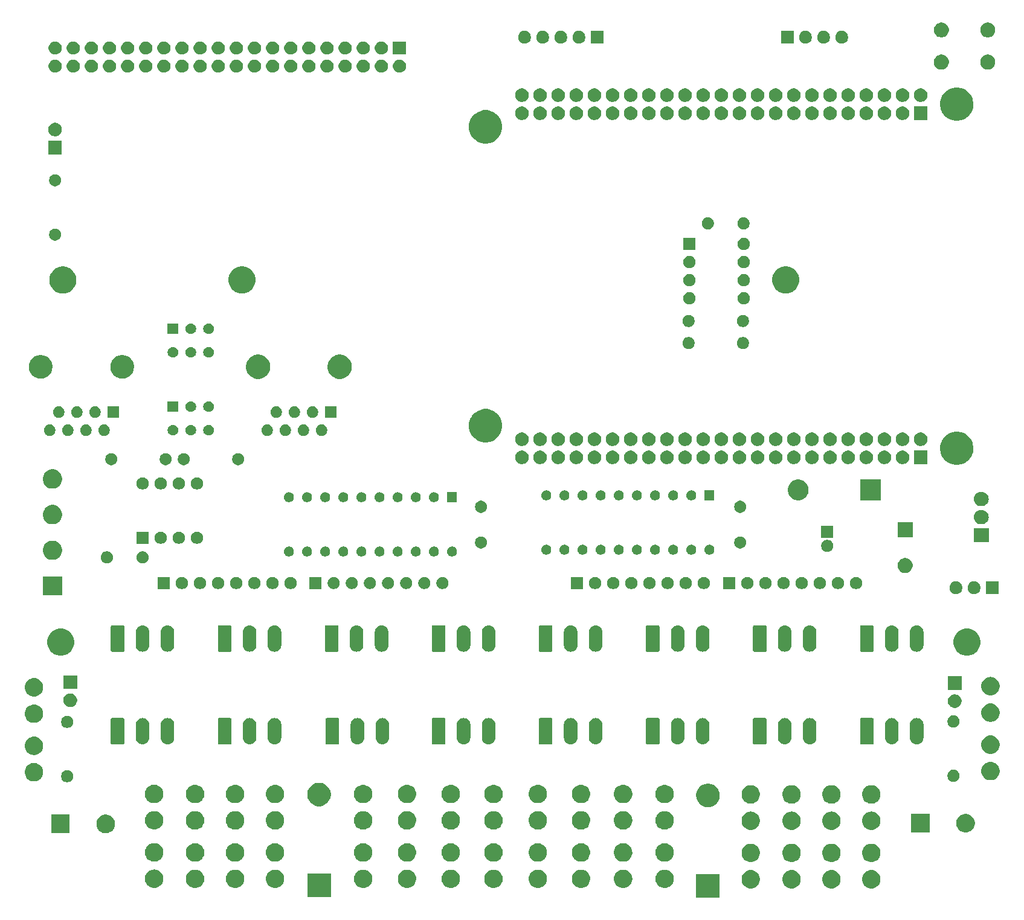
<source format=gbr>
G04 #@! TF.GenerationSoftware,KiCad,Pcbnew,(5.1.5)-3*
G04 #@! TF.CreationDate,2020-01-14T08:35:53-05:00*
G04 #@! TF.ProjectId,BBB_16,4242425f-3136-42e6-9b69-6361645f7063,v1*
G04 #@! TF.SameCoordinates,Original*
G04 #@! TF.FileFunction,Soldermask,Top*
G04 #@! TF.FilePolarity,Negative*
%FSLAX46Y46*%
G04 Gerber Fmt 4.6, Leading zero omitted, Abs format (unit mm)*
G04 Created by KiCad (PCBNEW (5.1.5)-3) date 2020-01-14 08:35:53*
%MOMM*%
%LPD*%
G04 APERTURE LIST*
%ADD10C,0.100000*%
G04 APERTURE END LIST*
D10*
G36*
X173498600Y-152956000D02*
G01*
X170196600Y-152956000D01*
X170196600Y-149654000D01*
X173498600Y-149654000D01*
X173498600Y-152956000D01*
G37*
G36*
X118983600Y-152819600D02*
G01*
X115681600Y-152819600D01*
X115681600Y-149517600D01*
X118983600Y-149517600D01*
X118983600Y-152819600D01*
G37*
G36*
X178057485Y-149091605D02*
G01*
X178223442Y-149124616D01*
X178457934Y-149221746D01*
X178668971Y-149362756D01*
X178848444Y-149542229D01*
X178989454Y-149753266D01*
X179086584Y-149987758D01*
X179136100Y-150236694D01*
X179136100Y-150490506D01*
X179086584Y-150739442D01*
X178989454Y-150973934D01*
X178848444Y-151184971D01*
X178668971Y-151364444D01*
X178457934Y-151505454D01*
X178223442Y-151602584D01*
X178057485Y-151635595D01*
X177974507Y-151652100D01*
X177720693Y-151652100D01*
X177637715Y-151635595D01*
X177471758Y-151602584D01*
X177237266Y-151505454D01*
X177026229Y-151364444D01*
X176846756Y-151184971D01*
X176705746Y-150973934D01*
X176608616Y-150739442D01*
X176559100Y-150490506D01*
X176559100Y-150236694D01*
X176608616Y-149987758D01*
X176705746Y-149753266D01*
X176846756Y-149542229D01*
X177026229Y-149362756D01*
X177237266Y-149221746D01*
X177471758Y-149124616D01*
X177637715Y-149091605D01*
X177720693Y-149075100D01*
X177974507Y-149075100D01*
X178057485Y-149091605D01*
G37*
G36*
X189350985Y-149091605D02*
G01*
X189516942Y-149124616D01*
X189751434Y-149221746D01*
X189962471Y-149362756D01*
X190141944Y-149542229D01*
X190282954Y-149753266D01*
X190380084Y-149987758D01*
X190429600Y-150236694D01*
X190429600Y-150490506D01*
X190380084Y-150739442D01*
X190282954Y-150973934D01*
X190141944Y-151184971D01*
X189962471Y-151364444D01*
X189751434Y-151505454D01*
X189516942Y-151602584D01*
X189350985Y-151635595D01*
X189268007Y-151652100D01*
X189014193Y-151652100D01*
X188931215Y-151635595D01*
X188765258Y-151602584D01*
X188530766Y-151505454D01*
X188319729Y-151364444D01*
X188140256Y-151184971D01*
X187999246Y-150973934D01*
X187902116Y-150739442D01*
X187852600Y-150490506D01*
X187852600Y-150236694D01*
X187902116Y-149987758D01*
X187999246Y-149753266D01*
X188140256Y-149542229D01*
X188319729Y-149362756D01*
X188530766Y-149221746D01*
X188765258Y-149124616D01*
X188931215Y-149091605D01*
X189014193Y-149075100D01*
X189268007Y-149075100D01*
X189350985Y-149091605D01*
G37*
G36*
X183762985Y-149091605D02*
G01*
X183928942Y-149124616D01*
X184163434Y-149221746D01*
X184374471Y-149362756D01*
X184553944Y-149542229D01*
X184694954Y-149753266D01*
X184792084Y-149987758D01*
X184841600Y-150236694D01*
X184841600Y-150490506D01*
X184792084Y-150739442D01*
X184694954Y-150973934D01*
X184553944Y-151184971D01*
X184374471Y-151364444D01*
X184163434Y-151505454D01*
X183928942Y-151602584D01*
X183762985Y-151635595D01*
X183680007Y-151652100D01*
X183426193Y-151652100D01*
X183343215Y-151635595D01*
X183177258Y-151602584D01*
X182942766Y-151505454D01*
X182731729Y-151364444D01*
X182552256Y-151184971D01*
X182411246Y-150973934D01*
X182314116Y-150739442D01*
X182264600Y-150490506D01*
X182264600Y-150236694D01*
X182314116Y-149987758D01*
X182411246Y-149753266D01*
X182552256Y-149542229D01*
X182731729Y-149362756D01*
X182942766Y-149221746D01*
X183177258Y-149124616D01*
X183343215Y-149091605D01*
X183426193Y-149075100D01*
X183680007Y-149075100D01*
X183762985Y-149091605D01*
G37*
G36*
X194938985Y-149091605D02*
G01*
X195104942Y-149124616D01*
X195339434Y-149221746D01*
X195550471Y-149362756D01*
X195729944Y-149542229D01*
X195870954Y-149753266D01*
X195968084Y-149987758D01*
X196017600Y-150236694D01*
X196017600Y-150490506D01*
X195968084Y-150739442D01*
X195870954Y-150973934D01*
X195729944Y-151184971D01*
X195550471Y-151364444D01*
X195339434Y-151505454D01*
X195104942Y-151602584D01*
X194938985Y-151635595D01*
X194856007Y-151652100D01*
X194602193Y-151652100D01*
X194519215Y-151635595D01*
X194353258Y-151602584D01*
X194118766Y-151505454D01*
X193907729Y-151364444D01*
X193728256Y-151184971D01*
X193587246Y-150973934D01*
X193490116Y-150739442D01*
X193440600Y-150490506D01*
X193440600Y-150236694D01*
X193490116Y-149987758D01*
X193587246Y-149753266D01*
X193728256Y-149542229D01*
X193907729Y-149362756D01*
X194118766Y-149221746D01*
X194353258Y-149124616D01*
X194519215Y-149091605D01*
X194602193Y-149075100D01*
X194856007Y-149075100D01*
X194938985Y-149091605D01*
G37*
G36*
X111377485Y-149031605D02*
G01*
X111543442Y-149064616D01*
X111777934Y-149161746D01*
X111988971Y-149302756D01*
X112168444Y-149482229D01*
X112309454Y-149693266D01*
X112406584Y-149927758D01*
X112418519Y-149987760D01*
X112455106Y-150171694D01*
X112456100Y-150176694D01*
X112456100Y-150430506D01*
X112406584Y-150679442D01*
X112309454Y-150913934D01*
X112168444Y-151124971D01*
X111988971Y-151304444D01*
X111777934Y-151445454D01*
X111543442Y-151542584D01*
X111377485Y-151575595D01*
X111294507Y-151592100D01*
X111040693Y-151592100D01*
X110957715Y-151575595D01*
X110791758Y-151542584D01*
X110557266Y-151445454D01*
X110346229Y-151304444D01*
X110166756Y-151124971D01*
X110025746Y-150913934D01*
X109928616Y-150679442D01*
X109879100Y-150430506D01*
X109879100Y-150176694D01*
X109880095Y-150171694D01*
X109916681Y-149987760D01*
X109928616Y-149927758D01*
X110025746Y-149693266D01*
X110166756Y-149482229D01*
X110346229Y-149302756D01*
X110557266Y-149161746D01*
X110791758Y-149064616D01*
X110957715Y-149031605D01*
X111040693Y-149015100D01*
X111294507Y-149015100D01*
X111377485Y-149031605D01*
G37*
G36*
X100177485Y-149031605D02*
G01*
X100343442Y-149064616D01*
X100577934Y-149161746D01*
X100788971Y-149302756D01*
X100968444Y-149482229D01*
X101109454Y-149693266D01*
X101206584Y-149927758D01*
X101218519Y-149987760D01*
X101255106Y-150171694D01*
X101256100Y-150176694D01*
X101256100Y-150430506D01*
X101206584Y-150679442D01*
X101109454Y-150913934D01*
X100968444Y-151124971D01*
X100788971Y-151304444D01*
X100577934Y-151445454D01*
X100343442Y-151542584D01*
X100177485Y-151575595D01*
X100094507Y-151592100D01*
X99840693Y-151592100D01*
X99757715Y-151575595D01*
X99591758Y-151542584D01*
X99357266Y-151445454D01*
X99146229Y-151304444D01*
X98966756Y-151124971D01*
X98825746Y-150913934D01*
X98728616Y-150679442D01*
X98679100Y-150430506D01*
X98679100Y-150176694D01*
X98680095Y-150171694D01*
X98716681Y-149987760D01*
X98728616Y-149927758D01*
X98825746Y-149693266D01*
X98966756Y-149482229D01*
X99146229Y-149302756D01*
X99357266Y-149161746D01*
X99591758Y-149064616D01*
X99757715Y-149031605D01*
X99840693Y-149015100D01*
X100094507Y-149015100D01*
X100177485Y-149031605D01*
G37*
G36*
X105777485Y-149031605D02*
G01*
X105943442Y-149064616D01*
X106177934Y-149161746D01*
X106388971Y-149302756D01*
X106568444Y-149482229D01*
X106709454Y-149693266D01*
X106806584Y-149927758D01*
X106818519Y-149987760D01*
X106855106Y-150171694D01*
X106856100Y-150176694D01*
X106856100Y-150430506D01*
X106806584Y-150679442D01*
X106709454Y-150913934D01*
X106568444Y-151124971D01*
X106388971Y-151304444D01*
X106177934Y-151445454D01*
X105943442Y-151542584D01*
X105777485Y-151575595D01*
X105694507Y-151592100D01*
X105440693Y-151592100D01*
X105357715Y-151575595D01*
X105191758Y-151542584D01*
X104957266Y-151445454D01*
X104746229Y-151304444D01*
X104566756Y-151124971D01*
X104425746Y-150913934D01*
X104328616Y-150679442D01*
X104279100Y-150430506D01*
X104279100Y-150176694D01*
X104280095Y-150171694D01*
X104316681Y-149987760D01*
X104328616Y-149927758D01*
X104425746Y-149693266D01*
X104566756Y-149482229D01*
X104746229Y-149302756D01*
X104957266Y-149161746D01*
X105191758Y-149064616D01*
X105357715Y-149031605D01*
X105440693Y-149015100D01*
X105694507Y-149015100D01*
X105777485Y-149031605D01*
G37*
G36*
X148212485Y-149026605D02*
G01*
X148378442Y-149059616D01*
X148612934Y-149156746D01*
X148823971Y-149297756D01*
X149003444Y-149477229D01*
X149144454Y-149688266D01*
X149241584Y-149922758D01*
X149274595Y-150088715D01*
X149291100Y-150171693D01*
X149291100Y-150425507D01*
X149290105Y-150430507D01*
X149241584Y-150674442D01*
X149144454Y-150908934D01*
X149003444Y-151119971D01*
X148823971Y-151299444D01*
X148612934Y-151440454D01*
X148378442Y-151537584D01*
X148212485Y-151570595D01*
X148129507Y-151587100D01*
X147875693Y-151587100D01*
X147792715Y-151570595D01*
X147626758Y-151537584D01*
X147392266Y-151440454D01*
X147181229Y-151299444D01*
X147001756Y-151119971D01*
X146860746Y-150908934D01*
X146763616Y-150674442D01*
X146715095Y-150430507D01*
X146714100Y-150425507D01*
X146714100Y-150171693D01*
X146730605Y-150088715D01*
X146763616Y-149922758D01*
X146860746Y-149688266D01*
X147001756Y-149477229D01*
X147181229Y-149297756D01*
X147392266Y-149156746D01*
X147626758Y-149059616D01*
X147792715Y-149026605D01*
X147875693Y-149010100D01*
X148129507Y-149010100D01*
X148212485Y-149026605D01*
G37*
G36*
X129882485Y-149026605D02*
G01*
X130048442Y-149059616D01*
X130282934Y-149156746D01*
X130493971Y-149297756D01*
X130673444Y-149477229D01*
X130814454Y-149688266D01*
X130911584Y-149922758D01*
X130944595Y-150088715D01*
X130961100Y-150171693D01*
X130961100Y-150425507D01*
X130960105Y-150430507D01*
X130911584Y-150674442D01*
X130814454Y-150908934D01*
X130673444Y-151119971D01*
X130493971Y-151299444D01*
X130282934Y-151440454D01*
X130048442Y-151537584D01*
X129882485Y-151570595D01*
X129799507Y-151587100D01*
X129545693Y-151587100D01*
X129462715Y-151570595D01*
X129296758Y-151537584D01*
X129062266Y-151440454D01*
X128851229Y-151299444D01*
X128671756Y-151119971D01*
X128530746Y-150908934D01*
X128433616Y-150674442D01*
X128385095Y-150430507D01*
X128384100Y-150425507D01*
X128384100Y-150171693D01*
X128400605Y-150088715D01*
X128433616Y-149922758D01*
X128530746Y-149688266D01*
X128671756Y-149477229D01*
X128851229Y-149297756D01*
X129062266Y-149156746D01*
X129296758Y-149059616D01*
X129462715Y-149026605D01*
X129545693Y-149010100D01*
X129799507Y-149010100D01*
X129882485Y-149026605D01*
G37*
G36*
X136002485Y-149026605D02*
G01*
X136168442Y-149059616D01*
X136402934Y-149156746D01*
X136613971Y-149297756D01*
X136793444Y-149477229D01*
X136934454Y-149688266D01*
X137031584Y-149922758D01*
X137064595Y-150088715D01*
X137081100Y-150171693D01*
X137081100Y-150425507D01*
X137080105Y-150430507D01*
X137031584Y-150674442D01*
X136934454Y-150908934D01*
X136793444Y-151119971D01*
X136613971Y-151299444D01*
X136402934Y-151440454D01*
X136168442Y-151537584D01*
X136002485Y-151570595D01*
X135919507Y-151587100D01*
X135665693Y-151587100D01*
X135582715Y-151570595D01*
X135416758Y-151537584D01*
X135182266Y-151440454D01*
X134971229Y-151299444D01*
X134791756Y-151119971D01*
X134650746Y-150908934D01*
X134553616Y-150674442D01*
X134505095Y-150430507D01*
X134504100Y-150425507D01*
X134504100Y-150171693D01*
X134520605Y-150088715D01*
X134553616Y-149922758D01*
X134650746Y-149688266D01*
X134791756Y-149477229D01*
X134971229Y-149297756D01*
X135182266Y-149156746D01*
X135416758Y-149059616D01*
X135582715Y-149026605D01*
X135665693Y-149010100D01*
X135919507Y-149010100D01*
X136002485Y-149026605D01*
G37*
G36*
X165970985Y-149026605D02*
G01*
X166136942Y-149059616D01*
X166371434Y-149156746D01*
X166582471Y-149297756D01*
X166761944Y-149477229D01*
X166902954Y-149688266D01*
X167000084Y-149922758D01*
X167033095Y-150088715D01*
X167049600Y-150171693D01*
X167049600Y-150425507D01*
X167048605Y-150430507D01*
X167000084Y-150674442D01*
X166902954Y-150908934D01*
X166761944Y-151119971D01*
X166582471Y-151299444D01*
X166371434Y-151440454D01*
X166136942Y-151537584D01*
X165970985Y-151570595D01*
X165888007Y-151587100D01*
X165634193Y-151587100D01*
X165551215Y-151570595D01*
X165385258Y-151537584D01*
X165150766Y-151440454D01*
X164939729Y-151299444D01*
X164760256Y-151119971D01*
X164619246Y-150908934D01*
X164522116Y-150674442D01*
X164473595Y-150430507D01*
X164472600Y-150425507D01*
X164472600Y-150171693D01*
X164489105Y-150088715D01*
X164522116Y-149922758D01*
X164619246Y-149688266D01*
X164760256Y-149477229D01*
X164939729Y-149297756D01*
X165150766Y-149156746D01*
X165385258Y-149059616D01*
X165551215Y-149026605D01*
X165634193Y-149010100D01*
X165888007Y-149010100D01*
X165970985Y-149026605D01*
G37*
G36*
X160152485Y-149026605D02*
G01*
X160318442Y-149059616D01*
X160552934Y-149156746D01*
X160763971Y-149297756D01*
X160943444Y-149477229D01*
X161084454Y-149688266D01*
X161181584Y-149922758D01*
X161214595Y-150088715D01*
X161231100Y-150171693D01*
X161231100Y-150425507D01*
X161230105Y-150430507D01*
X161181584Y-150674442D01*
X161084454Y-150908934D01*
X160943444Y-151119971D01*
X160763971Y-151299444D01*
X160552934Y-151440454D01*
X160318442Y-151537584D01*
X160152485Y-151570595D01*
X160069507Y-151587100D01*
X159815693Y-151587100D01*
X159732715Y-151570595D01*
X159566758Y-151537584D01*
X159332266Y-151440454D01*
X159121229Y-151299444D01*
X158941756Y-151119971D01*
X158800746Y-150908934D01*
X158703616Y-150674442D01*
X158655095Y-150430507D01*
X158654100Y-150425507D01*
X158654100Y-150171693D01*
X158670605Y-150088715D01*
X158703616Y-149922758D01*
X158800746Y-149688266D01*
X158941756Y-149477229D01*
X159121229Y-149297756D01*
X159332266Y-149156746D01*
X159566758Y-149059616D01*
X159732715Y-149026605D01*
X159815693Y-149010100D01*
X160069507Y-149010100D01*
X160152485Y-149026605D01*
G37*
G36*
X154272485Y-149026605D02*
G01*
X154438442Y-149059616D01*
X154672934Y-149156746D01*
X154883971Y-149297756D01*
X155063444Y-149477229D01*
X155204454Y-149688266D01*
X155301584Y-149922758D01*
X155334595Y-150088715D01*
X155351100Y-150171693D01*
X155351100Y-150425507D01*
X155350105Y-150430507D01*
X155301584Y-150674442D01*
X155204454Y-150908934D01*
X155063444Y-151119971D01*
X154883971Y-151299444D01*
X154672934Y-151440454D01*
X154438442Y-151537584D01*
X154272485Y-151570595D01*
X154189507Y-151587100D01*
X153935693Y-151587100D01*
X153852715Y-151570595D01*
X153686758Y-151537584D01*
X153452266Y-151440454D01*
X153241229Y-151299444D01*
X153061756Y-151119971D01*
X152920746Y-150908934D01*
X152823616Y-150674442D01*
X152775095Y-150430507D01*
X152774100Y-150425507D01*
X152774100Y-150171693D01*
X152790605Y-150088715D01*
X152823616Y-149922758D01*
X152920746Y-149688266D01*
X153061756Y-149477229D01*
X153241229Y-149297756D01*
X153452266Y-149156746D01*
X153686758Y-149059616D01*
X153852715Y-149026605D01*
X153935693Y-149010100D01*
X154189507Y-149010100D01*
X154272485Y-149026605D01*
G37*
G36*
X142002985Y-149026605D02*
G01*
X142168942Y-149059616D01*
X142403434Y-149156746D01*
X142614471Y-149297756D01*
X142793944Y-149477229D01*
X142934954Y-149688266D01*
X143032084Y-149922758D01*
X143065095Y-150088715D01*
X143081600Y-150171693D01*
X143081600Y-150425507D01*
X143080605Y-150430507D01*
X143032084Y-150674442D01*
X142934954Y-150908934D01*
X142793944Y-151119971D01*
X142614471Y-151299444D01*
X142403434Y-151440454D01*
X142168942Y-151537584D01*
X142002985Y-151570595D01*
X141920007Y-151587100D01*
X141666193Y-151587100D01*
X141583215Y-151570595D01*
X141417258Y-151537584D01*
X141182766Y-151440454D01*
X140971729Y-151299444D01*
X140792256Y-151119971D01*
X140651246Y-150908934D01*
X140554116Y-150674442D01*
X140505595Y-150430507D01*
X140504600Y-150425507D01*
X140504600Y-150171693D01*
X140521105Y-150088715D01*
X140554116Y-149922758D01*
X140651246Y-149688266D01*
X140792256Y-149477229D01*
X140971729Y-149297756D01*
X141182766Y-149156746D01*
X141417258Y-149059616D01*
X141583215Y-149026605D01*
X141666193Y-149010100D01*
X141920007Y-149010100D01*
X142002985Y-149026605D01*
G37*
G36*
X123722485Y-149026605D02*
G01*
X123888442Y-149059616D01*
X124122934Y-149156746D01*
X124333971Y-149297756D01*
X124513444Y-149477229D01*
X124654454Y-149688266D01*
X124751584Y-149922758D01*
X124784595Y-150088715D01*
X124801100Y-150171693D01*
X124801100Y-150425507D01*
X124800105Y-150430507D01*
X124751584Y-150674442D01*
X124654454Y-150908934D01*
X124513444Y-151119971D01*
X124333971Y-151299444D01*
X124122934Y-151440454D01*
X123888442Y-151537584D01*
X123722485Y-151570595D01*
X123639507Y-151587100D01*
X123385693Y-151587100D01*
X123302715Y-151570595D01*
X123136758Y-151537584D01*
X122902266Y-151440454D01*
X122691229Y-151299444D01*
X122511756Y-151119971D01*
X122370746Y-150908934D01*
X122273616Y-150674442D01*
X122225095Y-150430507D01*
X122224100Y-150425507D01*
X122224100Y-150171693D01*
X122240605Y-150088715D01*
X122273616Y-149922758D01*
X122370746Y-149688266D01*
X122511756Y-149477229D01*
X122691229Y-149297756D01*
X122902266Y-149156746D01*
X123136758Y-149059616D01*
X123302715Y-149026605D01*
X123385693Y-149010100D01*
X123639507Y-149010100D01*
X123722485Y-149026605D01*
G37*
G36*
X94399780Y-149010100D02*
G01*
X94598442Y-149049616D01*
X94832934Y-149146746D01*
X95043971Y-149287756D01*
X95223444Y-149467229D01*
X95364454Y-149678266D01*
X95461584Y-149912758D01*
X95494595Y-150078715D01*
X95511100Y-150161693D01*
X95511100Y-150415507D01*
X95508116Y-150430507D01*
X95461584Y-150664442D01*
X95364454Y-150898934D01*
X95223444Y-151109971D01*
X95043971Y-151289444D01*
X94832934Y-151430454D01*
X94598442Y-151527584D01*
X94432485Y-151560595D01*
X94349507Y-151577100D01*
X94095693Y-151577100D01*
X94012715Y-151560595D01*
X93846758Y-151527584D01*
X93612266Y-151430454D01*
X93401229Y-151289444D01*
X93221756Y-151109971D01*
X93080746Y-150898934D01*
X92983616Y-150664442D01*
X92937084Y-150430507D01*
X92934100Y-150415507D01*
X92934100Y-150161693D01*
X92950605Y-150078715D01*
X92983616Y-149912758D01*
X93080746Y-149678266D01*
X93221756Y-149467229D01*
X93401229Y-149287756D01*
X93612266Y-149146746D01*
X93846758Y-149049616D01*
X94045420Y-149010100D01*
X94095693Y-149000100D01*
X94349507Y-149000100D01*
X94399780Y-149010100D01*
G37*
G36*
X189350985Y-145391605D02*
G01*
X189516942Y-145424616D01*
X189751434Y-145521746D01*
X189962471Y-145662756D01*
X190141944Y-145842229D01*
X190282954Y-146053266D01*
X190380084Y-146287758D01*
X190429600Y-146536694D01*
X190429600Y-146790506D01*
X190380084Y-147039442D01*
X190282954Y-147273934D01*
X190141944Y-147484971D01*
X189962471Y-147664444D01*
X189751434Y-147805454D01*
X189516942Y-147902584D01*
X189350985Y-147935595D01*
X189268007Y-147952100D01*
X189014193Y-147952100D01*
X188931215Y-147935595D01*
X188765258Y-147902584D01*
X188530766Y-147805454D01*
X188319729Y-147664444D01*
X188140256Y-147484971D01*
X187999246Y-147273934D01*
X187902116Y-147039442D01*
X187852600Y-146790506D01*
X187852600Y-146536694D01*
X187902116Y-146287758D01*
X187999246Y-146053266D01*
X188140256Y-145842229D01*
X188319729Y-145662756D01*
X188530766Y-145521746D01*
X188765258Y-145424616D01*
X188931215Y-145391605D01*
X189014193Y-145375100D01*
X189268007Y-145375100D01*
X189350985Y-145391605D01*
G37*
G36*
X194938985Y-145391605D02*
G01*
X195104942Y-145424616D01*
X195339434Y-145521746D01*
X195550471Y-145662756D01*
X195729944Y-145842229D01*
X195870954Y-146053266D01*
X195968084Y-146287758D01*
X196017600Y-146536694D01*
X196017600Y-146790506D01*
X195968084Y-147039442D01*
X195870954Y-147273934D01*
X195729944Y-147484971D01*
X195550471Y-147664444D01*
X195339434Y-147805454D01*
X195104942Y-147902584D01*
X194938985Y-147935595D01*
X194856007Y-147952100D01*
X194602193Y-147952100D01*
X194519215Y-147935595D01*
X194353258Y-147902584D01*
X194118766Y-147805454D01*
X193907729Y-147664444D01*
X193728256Y-147484971D01*
X193587246Y-147273934D01*
X193490116Y-147039442D01*
X193440600Y-146790506D01*
X193440600Y-146536694D01*
X193490116Y-146287758D01*
X193587246Y-146053266D01*
X193728256Y-145842229D01*
X193907729Y-145662756D01*
X194118766Y-145521746D01*
X194353258Y-145424616D01*
X194519215Y-145391605D01*
X194602193Y-145375100D01*
X194856007Y-145375100D01*
X194938985Y-145391605D01*
G37*
G36*
X183762985Y-145391605D02*
G01*
X183928942Y-145424616D01*
X184163434Y-145521746D01*
X184374471Y-145662756D01*
X184553944Y-145842229D01*
X184694954Y-146053266D01*
X184792084Y-146287758D01*
X184841600Y-146536694D01*
X184841600Y-146790506D01*
X184792084Y-147039442D01*
X184694954Y-147273934D01*
X184553944Y-147484971D01*
X184374471Y-147664444D01*
X184163434Y-147805454D01*
X183928942Y-147902584D01*
X183762985Y-147935595D01*
X183680007Y-147952100D01*
X183426193Y-147952100D01*
X183343215Y-147935595D01*
X183177258Y-147902584D01*
X182942766Y-147805454D01*
X182731729Y-147664444D01*
X182552256Y-147484971D01*
X182411246Y-147273934D01*
X182314116Y-147039442D01*
X182264600Y-146790506D01*
X182264600Y-146536694D01*
X182314116Y-146287758D01*
X182411246Y-146053266D01*
X182552256Y-145842229D01*
X182731729Y-145662756D01*
X182942766Y-145521746D01*
X183177258Y-145424616D01*
X183343215Y-145391605D01*
X183426193Y-145375100D01*
X183680007Y-145375100D01*
X183762985Y-145391605D01*
G37*
G36*
X178057485Y-145391605D02*
G01*
X178223442Y-145424616D01*
X178457934Y-145521746D01*
X178668971Y-145662756D01*
X178848444Y-145842229D01*
X178989454Y-146053266D01*
X179086584Y-146287758D01*
X179136100Y-146536694D01*
X179136100Y-146790506D01*
X179086584Y-147039442D01*
X178989454Y-147273934D01*
X178848444Y-147484971D01*
X178668971Y-147664444D01*
X178457934Y-147805454D01*
X178223442Y-147902584D01*
X178057485Y-147935595D01*
X177974507Y-147952100D01*
X177720693Y-147952100D01*
X177637715Y-147935595D01*
X177471758Y-147902584D01*
X177237266Y-147805454D01*
X177026229Y-147664444D01*
X176846756Y-147484971D01*
X176705746Y-147273934D01*
X176608616Y-147039442D01*
X176559100Y-146790506D01*
X176559100Y-146536694D01*
X176608616Y-146287758D01*
X176705746Y-146053266D01*
X176846756Y-145842229D01*
X177026229Y-145662756D01*
X177237266Y-145521746D01*
X177471758Y-145424616D01*
X177637715Y-145391605D01*
X177720693Y-145375100D01*
X177974507Y-145375100D01*
X178057485Y-145391605D01*
G37*
G36*
X100177485Y-145331605D02*
G01*
X100343442Y-145364616D01*
X100577934Y-145461746D01*
X100788971Y-145602756D01*
X100968444Y-145782229D01*
X101109454Y-145993266D01*
X101206584Y-146227758D01*
X101218519Y-146287760D01*
X101255106Y-146471694D01*
X101256100Y-146476694D01*
X101256100Y-146730506D01*
X101206584Y-146979442D01*
X101109454Y-147213934D01*
X100968444Y-147424971D01*
X100788971Y-147604444D01*
X100577934Y-147745454D01*
X100343442Y-147842584D01*
X100177485Y-147875595D01*
X100094507Y-147892100D01*
X99840693Y-147892100D01*
X99757715Y-147875595D01*
X99591758Y-147842584D01*
X99357266Y-147745454D01*
X99146229Y-147604444D01*
X98966756Y-147424971D01*
X98825746Y-147213934D01*
X98728616Y-146979442D01*
X98679100Y-146730506D01*
X98679100Y-146476694D01*
X98680095Y-146471694D01*
X98716681Y-146287760D01*
X98728616Y-146227758D01*
X98825746Y-145993266D01*
X98966756Y-145782229D01*
X99146229Y-145602756D01*
X99357266Y-145461746D01*
X99591758Y-145364616D01*
X99757715Y-145331605D01*
X99840693Y-145315100D01*
X100094507Y-145315100D01*
X100177485Y-145331605D01*
G37*
G36*
X105777485Y-145331605D02*
G01*
X105943442Y-145364616D01*
X106177934Y-145461746D01*
X106388971Y-145602756D01*
X106568444Y-145782229D01*
X106709454Y-145993266D01*
X106806584Y-146227758D01*
X106818519Y-146287760D01*
X106855106Y-146471694D01*
X106856100Y-146476694D01*
X106856100Y-146730506D01*
X106806584Y-146979442D01*
X106709454Y-147213934D01*
X106568444Y-147424971D01*
X106388971Y-147604444D01*
X106177934Y-147745454D01*
X105943442Y-147842584D01*
X105777485Y-147875595D01*
X105694507Y-147892100D01*
X105440693Y-147892100D01*
X105357715Y-147875595D01*
X105191758Y-147842584D01*
X104957266Y-147745454D01*
X104746229Y-147604444D01*
X104566756Y-147424971D01*
X104425746Y-147213934D01*
X104328616Y-146979442D01*
X104279100Y-146730506D01*
X104279100Y-146476694D01*
X104280095Y-146471694D01*
X104316681Y-146287760D01*
X104328616Y-146227758D01*
X104425746Y-145993266D01*
X104566756Y-145782229D01*
X104746229Y-145602756D01*
X104957266Y-145461746D01*
X105191758Y-145364616D01*
X105357715Y-145331605D01*
X105440693Y-145315100D01*
X105694507Y-145315100D01*
X105777485Y-145331605D01*
G37*
G36*
X111377485Y-145331605D02*
G01*
X111543442Y-145364616D01*
X111777934Y-145461746D01*
X111988971Y-145602756D01*
X112168444Y-145782229D01*
X112309454Y-145993266D01*
X112406584Y-146227758D01*
X112418519Y-146287760D01*
X112455106Y-146471694D01*
X112456100Y-146476694D01*
X112456100Y-146730506D01*
X112406584Y-146979442D01*
X112309454Y-147213934D01*
X112168444Y-147424971D01*
X111988971Y-147604444D01*
X111777934Y-147745454D01*
X111543442Y-147842584D01*
X111377485Y-147875595D01*
X111294507Y-147892100D01*
X111040693Y-147892100D01*
X110957715Y-147875595D01*
X110791758Y-147842584D01*
X110557266Y-147745454D01*
X110346229Y-147604444D01*
X110166756Y-147424971D01*
X110025746Y-147213934D01*
X109928616Y-146979442D01*
X109879100Y-146730506D01*
X109879100Y-146476694D01*
X109880095Y-146471694D01*
X109916681Y-146287760D01*
X109928616Y-146227758D01*
X110025746Y-145993266D01*
X110166756Y-145782229D01*
X110346229Y-145602756D01*
X110557266Y-145461746D01*
X110791758Y-145364616D01*
X110957715Y-145331605D01*
X111040693Y-145315100D01*
X111294507Y-145315100D01*
X111377485Y-145331605D01*
G37*
G36*
X165970985Y-145326605D02*
G01*
X166136942Y-145359616D01*
X166371434Y-145456746D01*
X166582471Y-145597756D01*
X166761944Y-145777229D01*
X166902954Y-145988266D01*
X167000084Y-146222758D01*
X167033095Y-146388715D01*
X167049600Y-146471693D01*
X167049600Y-146725507D01*
X167048605Y-146730507D01*
X167000084Y-146974442D01*
X166902954Y-147208934D01*
X166761944Y-147419971D01*
X166582471Y-147599444D01*
X166371434Y-147740454D01*
X166136942Y-147837584D01*
X165970985Y-147870595D01*
X165888007Y-147887100D01*
X165634193Y-147887100D01*
X165551215Y-147870595D01*
X165385258Y-147837584D01*
X165150766Y-147740454D01*
X164939729Y-147599444D01*
X164760256Y-147419971D01*
X164619246Y-147208934D01*
X164522116Y-146974442D01*
X164473595Y-146730507D01*
X164472600Y-146725507D01*
X164472600Y-146471693D01*
X164489105Y-146388715D01*
X164522116Y-146222758D01*
X164619246Y-145988266D01*
X164760256Y-145777229D01*
X164939729Y-145597756D01*
X165150766Y-145456746D01*
X165385258Y-145359616D01*
X165551215Y-145326605D01*
X165634193Y-145310100D01*
X165888007Y-145310100D01*
X165970985Y-145326605D01*
G37*
G36*
X123722485Y-145326605D02*
G01*
X123888442Y-145359616D01*
X124122934Y-145456746D01*
X124333971Y-145597756D01*
X124513444Y-145777229D01*
X124654454Y-145988266D01*
X124751584Y-146222758D01*
X124784595Y-146388715D01*
X124801100Y-146471693D01*
X124801100Y-146725507D01*
X124800105Y-146730507D01*
X124751584Y-146974442D01*
X124654454Y-147208934D01*
X124513444Y-147419971D01*
X124333971Y-147599444D01*
X124122934Y-147740454D01*
X123888442Y-147837584D01*
X123722485Y-147870595D01*
X123639507Y-147887100D01*
X123385693Y-147887100D01*
X123302715Y-147870595D01*
X123136758Y-147837584D01*
X122902266Y-147740454D01*
X122691229Y-147599444D01*
X122511756Y-147419971D01*
X122370746Y-147208934D01*
X122273616Y-146974442D01*
X122225095Y-146730507D01*
X122224100Y-146725507D01*
X122224100Y-146471693D01*
X122240605Y-146388715D01*
X122273616Y-146222758D01*
X122370746Y-145988266D01*
X122511756Y-145777229D01*
X122691229Y-145597756D01*
X122902266Y-145456746D01*
X123136758Y-145359616D01*
X123302715Y-145326605D01*
X123385693Y-145310100D01*
X123639507Y-145310100D01*
X123722485Y-145326605D01*
G37*
G36*
X160152485Y-145326605D02*
G01*
X160318442Y-145359616D01*
X160552934Y-145456746D01*
X160763971Y-145597756D01*
X160943444Y-145777229D01*
X161084454Y-145988266D01*
X161181584Y-146222758D01*
X161214595Y-146388715D01*
X161231100Y-146471693D01*
X161231100Y-146725507D01*
X161230105Y-146730507D01*
X161181584Y-146974442D01*
X161084454Y-147208934D01*
X160943444Y-147419971D01*
X160763971Y-147599444D01*
X160552934Y-147740454D01*
X160318442Y-147837584D01*
X160152485Y-147870595D01*
X160069507Y-147887100D01*
X159815693Y-147887100D01*
X159732715Y-147870595D01*
X159566758Y-147837584D01*
X159332266Y-147740454D01*
X159121229Y-147599444D01*
X158941756Y-147419971D01*
X158800746Y-147208934D01*
X158703616Y-146974442D01*
X158655095Y-146730507D01*
X158654100Y-146725507D01*
X158654100Y-146471693D01*
X158670605Y-146388715D01*
X158703616Y-146222758D01*
X158800746Y-145988266D01*
X158941756Y-145777229D01*
X159121229Y-145597756D01*
X159332266Y-145456746D01*
X159566758Y-145359616D01*
X159732715Y-145326605D01*
X159815693Y-145310100D01*
X160069507Y-145310100D01*
X160152485Y-145326605D01*
G37*
G36*
X154272485Y-145326605D02*
G01*
X154438442Y-145359616D01*
X154672934Y-145456746D01*
X154883971Y-145597756D01*
X155063444Y-145777229D01*
X155204454Y-145988266D01*
X155301584Y-146222758D01*
X155334595Y-146388715D01*
X155351100Y-146471693D01*
X155351100Y-146725507D01*
X155350105Y-146730507D01*
X155301584Y-146974442D01*
X155204454Y-147208934D01*
X155063444Y-147419971D01*
X154883971Y-147599444D01*
X154672934Y-147740454D01*
X154438442Y-147837584D01*
X154272485Y-147870595D01*
X154189507Y-147887100D01*
X153935693Y-147887100D01*
X153852715Y-147870595D01*
X153686758Y-147837584D01*
X153452266Y-147740454D01*
X153241229Y-147599444D01*
X153061756Y-147419971D01*
X152920746Y-147208934D01*
X152823616Y-146974442D01*
X152775095Y-146730507D01*
X152774100Y-146725507D01*
X152774100Y-146471693D01*
X152790605Y-146388715D01*
X152823616Y-146222758D01*
X152920746Y-145988266D01*
X153061756Y-145777229D01*
X153241229Y-145597756D01*
X153452266Y-145456746D01*
X153686758Y-145359616D01*
X153852715Y-145326605D01*
X153935693Y-145310100D01*
X154189507Y-145310100D01*
X154272485Y-145326605D01*
G37*
G36*
X142002985Y-145326605D02*
G01*
X142168942Y-145359616D01*
X142403434Y-145456746D01*
X142614471Y-145597756D01*
X142793944Y-145777229D01*
X142934954Y-145988266D01*
X143032084Y-146222758D01*
X143065095Y-146388715D01*
X143081600Y-146471693D01*
X143081600Y-146725507D01*
X143080605Y-146730507D01*
X143032084Y-146974442D01*
X142934954Y-147208934D01*
X142793944Y-147419971D01*
X142614471Y-147599444D01*
X142403434Y-147740454D01*
X142168942Y-147837584D01*
X142002985Y-147870595D01*
X141920007Y-147887100D01*
X141666193Y-147887100D01*
X141583215Y-147870595D01*
X141417258Y-147837584D01*
X141182766Y-147740454D01*
X140971729Y-147599444D01*
X140792256Y-147419971D01*
X140651246Y-147208934D01*
X140554116Y-146974442D01*
X140505595Y-146730507D01*
X140504600Y-146725507D01*
X140504600Y-146471693D01*
X140521105Y-146388715D01*
X140554116Y-146222758D01*
X140651246Y-145988266D01*
X140792256Y-145777229D01*
X140971729Y-145597756D01*
X141182766Y-145456746D01*
X141417258Y-145359616D01*
X141583215Y-145326605D01*
X141666193Y-145310100D01*
X141920007Y-145310100D01*
X142002985Y-145326605D01*
G37*
G36*
X136002485Y-145326605D02*
G01*
X136168442Y-145359616D01*
X136402934Y-145456746D01*
X136613971Y-145597756D01*
X136793444Y-145777229D01*
X136934454Y-145988266D01*
X137031584Y-146222758D01*
X137064595Y-146388715D01*
X137081100Y-146471693D01*
X137081100Y-146725507D01*
X137080105Y-146730507D01*
X137031584Y-146974442D01*
X136934454Y-147208934D01*
X136793444Y-147419971D01*
X136613971Y-147599444D01*
X136402934Y-147740454D01*
X136168442Y-147837584D01*
X136002485Y-147870595D01*
X135919507Y-147887100D01*
X135665693Y-147887100D01*
X135582715Y-147870595D01*
X135416758Y-147837584D01*
X135182266Y-147740454D01*
X134971229Y-147599444D01*
X134791756Y-147419971D01*
X134650746Y-147208934D01*
X134553616Y-146974442D01*
X134505095Y-146730507D01*
X134504100Y-146725507D01*
X134504100Y-146471693D01*
X134520605Y-146388715D01*
X134553616Y-146222758D01*
X134650746Y-145988266D01*
X134791756Y-145777229D01*
X134971229Y-145597756D01*
X135182266Y-145456746D01*
X135416758Y-145359616D01*
X135582715Y-145326605D01*
X135665693Y-145310100D01*
X135919507Y-145310100D01*
X136002485Y-145326605D01*
G37*
G36*
X129882485Y-145326605D02*
G01*
X130048442Y-145359616D01*
X130282934Y-145456746D01*
X130493971Y-145597756D01*
X130673444Y-145777229D01*
X130814454Y-145988266D01*
X130911584Y-146222758D01*
X130944595Y-146388715D01*
X130961100Y-146471693D01*
X130961100Y-146725507D01*
X130960105Y-146730507D01*
X130911584Y-146974442D01*
X130814454Y-147208934D01*
X130673444Y-147419971D01*
X130493971Y-147599444D01*
X130282934Y-147740454D01*
X130048442Y-147837584D01*
X129882485Y-147870595D01*
X129799507Y-147887100D01*
X129545693Y-147887100D01*
X129462715Y-147870595D01*
X129296758Y-147837584D01*
X129062266Y-147740454D01*
X128851229Y-147599444D01*
X128671756Y-147419971D01*
X128530746Y-147208934D01*
X128433616Y-146974442D01*
X128385095Y-146730507D01*
X128384100Y-146725507D01*
X128384100Y-146471693D01*
X128400605Y-146388715D01*
X128433616Y-146222758D01*
X128530746Y-145988266D01*
X128671756Y-145777229D01*
X128851229Y-145597756D01*
X129062266Y-145456746D01*
X129296758Y-145359616D01*
X129462715Y-145326605D01*
X129545693Y-145310100D01*
X129799507Y-145310100D01*
X129882485Y-145326605D01*
G37*
G36*
X148212485Y-145326605D02*
G01*
X148378442Y-145359616D01*
X148612934Y-145456746D01*
X148823971Y-145597756D01*
X149003444Y-145777229D01*
X149144454Y-145988266D01*
X149241584Y-146222758D01*
X149274595Y-146388715D01*
X149291100Y-146471693D01*
X149291100Y-146725507D01*
X149290105Y-146730507D01*
X149241584Y-146974442D01*
X149144454Y-147208934D01*
X149003444Y-147419971D01*
X148823971Y-147599444D01*
X148612934Y-147740454D01*
X148378442Y-147837584D01*
X148212485Y-147870595D01*
X148129507Y-147887100D01*
X147875693Y-147887100D01*
X147792715Y-147870595D01*
X147626758Y-147837584D01*
X147392266Y-147740454D01*
X147181229Y-147599444D01*
X147001756Y-147419971D01*
X146860746Y-147208934D01*
X146763616Y-146974442D01*
X146715095Y-146730507D01*
X146714100Y-146725507D01*
X146714100Y-146471693D01*
X146730605Y-146388715D01*
X146763616Y-146222758D01*
X146860746Y-145988266D01*
X147001756Y-145777229D01*
X147181229Y-145597756D01*
X147392266Y-145456746D01*
X147626758Y-145359616D01*
X147792715Y-145326605D01*
X147875693Y-145310100D01*
X148129507Y-145310100D01*
X148212485Y-145326605D01*
G37*
G36*
X94399780Y-145310100D02*
G01*
X94598442Y-145349616D01*
X94832934Y-145446746D01*
X95043971Y-145587756D01*
X95223444Y-145767229D01*
X95364454Y-145978266D01*
X95461584Y-146212758D01*
X95494595Y-146378715D01*
X95511100Y-146461693D01*
X95511100Y-146715507D01*
X95508116Y-146730507D01*
X95461584Y-146964442D01*
X95364454Y-147198934D01*
X95223444Y-147409971D01*
X95043971Y-147589444D01*
X94832934Y-147730454D01*
X94598442Y-147827584D01*
X94432485Y-147860595D01*
X94349507Y-147877100D01*
X94095693Y-147877100D01*
X94012715Y-147860595D01*
X93846758Y-147827584D01*
X93612266Y-147730454D01*
X93401229Y-147589444D01*
X93221756Y-147409971D01*
X93080746Y-147198934D01*
X92983616Y-146964442D01*
X92937084Y-146730507D01*
X92934100Y-146715507D01*
X92934100Y-146461693D01*
X92950605Y-146378715D01*
X92983616Y-146212758D01*
X93080746Y-145978266D01*
X93221756Y-145767229D01*
X93401229Y-145587756D01*
X93612266Y-145446746D01*
X93846758Y-145349616D01*
X94045420Y-145310100D01*
X94095693Y-145300100D01*
X94349507Y-145300100D01*
X94399780Y-145310100D01*
G37*
G36*
X87812087Y-141347596D02*
G01*
X88048853Y-141445668D01*
X88048855Y-141445669D01*
X88261939Y-141588047D01*
X88443153Y-141769261D01*
X88578414Y-141971693D01*
X88585532Y-141982347D01*
X88683604Y-142219113D01*
X88733600Y-142470461D01*
X88733600Y-142726739D01*
X88683604Y-142978087D01*
X88606412Y-143164444D01*
X88585531Y-143214855D01*
X88443153Y-143427939D01*
X88261939Y-143609153D01*
X88048855Y-143751531D01*
X88048854Y-143751532D01*
X88048853Y-143751532D01*
X87812087Y-143849604D01*
X87560739Y-143899600D01*
X87304461Y-143899600D01*
X87053113Y-143849604D01*
X86816347Y-143751532D01*
X86816346Y-143751532D01*
X86816345Y-143751531D01*
X86603261Y-143609153D01*
X86422047Y-143427939D01*
X86279669Y-143214855D01*
X86258788Y-143164444D01*
X86181596Y-142978087D01*
X86131600Y-142726739D01*
X86131600Y-142470461D01*
X86181596Y-142219113D01*
X86279668Y-141982347D01*
X86286787Y-141971693D01*
X86422047Y-141769261D01*
X86603261Y-141588047D01*
X86816345Y-141445669D01*
X86816347Y-141445668D01*
X87053113Y-141347596D01*
X87304461Y-141297600D01*
X87560739Y-141297600D01*
X87812087Y-141347596D01*
G37*
G36*
X82383600Y-143899600D02*
G01*
X79781600Y-143899600D01*
X79781600Y-141297600D01*
X82383600Y-141297600D01*
X82383600Y-143899600D01*
G37*
G36*
X208316587Y-141253996D02*
G01*
X208542559Y-141347597D01*
X208553355Y-141352069D01*
X208766439Y-141494447D01*
X208947653Y-141675661D01*
X208979124Y-141722760D01*
X209090032Y-141888747D01*
X209188104Y-142125513D01*
X209238100Y-142376861D01*
X209238100Y-142633139D01*
X209188104Y-142884487D01*
X209090032Y-143121253D01*
X209090031Y-143121255D01*
X208947653Y-143334339D01*
X208766439Y-143515553D01*
X208553355Y-143657931D01*
X208553354Y-143657932D01*
X208553353Y-143657932D01*
X208316587Y-143756004D01*
X208065239Y-143806000D01*
X207808961Y-143806000D01*
X207557613Y-143756004D01*
X207320847Y-143657932D01*
X207320846Y-143657932D01*
X207320845Y-143657931D01*
X207107761Y-143515553D01*
X206926547Y-143334339D01*
X206784169Y-143121255D01*
X206784168Y-143121253D01*
X206686096Y-142884487D01*
X206636100Y-142633139D01*
X206636100Y-142376861D01*
X206686096Y-142125513D01*
X206784168Y-141888747D01*
X206895077Y-141722760D01*
X206926547Y-141675661D01*
X207107761Y-141494447D01*
X207320845Y-141352069D01*
X207331641Y-141347597D01*
X207557613Y-141253996D01*
X207808961Y-141204000D01*
X208065239Y-141204000D01*
X208316587Y-141253996D01*
G37*
G36*
X202888100Y-143806000D02*
G01*
X200286100Y-143806000D01*
X200286100Y-141204000D01*
X202888100Y-141204000D01*
X202888100Y-143806000D01*
G37*
G36*
X189350985Y-140891605D02*
G01*
X189516942Y-140924616D01*
X189751434Y-141021746D01*
X189962471Y-141162756D01*
X190141944Y-141342229D01*
X190282954Y-141553266D01*
X190380084Y-141787758D01*
X190429600Y-142036694D01*
X190429600Y-142290506D01*
X190380084Y-142539442D01*
X190282954Y-142773934D01*
X190141944Y-142984971D01*
X189962471Y-143164444D01*
X189751434Y-143305454D01*
X189516942Y-143402584D01*
X189350985Y-143435595D01*
X189268007Y-143452100D01*
X189014193Y-143452100D01*
X188931215Y-143435595D01*
X188765258Y-143402584D01*
X188530766Y-143305454D01*
X188319729Y-143164444D01*
X188140256Y-142984971D01*
X187999246Y-142773934D01*
X187902116Y-142539442D01*
X187852600Y-142290506D01*
X187852600Y-142036694D01*
X187902116Y-141787758D01*
X187999246Y-141553266D01*
X188140256Y-141342229D01*
X188319729Y-141162756D01*
X188530766Y-141021746D01*
X188765258Y-140924616D01*
X188931215Y-140891605D01*
X189014193Y-140875100D01*
X189268007Y-140875100D01*
X189350985Y-140891605D01*
G37*
G36*
X194938985Y-140891605D02*
G01*
X195104942Y-140924616D01*
X195339434Y-141021746D01*
X195550471Y-141162756D01*
X195729944Y-141342229D01*
X195870954Y-141553266D01*
X195968084Y-141787758D01*
X196017600Y-142036694D01*
X196017600Y-142290506D01*
X195968084Y-142539442D01*
X195870954Y-142773934D01*
X195729944Y-142984971D01*
X195550471Y-143164444D01*
X195339434Y-143305454D01*
X195104942Y-143402584D01*
X194938985Y-143435595D01*
X194856007Y-143452100D01*
X194602193Y-143452100D01*
X194519215Y-143435595D01*
X194353258Y-143402584D01*
X194118766Y-143305454D01*
X193907729Y-143164444D01*
X193728256Y-142984971D01*
X193587246Y-142773934D01*
X193490116Y-142539442D01*
X193440600Y-142290506D01*
X193440600Y-142036694D01*
X193490116Y-141787758D01*
X193587246Y-141553266D01*
X193728256Y-141342229D01*
X193907729Y-141162756D01*
X194118766Y-141021746D01*
X194353258Y-140924616D01*
X194519215Y-140891605D01*
X194602193Y-140875100D01*
X194856007Y-140875100D01*
X194938985Y-140891605D01*
G37*
G36*
X183762985Y-140891605D02*
G01*
X183928942Y-140924616D01*
X184163434Y-141021746D01*
X184374471Y-141162756D01*
X184553944Y-141342229D01*
X184694954Y-141553266D01*
X184792084Y-141787758D01*
X184841600Y-142036694D01*
X184841600Y-142290506D01*
X184792084Y-142539442D01*
X184694954Y-142773934D01*
X184553944Y-142984971D01*
X184374471Y-143164444D01*
X184163434Y-143305454D01*
X183928942Y-143402584D01*
X183762985Y-143435595D01*
X183680007Y-143452100D01*
X183426193Y-143452100D01*
X183343215Y-143435595D01*
X183177258Y-143402584D01*
X182942766Y-143305454D01*
X182731729Y-143164444D01*
X182552256Y-142984971D01*
X182411246Y-142773934D01*
X182314116Y-142539442D01*
X182264600Y-142290506D01*
X182264600Y-142036694D01*
X182314116Y-141787758D01*
X182411246Y-141553266D01*
X182552256Y-141342229D01*
X182731729Y-141162756D01*
X182942766Y-141021746D01*
X183177258Y-140924616D01*
X183343215Y-140891605D01*
X183426193Y-140875100D01*
X183680007Y-140875100D01*
X183762985Y-140891605D01*
G37*
G36*
X178057485Y-140891605D02*
G01*
X178223442Y-140924616D01*
X178457934Y-141021746D01*
X178668971Y-141162756D01*
X178848444Y-141342229D01*
X178989454Y-141553266D01*
X179086584Y-141787758D01*
X179136100Y-142036694D01*
X179136100Y-142290506D01*
X179086584Y-142539442D01*
X178989454Y-142773934D01*
X178848444Y-142984971D01*
X178668971Y-143164444D01*
X178457934Y-143305454D01*
X178223442Y-143402584D01*
X178057485Y-143435595D01*
X177974507Y-143452100D01*
X177720693Y-143452100D01*
X177637715Y-143435595D01*
X177471758Y-143402584D01*
X177237266Y-143305454D01*
X177026229Y-143164444D01*
X176846756Y-142984971D01*
X176705746Y-142773934D01*
X176608616Y-142539442D01*
X176559100Y-142290506D01*
X176559100Y-142036694D01*
X176608616Y-141787758D01*
X176705746Y-141553266D01*
X176846756Y-141342229D01*
X177026229Y-141162756D01*
X177237266Y-141021746D01*
X177471758Y-140924616D01*
X177637715Y-140891605D01*
X177720693Y-140875100D01*
X177974507Y-140875100D01*
X178057485Y-140891605D01*
G37*
G36*
X111377485Y-140831605D02*
G01*
X111543442Y-140864616D01*
X111777934Y-140961746D01*
X111988971Y-141102756D01*
X112168444Y-141282229D01*
X112309454Y-141493266D01*
X112406584Y-141727758D01*
X112418519Y-141787760D01*
X112455106Y-141971694D01*
X112456100Y-141976694D01*
X112456100Y-142230506D01*
X112406584Y-142479442D01*
X112309454Y-142713934D01*
X112168444Y-142924971D01*
X111988971Y-143104444D01*
X111777934Y-143245454D01*
X111543442Y-143342584D01*
X111377485Y-143375595D01*
X111294507Y-143392100D01*
X111040693Y-143392100D01*
X110957715Y-143375595D01*
X110791758Y-143342584D01*
X110557266Y-143245454D01*
X110346229Y-143104444D01*
X110166756Y-142924971D01*
X110025746Y-142713934D01*
X109928616Y-142479442D01*
X109879100Y-142230506D01*
X109879100Y-141976694D01*
X109880095Y-141971694D01*
X109916681Y-141787760D01*
X109928616Y-141727758D01*
X110025746Y-141493266D01*
X110166756Y-141282229D01*
X110346229Y-141102756D01*
X110557266Y-140961746D01*
X110791758Y-140864616D01*
X110957715Y-140831605D01*
X111040693Y-140815100D01*
X111294507Y-140815100D01*
X111377485Y-140831605D01*
G37*
G36*
X105777485Y-140831605D02*
G01*
X105943442Y-140864616D01*
X106177934Y-140961746D01*
X106388971Y-141102756D01*
X106568444Y-141282229D01*
X106709454Y-141493266D01*
X106806584Y-141727758D01*
X106818519Y-141787760D01*
X106855106Y-141971694D01*
X106856100Y-141976694D01*
X106856100Y-142230506D01*
X106806584Y-142479442D01*
X106709454Y-142713934D01*
X106568444Y-142924971D01*
X106388971Y-143104444D01*
X106177934Y-143245454D01*
X105943442Y-143342584D01*
X105777485Y-143375595D01*
X105694507Y-143392100D01*
X105440693Y-143392100D01*
X105357715Y-143375595D01*
X105191758Y-143342584D01*
X104957266Y-143245454D01*
X104746229Y-143104444D01*
X104566756Y-142924971D01*
X104425746Y-142713934D01*
X104328616Y-142479442D01*
X104279100Y-142230506D01*
X104279100Y-141976694D01*
X104280095Y-141971694D01*
X104316681Y-141787760D01*
X104328616Y-141727758D01*
X104425746Y-141493266D01*
X104566756Y-141282229D01*
X104746229Y-141102756D01*
X104957266Y-140961746D01*
X105191758Y-140864616D01*
X105357715Y-140831605D01*
X105440693Y-140815100D01*
X105694507Y-140815100D01*
X105777485Y-140831605D01*
G37*
G36*
X100177485Y-140831605D02*
G01*
X100343442Y-140864616D01*
X100577934Y-140961746D01*
X100788971Y-141102756D01*
X100968444Y-141282229D01*
X101109454Y-141493266D01*
X101206584Y-141727758D01*
X101218519Y-141787760D01*
X101255106Y-141971694D01*
X101256100Y-141976694D01*
X101256100Y-142230506D01*
X101206584Y-142479442D01*
X101109454Y-142713934D01*
X100968444Y-142924971D01*
X100788971Y-143104444D01*
X100577934Y-143245454D01*
X100343442Y-143342584D01*
X100177485Y-143375595D01*
X100094507Y-143392100D01*
X99840693Y-143392100D01*
X99757715Y-143375595D01*
X99591758Y-143342584D01*
X99357266Y-143245454D01*
X99146229Y-143104444D01*
X98966756Y-142924971D01*
X98825746Y-142713934D01*
X98728616Y-142479442D01*
X98679100Y-142230506D01*
X98679100Y-141976694D01*
X98680095Y-141971694D01*
X98716681Y-141787760D01*
X98728616Y-141727758D01*
X98825746Y-141493266D01*
X98966756Y-141282229D01*
X99146229Y-141102756D01*
X99357266Y-140961746D01*
X99591758Y-140864616D01*
X99757715Y-140831605D01*
X99840693Y-140815100D01*
X100094507Y-140815100D01*
X100177485Y-140831605D01*
G37*
G36*
X154272485Y-140826605D02*
G01*
X154438442Y-140859616D01*
X154672934Y-140956746D01*
X154883971Y-141097756D01*
X155063444Y-141277229D01*
X155204454Y-141488266D01*
X155301584Y-141722758D01*
X155334595Y-141888715D01*
X155351100Y-141971693D01*
X155351100Y-142225507D01*
X155350105Y-142230507D01*
X155301584Y-142474442D01*
X155204454Y-142708934D01*
X155063444Y-142919971D01*
X154883971Y-143099444D01*
X154672934Y-143240454D01*
X154438442Y-143337584D01*
X154272485Y-143370595D01*
X154189507Y-143387100D01*
X153935693Y-143387100D01*
X153852715Y-143370595D01*
X153686758Y-143337584D01*
X153452266Y-143240454D01*
X153241229Y-143099444D01*
X153061756Y-142919971D01*
X152920746Y-142708934D01*
X152823616Y-142474442D01*
X152775095Y-142230507D01*
X152774100Y-142225507D01*
X152774100Y-141971693D01*
X152790605Y-141888715D01*
X152823616Y-141722758D01*
X152920746Y-141488266D01*
X153061756Y-141277229D01*
X153241229Y-141097756D01*
X153452266Y-140956746D01*
X153686758Y-140859616D01*
X153852715Y-140826605D01*
X153935693Y-140810100D01*
X154189507Y-140810100D01*
X154272485Y-140826605D01*
G37*
G36*
X129882485Y-140826605D02*
G01*
X130048442Y-140859616D01*
X130282934Y-140956746D01*
X130493971Y-141097756D01*
X130673444Y-141277229D01*
X130814454Y-141488266D01*
X130911584Y-141722758D01*
X130944595Y-141888715D01*
X130961100Y-141971693D01*
X130961100Y-142225507D01*
X130960105Y-142230507D01*
X130911584Y-142474442D01*
X130814454Y-142708934D01*
X130673444Y-142919971D01*
X130493971Y-143099444D01*
X130282934Y-143240454D01*
X130048442Y-143337584D01*
X129882485Y-143370595D01*
X129799507Y-143387100D01*
X129545693Y-143387100D01*
X129462715Y-143370595D01*
X129296758Y-143337584D01*
X129062266Y-143240454D01*
X128851229Y-143099444D01*
X128671756Y-142919971D01*
X128530746Y-142708934D01*
X128433616Y-142474442D01*
X128385095Y-142230507D01*
X128384100Y-142225507D01*
X128384100Y-141971693D01*
X128400605Y-141888715D01*
X128433616Y-141722758D01*
X128530746Y-141488266D01*
X128671756Y-141277229D01*
X128851229Y-141097756D01*
X129062266Y-140956746D01*
X129296758Y-140859616D01*
X129462715Y-140826605D01*
X129545693Y-140810100D01*
X129799507Y-140810100D01*
X129882485Y-140826605D01*
G37*
G36*
X136002485Y-140826605D02*
G01*
X136168442Y-140859616D01*
X136402934Y-140956746D01*
X136613971Y-141097756D01*
X136793444Y-141277229D01*
X136934454Y-141488266D01*
X137031584Y-141722758D01*
X137064595Y-141888715D01*
X137081100Y-141971693D01*
X137081100Y-142225507D01*
X137080105Y-142230507D01*
X137031584Y-142474442D01*
X136934454Y-142708934D01*
X136793444Y-142919971D01*
X136613971Y-143099444D01*
X136402934Y-143240454D01*
X136168442Y-143337584D01*
X136002485Y-143370595D01*
X135919507Y-143387100D01*
X135665693Y-143387100D01*
X135582715Y-143370595D01*
X135416758Y-143337584D01*
X135182266Y-143240454D01*
X134971229Y-143099444D01*
X134791756Y-142919971D01*
X134650746Y-142708934D01*
X134553616Y-142474442D01*
X134505095Y-142230507D01*
X134504100Y-142225507D01*
X134504100Y-141971693D01*
X134520605Y-141888715D01*
X134553616Y-141722758D01*
X134650746Y-141488266D01*
X134791756Y-141277229D01*
X134971229Y-141097756D01*
X135182266Y-140956746D01*
X135416758Y-140859616D01*
X135582715Y-140826605D01*
X135665693Y-140810100D01*
X135919507Y-140810100D01*
X136002485Y-140826605D01*
G37*
G36*
X123722485Y-140826605D02*
G01*
X123888442Y-140859616D01*
X124122934Y-140956746D01*
X124333971Y-141097756D01*
X124513444Y-141277229D01*
X124654454Y-141488266D01*
X124751584Y-141722758D01*
X124784595Y-141888715D01*
X124801100Y-141971693D01*
X124801100Y-142225507D01*
X124800105Y-142230507D01*
X124751584Y-142474442D01*
X124654454Y-142708934D01*
X124513444Y-142919971D01*
X124333971Y-143099444D01*
X124122934Y-143240454D01*
X123888442Y-143337584D01*
X123722485Y-143370595D01*
X123639507Y-143387100D01*
X123385693Y-143387100D01*
X123302715Y-143370595D01*
X123136758Y-143337584D01*
X122902266Y-143240454D01*
X122691229Y-143099444D01*
X122511756Y-142919971D01*
X122370746Y-142708934D01*
X122273616Y-142474442D01*
X122225095Y-142230507D01*
X122224100Y-142225507D01*
X122224100Y-141971693D01*
X122240605Y-141888715D01*
X122273616Y-141722758D01*
X122370746Y-141488266D01*
X122511756Y-141277229D01*
X122691229Y-141097756D01*
X122902266Y-140956746D01*
X123136758Y-140859616D01*
X123302715Y-140826605D01*
X123385693Y-140810100D01*
X123639507Y-140810100D01*
X123722485Y-140826605D01*
G37*
G36*
X148212485Y-140826605D02*
G01*
X148378442Y-140859616D01*
X148612934Y-140956746D01*
X148823971Y-141097756D01*
X149003444Y-141277229D01*
X149144454Y-141488266D01*
X149241584Y-141722758D01*
X149274595Y-141888715D01*
X149291100Y-141971693D01*
X149291100Y-142225507D01*
X149290105Y-142230507D01*
X149241584Y-142474442D01*
X149144454Y-142708934D01*
X149003444Y-142919971D01*
X148823971Y-143099444D01*
X148612934Y-143240454D01*
X148378442Y-143337584D01*
X148212485Y-143370595D01*
X148129507Y-143387100D01*
X147875693Y-143387100D01*
X147792715Y-143370595D01*
X147626758Y-143337584D01*
X147392266Y-143240454D01*
X147181229Y-143099444D01*
X147001756Y-142919971D01*
X146860746Y-142708934D01*
X146763616Y-142474442D01*
X146715095Y-142230507D01*
X146714100Y-142225507D01*
X146714100Y-141971693D01*
X146730605Y-141888715D01*
X146763616Y-141722758D01*
X146860746Y-141488266D01*
X147001756Y-141277229D01*
X147181229Y-141097756D01*
X147392266Y-140956746D01*
X147626758Y-140859616D01*
X147792715Y-140826605D01*
X147875693Y-140810100D01*
X148129507Y-140810100D01*
X148212485Y-140826605D01*
G37*
G36*
X165970985Y-140826605D02*
G01*
X166136942Y-140859616D01*
X166371434Y-140956746D01*
X166582471Y-141097756D01*
X166761944Y-141277229D01*
X166902954Y-141488266D01*
X167000084Y-141722758D01*
X167033095Y-141888715D01*
X167049600Y-141971693D01*
X167049600Y-142225507D01*
X167048605Y-142230507D01*
X167000084Y-142474442D01*
X166902954Y-142708934D01*
X166761944Y-142919971D01*
X166582471Y-143099444D01*
X166371434Y-143240454D01*
X166136942Y-143337584D01*
X165970985Y-143370595D01*
X165888007Y-143387100D01*
X165634193Y-143387100D01*
X165551215Y-143370595D01*
X165385258Y-143337584D01*
X165150766Y-143240454D01*
X164939729Y-143099444D01*
X164760256Y-142919971D01*
X164619246Y-142708934D01*
X164522116Y-142474442D01*
X164473595Y-142230507D01*
X164472600Y-142225507D01*
X164472600Y-141971693D01*
X164489105Y-141888715D01*
X164522116Y-141722758D01*
X164619246Y-141488266D01*
X164760256Y-141277229D01*
X164939729Y-141097756D01*
X165150766Y-140956746D01*
X165385258Y-140859616D01*
X165551215Y-140826605D01*
X165634193Y-140810100D01*
X165888007Y-140810100D01*
X165970985Y-140826605D01*
G37*
G36*
X142002985Y-140826605D02*
G01*
X142168942Y-140859616D01*
X142403434Y-140956746D01*
X142614471Y-141097756D01*
X142793944Y-141277229D01*
X142934954Y-141488266D01*
X143032084Y-141722758D01*
X143065095Y-141888715D01*
X143081600Y-141971693D01*
X143081600Y-142225507D01*
X143080605Y-142230507D01*
X143032084Y-142474442D01*
X142934954Y-142708934D01*
X142793944Y-142919971D01*
X142614471Y-143099444D01*
X142403434Y-143240454D01*
X142168942Y-143337584D01*
X142002985Y-143370595D01*
X141920007Y-143387100D01*
X141666193Y-143387100D01*
X141583215Y-143370595D01*
X141417258Y-143337584D01*
X141182766Y-143240454D01*
X140971729Y-143099444D01*
X140792256Y-142919971D01*
X140651246Y-142708934D01*
X140554116Y-142474442D01*
X140505595Y-142230507D01*
X140504600Y-142225507D01*
X140504600Y-141971693D01*
X140521105Y-141888715D01*
X140554116Y-141722758D01*
X140651246Y-141488266D01*
X140792256Y-141277229D01*
X140971729Y-141097756D01*
X141182766Y-140956746D01*
X141417258Y-140859616D01*
X141583215Y-140826605D01*
X141666193Y-140810100D01*
X141920007Y-140810100D01*
X142002985Y-140826605D01*
G37*
G36*
X160152485Y-140826605D02*
G01*
X160318442Y-140859616D01*
X160552934Y-140956746D01*
X160763971Y-141097756D01*
X160943444Y-141277229D01*
X161084454Y-141488266D01*
X161181584Y-141722758D01*
X161214595Y-141888715D01*
X161231100Y-141971693D01*
X161231100Y-142225507D01*
X161230105Y-142230507D01*
X161181584Y-142474442D01*
X161084454Y-142708934D01*
X160943444Y-142919971D01*
X160763971Y-143099444D01*
X160552934Y-143240454D01*
X160318442Y-143337584D01*
X160152485Y-143370595D01*
X160069507Y-143387100D01*
X159815693Y-143387100D01*
X159732715Y-143370595D01*
X159566758Y-143337584D01*
X159332266Y-143240454D01*
X159121229Y-143099444D01*
X158941756Y-142919971D01*
X158800746Y-142708934D01*
X158703616Y-142474442D01*
X158655095Y-142230507D01*
X158654100Y-142225507D01*
X158654100Y-141971693D01*
X158670605Y-141888715D01*
X158703616Y-141722758D01*
X158800746Y-141488266D01*
X158941756Y-141277229D01*
X159121229Y-141097756D01*
X159332266Y-140956746D01*
X159566758Y-140859616D01*
X159732715Y-140826605D01*
X159815693Y-140810100D01*
X160069507Y-140810100D01*
X160152485Y-140826605D01*
G37*
G36*
X94399780Y-140810100D02*
G01*
X94598442Y-140849616D01*
X94832934Y-140946746D01*
X95043971Y-141087756D01*
X95223444Y-141267229D01*
X95364454Y-141478266D01*
X95461584Y-141712758D01*
X95494595Y-141878715D01*
X95511100Y-141961693D01*
X95511100Y-142215507D01*
X95508116Y-142230507D01*
X95461584Y-142464442D01*
X95364454Y-142698934D01*
X95223444Y-142909971D01*
X95043971Y-143089444D01*
X94832934Y-143230454D01*
X94598442Y-143327584D01*
X94432485Y-143360595D01*
X94349507Y-143377100D01*
X94095693Y-143377100D01*
X94012715Y-143360595D01*
X93846758Y-143327584D01*
X93612266Y-143230454D01*
X93401229Y-143089444D01*
X93221756Y-142909971D01*
X93080746Y-142698934D01*
X92983616Y-142464442D01*
X92937084Y-142230507D01*
X92934100Y-142215507D01*
X92934100Y-141961693D01*
X92950605Y-141878715D01*
X92983616Y-141712758D01*
X93080746Y-141478266D01*
X93221756Y-141267229D01*
X93401229Y-141087756D01*
X93612266Y-140946746D01*
X93846758Y-140849616D01*
X94045420Y-140810100D01*
X94095693Y-140800100D01*
X94349507Y-140800100D01*
X94399780Y-140810100D01*
G37*
G36*
X172222856Y-136996298D02*
G01*
X172329179Y-137017447D01*
X172629642Y-137141903D01*
X172900051Y-137322585D01*
X173130015Y-137552549D01*
X173310697Y-137822958D01*
X173420382Y-138087760D01*
X173435153Y-138123422D01*
X173498600Y-138442389D01*
X173498600Y-138767611D01*
X173484312Y-138839440D01*
X173435153Y-139086579D01*
X173310697Y-139387042D01*
X173130015Y-139657451D01*
X172900051Y-139887415D01*
X172629642Y-140068097D01*
X172329179Y-140192553D01*
X172222856Y-140213702D01*
X172010211Y-140256000D01*
X171684989Y-140256000D01*
X171472344Y-140213702D01*
X171366021Y-140192553D01*
X171065558Y-140068097D01*
X170795149Y-139887415D01*
X170565185Y-139657451D01*
X170384503Y-139387042D01*
X170260047Y-139086579D01*
X170210888Y-138839440D01*
X170196600Y-138767611D01*
X170196600Y-138442389D01*
X170260047Y-138123422D01*
X170274819Y-138087760D01*
X170384503Y-137822958D01*
X170565185Y-137552549D01*
X170795149Y-137322585D01*
X171065558Y-137141903D01*
X171366021Y-137017447D01*
X171472344Y-136996298D01*
X171684989Y-136954000D01*
X172010211Y-136954000D01*
X172222856Y-136996298D01*
G37*
G36*
X117707856Y-136859898D02*
G01*
X117814179Y-136881047D01*
X118114642Y-137005503D01*
X118385051Y-137186185D01*
X118615015Y-137416149D01*
X118795697Y-137686558D01*
X118920153Y-137987021D01*
X118927262Y-138022760D01*
X118983600Y-138305989D01*
X118983600Y-138631211D01*
X118956468Y-138767611D01*
X118920153Y-138950179D01*
X118795697Y-139250642D01*
X118615015Y-139521051D01*
X118385051Y-139751015D01*
X118114642Y-139931697D01*
X117814179Y-140056153D01*
X117754132Y-140068097D01*
X117495211Y-140119600D01*
X117169989Y-140119600D01*
X116911068Y-140068097D01*
X116851021Y-140056153D01*
X116550558Y-139931697D01*
X116280149Y-139751015D01*
X116050185Y-139521051D01*
X115869503Y-139250642D01*
X115745047Y-138950179D01*
X115708732Y-138767611D01*
X115681600Y-138631211D01*
X115681600Y-138305989D01*
X115737938Y-138022760D01*
X115745047Y-137987021D01*
X115869503Y-137686558D01*
X116050185Y-137416149D01*
X116280149Y-137186185D01*
X116550558Y-137005503D01*
X116851021Y-136881047D01*
X116957344Y-136859898D01*
X117169989Y-136817600D01*
X117495211Y-136817600D01*
X117707856Y-136859898D01*
G37*
G36*
X194911730Y-137186184D02*
G01*
X195104942Y-137224616D01*
X195339434Y-137321746D01*
X195550471Y-137462756D01*
X195729944Y-137642229D01*
X195870954Y-137853266D01*
X195968084Y-138087758D01*
X195975178Y-138123422D01*
X196011493Y-138305989D01*
X196017600Y-138336694D01*
X196017600Y-138590506D01*
X195968084Y-138839442D01*
X195870954Y-139073934D01*
X195729944Y-139284971D01*
X195550471Y-139464444D01*
X195339434Y-139605454D01*
X195104942Y-139702584D01*
X194938985Y-139735595D01*
X194856007Y-139752100D01*
X194602193Y-139752100D01*
X194519215Y-139735595D01*
X194353258Y-139702584D01*
X194118766Y-139605454D01*
X193907729Y-139464444D01*
X193728256Y-139284971D01*
X193587246Y-139073934D01*
X193490116Y-138839442D01*
X193440600Y-138590506D01*
X193440600Y-138336694D01*
X193446708Y-138305989D01*
X193483022Y-138123422D01*
X193490116Y-138087758D01*
X193587246Y-137853266D01*
X193728256Y-137642229D01*
X193907729Y-137462756D01*
X194118766Y-137321746D01*
X194353258Y-137224616D01*
X194546470Y-137186184D01*
X194602193Y-137175100D01*
X194856007Y-137175100D01*
X194911730Y-137186184D01*
G37*
G36*
X178030230Y-137186184D02*
G01*
X178223442Y-137224616D01*
X178457934Y-137321746D01*
X178668971Y-137462756D01*
X178848444Y-137642229D01*
X178989454Y-137853266D01*
X179086584Y-138087758D01*
X179093678Y-138123422D01*
X179129993Y-138305989D01*
X179136100Y-138336694D01*
X179136100Y-138590506D01*
X179086584Y-138839442D01*
X178989454Y-139073934D01*
X178848444Y-139284971D01*
X178668971Y-139464444D01*
X178457934Y-139605454D01*
X178223442Y-139702584D01*
X178057485Y-139735595D01*
X177974507Y-139752100D01*
X177720693Y-139752100D01*
X177637715Y-139735595D01*
X177471758Y-139702584D01*
X177237266Y-139605454D01*
X177026229Y-139464444D01*
X176846756Y-139284971D01*
X176705746Y-139073934D01*
X176608616Y-138839442D01*
X176559100Y-138590506D01*
X176559100Y-138336694D01*
X176565208Y-138305989D01*
X176601522Y-138123422D01*
X176608616Y-138087758D01*
X176705746Y-137853266D01*
X176846756Y-137642229D01*
X177026229Y-137462756D01*
X177237266Y-137321746D01*
X177471758Y-137224616D01*
X177664970Y-137186184D01*
X177720693Y-137175100D01*
X177974507Y-137175100D01*
X178030230Y-137186184D01*
G37*
G36*
X189323730Y-137186184D02*
G01*
X189516942Y-137224616D01*
X189751434Y-137321746D01*
X189962471Y-137462756D01*
X190141944Y-137642229D01*
X190282954Y-137853266D01*
X190380084Y-138087758D01*
X190387178Y-138123422D01*
X190423493Y-138305989D01*
X190429600Y-138336694D01*
X190429600Y-138590506D01*
X190380084Y-138839442D01*
X190282954Y-139073934D01*
X190141944Y-139284971D01*
X189962471Y-139464444D01*
X189751434Y-139605454D01*
X189516942Y-139702584D01*
X189350985Y-139735595D01*
X189268007Y-139752100D01*
X189014193Y-139752100D01*
X188931215Y-139735595D01*
X188765258Y-139702584D01*
X188530766Y-139605454D01*
X188319729Y-139464444D01*
X188140256Y-139284971D01*
X187999246Y-139073934D01*
X187902116Y-138839442D01*
X187852600Y-138590506D01*
X187852600Y-138336694D01*
X187858708Y-138305989D01*
X187895022Y-138123422D01*
X187902116Y-138087758D01*
X187999246Y-137853266D01*
X188140256Y-137642229D01*
X188319729Y-137462756D01*
X188530766Y-137321746D01*
X188765258Y-137224616D01*
X188958470Y-137186184D01*
X189014193Y-137175100D01*
X189268007Y-137175100D01*
X189323730Y-137186184D01*
G37*
G36*
X183735730Y-137186184D02*
G01*
X183928942Y-137224616D01*
X184163434Y-137321746D01*
X184374471Y-137462756D01*
X184553944Y-137642229D01*
X184694954Y-137853266D01*
X184792084Y-138087758D01*
X184799178Y-138123422D01*
X184835493Y-138305989D01*
X184841600Y-138336694D01*
X184841600Y-138590506D01*
X184792084Y-138839442D01*
X184694954Y-139073934D01*
X184553944Y-139284971D01*
X184374471Y-139464444D01*
X184163434Y-139605454D01*
X183928942Y-139702584D01*
X183762985Y-139735595D01*
X183680007Y-139752100D01*
X183426193Y-139752100D01*
X183343215Y-139735595D01*
X183177258Y-139702584D01*
X182942766Y-139605454D01*
X182731729Y-139464444D01*
X182552256Y-139284971D01*
X182411246Y-139073934D01*
X182314116Y-138839442D01*
X182264600Y-138590506D01*
X182264600Y-138336694D01*
X182270708Y-138305989D01*
X182307022Y-138123422D01*
X182314116Y-138087758D01*
X182411246Y-137853266D01*
X182552256Y-137642229D01*
X182731729Y-137462756D01*
X182942766Y-137321746D01*
X183177258Y-137224616D01*
X183370470Y-137186184D01*
X183426193Y-137175100D01*
X183680007Y-137175100D01*
X183735730Y-137186184D01*
G37*
G36*
X105777485Y-137131605D02*
G01*
X105943442Y-137164616D01*
X106177934Y-137261746D01*
X106388971Y-137402756D01*
X106568444Y-137582229D01*
X106709454Y-137793266D01*
X106806584Y-138027758D01*
X106839595Y-138193715D01*
X106855106Y-138271694D01*
X106856100Y-138276694D01*
X106856100Y-138530506D01*
X106806584Y-138779442D01*
X106709454Y-139013934D01*
X106568444Y-139224971D01*
X106388971Y-139404444D01*
X106177934Y-139545454D01*
X105943442Y-139642584D01*
X105777485Y-139675595D01*
X105694507Y-139692100D01*
X105440693Y-139692100D01*
X105357715Y-139675595D01*
X105191758Y-139642584D01*
X104957266Y-139545454D01*
X104746229Y-139404444D01*
X104566756Y-139224971D01*
X104425746Y-139013934D01*
X104328616Y-138779442D01*
X104279100Y-138530506D01*
X104279100Y-138276694D01*
X104280095Y-138271694D01*
X104295605Y-138193715D01*
X104328616Y-138027758D01*
X104425746Y-137793266D01*
X104566756Y-137582229D01*
X104746229Y-137402756D01*
X104957266Y-137261746D01*
X105191758Y-137164616D01*
X105357715Y-137131605D01*
X105440693Y-137115100D01*
X105694507Y-137115100D01*
X105777485Y-137131605D01*
G37*
G36*
X100177485Y-137131605D02*
G01*
X100343442Y-137164616D01*
X100577934Y-137261746D01*
X100788971Y-137402756D01*
X100968444Y-137582229D01*
X101109454Y-137793266D01*
X101206584Y-138027758D01*
X101239595Y-138193715D01*
X101255106Y-138271694D01*
X101256100Y-138276694D01*
X101256100Y-138530506D01*
X101206584Y-138779442D01*
X101109454Y-139013934D01*
X100968444Y-139224971D01*
X100788971Y-139404444D01*
X100577934Y-139545454D01*
X100343442Y-139642584D01*
X100177485Y-139675595D01*
X100094507Y-139692100D01*
X99840693Y-139692100D01*
X99757715Y-139675595D01*
X99591758Y-139642584D01*
X99357266Y-139545454D01*
X99146229Y-139404444D01*
X98966756Y-139224971D01*
X98825746Y-139013934D01*
X98728616Y-138779442D01*
X98679100Y-138530506D01*
X98679100Y-138276694D01*
X98680095Y-138271694D01*
X98695605Y-138193715D01*
X98728616Y-138027758D01*
X98825746Y-137793266D01*
X98966756Y-137582229D01*
X99146229Y-137402756D01*
X99357266Y-137261746D01*
X99591758Y-137164616D01*
X99757715Y-137131605D01*
X99840693Y-137115100D01*
X100094507Y-137115100D01*
X100177485Y-137131605D01*
G37*
G36*
X111377485Y-137131605D02*
G01*
X111543442Y-137164616D01*
X111777934Y-137261746D01*
X111988971Y-137402756D01*
X112168444Y-137582229D01*
X112309454Y-137793266D01*
X112406584Y-138027758D01*
X112439595Y-138193715D01*
X112455106Y-138271694D01*
X112456100Y-138276694D01*
X112456100Y-138530506D01*
X112406584Y-138779442D01*
X112309454Y-139013934D01*
X112168444Y-139224971D01*
X111988971Y-139404444D01*
X111777934Y-139545454D01*
X111543442Y-139642584D01*
X111377485Y-139675595D01*
X111294507Y-139692100D01*
X111040693Y-139692100D01*
X110957715Y-139675595D01*
X110791758Y-139642584D01*
X110557266Y-139545454D01*
X110346229Y-139404444D01*
X110166756Y-139224971D01*
X110025746Y-139013934D01*
X109928616Y-138779442D01*
X109879100Y-138530506D01*
X109879100Y-138276694D01*
X109880095Y-138271694D01*
X109895605Y-138193715D01*
X109928616Y-138027758D01*
X110025746Y-137793266D01*
X110166756Y-137582229D01*
X110346229Y-137402756D01*
X110557266Y-137261746D01*
X110791758Y-137164616D01*
X110957715Y-137131605D01*
X111040693Y-137115100D01*
X111294507Y-137115100D01*
X111377485Y-137131605D01*
G37*
G36*
X148212485Y-137126605D02*
G01*
X148378442Y-137159616D01*
X148612934Y-137256746D01*
X148823971Y-137397756D01*
X149003444Y-137577229D01*
X149144454Y-137788266D01*
X149241584Y-138022758D01*
X149261607Y-138123421D01*
X149291100Y-138271693D01*
X149291100Y-138525507D01*
X149290105Y-138530507D01*
X149241584Y-138774442D01*
X149144454Y-139008934D01*
X149003444Y-139219971D01*
X148823971Y-139399444D01*
X148612934Y-139540454D01*
X148378442Y-139637584D01*
X148212485Y-139670595D01*
X148129507Y-139687100D01*
X147875693Y-139687100D01*
X147792715Y-139670595D01*
X147626758Y-139637584D01*
X147392266Y-139540454D01*
X147181229Y-139399444D01*
X147001756Y-139219971D01*
X146860746Y-139008934D01*
X146763616Y-138774442D01*
X146715095Y-138530507D01*
X146714100Y-138525507D01*
X146714100Y-138271693D01*
X146743593Y-138123421D01*
X146763616Y-138022758D01*
X146860746Y-137788266D01*
X147001756Y-137577229D01*
X147181229Y-137397756D01*
X147392266Y-137256746D01*
X147626758Y-137159616D01*
X147792715Y-137126605D01*
X147875693Y-137110100D01*
X148129507Y-137110100D01*
X148212485Y-137126605D01*
G37*
G36*
X165970985Y-137126605D02*
G01*
X166136942Y-137159616D01*
X166371434Y-137256746D01*
X166582471Y-137397756D01*
X166761944Y-137577229D01*
X166902954Y-137788266D01*
X167000084Y-138022758D01*
X167020107Y-138123421D01*
X167049600Y-138271693D01*
X167049600Y-138525507D01*
X167048605Y-138530507D01*
X167000084Y-138774442D01*
X166902954Y-139008934D01*
X166761944Y-139219971D01*
X166582471Y-139399444D01*
X166371434Y-139540454D01*
X166136942Y-139637584D01*
X165970985Y-139670595D01*
X165888007Y-139687100D01*
X165634193Y-139687100D01*
X165551215Y-139670595D01*
X165385258Y-139637584D01*
X165150766Y-139540454D01*
X164939729Y-139399444D01*
X164760256Y-139219971D01*
X164619246Y-139008934D01*
X164522116Y-138774442D01*
X164473595Y-138530507D01*
X164472600Y-138525507D01*
X164472600Y-138271693D01*
X164502093Y-138123421D01*
X164522116Y-138022758D01*
X164619246Y-137788266D01*
X164760256Y-137577229D01*
X164939729Y-137397756D01*
X165150766Y-137256746D01*
X165385258Y-137159616D01*
X165551215Y-137126605D01*
X165634193Y-137110100D01*
X165888007Y-137110100D01*
X165970985Y-137126605D01*
G37*
G36*
X160152485Y-137126605D02*
G01*
X160318442Y-137159616D01*
X160552934Y-137256746D01*
X160763971Y-137397756D01*
X160943444Y-137577229D01*
X161084454Y-137788266D01*
X161181584Y-138022758D01*
X161201607Y-138123421D01*
X161231100Y-138271693D01*
X161231100Y-138525507D01*
X161230105Y-138530507D01*
X161181584Y-138774442D01*
X161084454Y-139008934D01*
X160943444Y-139219971D01*
X160763971Y-139399444D01*
X160552934Y-139540454D01*
X160318442Y-139637584D01*
X160152485Y-139670595D01*
X160069507Y-139687100D01*
X159815693Y-139687100D01*
X159732715Y-139670595D01*
X159566758Y-139637584D01*
X159332266Y-139540454D01*
X159121229Y-139399444D01*
X158941756Y-139219971D01*
X158800746Y-139008934D01*
X158703616Y-138774442D01*
X158655095Y-138530507D01*
X158654100Y-138525507D01*
X158654100Y-138271693D01*
X158683593Y-138123421D01*
X158703616Y-138022758D01*
X158800746Y-137788266D01*
X158941756Y-137577229D01*
X159121229Y-137397756D01*
X159332266Y-137256746D01*
X159566758Y-137159616D01*
X159732715Y-137126605D01*
X159815693Y-137110100D01*
X160069507Y-137110100D01*
X160152485Y-137126605D01*
G37*
G36*
X154272485Y-137126605D02*
G01*
X154438442Y-137159616D01*
X154672934Y-137256746D01*
X154883971Y-137397756D01*
X155063444Y-137577229D01*
X155204454Y-137788266D01*
X155301584Y-138022758D01*
X155321607Y-138123421D01*
X155351100Y-138271693D01*
X155351100Y-138525507D01*
X155350105Y-138530507D01*
X155301584Y-138774442D01*
X155204454Y-139008934D01*
X155063444Y-139219971D01*
X154883971Y-139399444D01*
X154672934Y-139540454D01*
X154438442Y-139637584D01*
X154272485Y-139670595D01*
X154189507Y-139687100D01*
X153935693Y-139687100D01*
X153852715Y-139670595D01*
X153686758Y-139637584D01*
X153452266Y-139540454D01*
X153241229Y-139399444D01*
X153061756Y-139219971D01*
X152920746Y-139008934D01*
X152823616Y-138774442D01*
X152775095Y-138530507D01*
X152774100Y-138525507D01*
X152774100Y-138271693D01*
X152803593Y-138123421D01*
X152823616Y-138022758D01*
X152920746Y-137788266D01*
X153061756Y-137577229D01*
X153241229Y-137397756D01*
X153452266Y-137256746D01*
X153686758Y-137159616D01*
X153852715Y-137126605D01*
X153935693Y-137110100D01*
X154189507Y-137110100D01*
X154272485Y-137126605D01*
G37*
G36*
X129882485Y-137126605D02*
G01*
X130048442Y-137159616D01*
X130282934Y-137256746D01*
X130493971Y-137397756D01*
X130673444Y-137577229D01*
X130814454Y-137788266D01*
X130911584Y-138022758D01*
X130931607Y-138123421D01*
X130961100Y-138271693D01*
X130961100Y-138525507D01*
X130960105Y-138530507D01*
X130911584Y-138774442D01*
X130814454Y-139008934D01*
X130673444Y-139219971D01*
X130493971Y-139399444D01*
X130282934Y-139540454D01*
X130048442Y-139637584D01*
X129882485Y-139670595D01*
X129799507Y-139687100D01*
X129545693Y-139687100D01*
X129462715Y-139670595D01*
X129296758Y-139637584D01*
X129062266Y-139540454D01*
X128851229Y-139399444D01*
X128671756Y-139219971D01*
X128530746Y-139008934D01*
X128433616Y-138774442D01*
X128385095Y-138530507D01*
X128384100Y-138525507D01*
X128384100Y-138271693D01*
X128413593Y-138123421D01*
X128433616Y-138022758D01*
X128530746Y-137788266D01*
X128671756Y-137577229D01*
X128851229Y-137397756D01*
X129062266Y-137256746D01*
X129296758Y-137159616D01*
X129462715Y-137126605D01*
X129545693Y-137110100D01*
X129799507Y-137110100D01*
X129882485Y-137126605D01*
G37*
G36*
X142002985Y-137126605D02*
G01*
X142168942Y-137159616D01*
X142403434Y-137256746D01*
X142614471Y-137397756D01*
X142793944Y-137577229D01*
X142934954Y-137788266D01*
X143032084Y-138022758D01*
X143052107Y-138123421D01*
X143081600Y-138271693D01*
X143081600Y-138525507D01*
X143080605Y-138530507D01*
X143032084Y-138774442D01*
X142934954Y-139008934D01*
X142793944Y-139219971D01*
X142614471Y-139399444D01*
X142403434Y-139540454D01*
X142168942Y-139637584D01*
X142002985Y-139670595D01*
X141920007Y-139687100D01*
X141666193Y-139687100D01*
X141583215Y-139670595D01*
X141417258Y-139637584D01*
X141182766Y-139540454D01*
X140971729Y-139399444D01*
X140792256Y-139219971D01*
X140651246Y-139008934D01*
X140554116Y-138774442D01*
X140505595Y-138530507D01*
X140504600Y-138525507D01*
X140504600Y-138271693D01*
X140534093Y-138123421D01*
X140554116Y-138022758D01*
X140651246Y-137788266D01*
X140792256Y-137577229D01*
X140971729Y-137397756D01*
X141182766Y-137256746D01*
X141417258Y-137159616D01*
X141583215Y-137126605D01*
X141666193Y-137110100D01*
X141920007Y-137110100D01*
X142002985Y-137126605D01*
G37*
G36*
X136002485Y-137126605D02*
G01*
X136168442Y-137159616D01*
X136402934Y-137256746D01*
X136613971Y-137397756D01*
X136793444Y-137577229D01*
X136934454Y-137788266D01*
X137031584Y-138022758D01*
X137051607Y-138123421D01*
X137081100Y-138271693D01*
X137081100Y-138525507D01*
X137080105Y-138530507D01*
X137031584Y-138774442D01*
X136934454Y-139008934D01*
X136793444Y-139219971D01*
X136613971Y-139399444D01*
X136402934Y-139540454D01*
X136168442Y-139637584D01*
X136002485Y-139670595D01*
X135919507Y-139687100D01*
X135665693Y-139687100D01*
X135582715Y-139670595D01*
X135416758Y-139637584D01*
X135182266Y-139540454D01*
X134971229Y-139399444D01*
X134791756Y-139219971D01*
X134650746Y-139008934D01*
X134553616Y-138774442D01*
X134505095Y-138530507D01*
X134504100Y-138525507D01*
X134504100Y-138271693D01*
X134533593Y-138123421D01*
X134553616Y-138022758D01*
X134650746Y-137788266D01*
X134791756Y-137577229D01*
X134971229Y-137397756D01*
X135182266Y-137256746D01*
X135416758Y-137159616D01*
X135582715Y-137126605D01*
X135665693Y-137110100D01*
X135919507Y-137110100D01*
X136002485Y-137126605D01*
G37*
G36*
X123722485Y-137126605D02*
G01*
X123888442Y-137159616D01*
X124122934Y-137256746D01*
X124333971Y-137397756D01*
X124513444Y-137577229D01*
X124654454Y-137788266D01*
X124751584Y-138022758D01*
X124771607Y-138123421D01*
X124801100Y-138271693D01*
X124801100Y-138525507D01*
X124800105Y-138530507D01*
X124751584Y-138774442D01*
X124654454Y-139008934D01*
X124513444Y-139219971D01*
X124333971Y-139399444D01*
X124122934Y-139540454D01*
X123888442Y-139637584D01*
X123722485Y-139670595D01*
X123639507Y-139687100D01*
X123385693Y-139687100D01*
X123302715Y-139670595D01*
X123136758Y-139637584D01*
X122902266Y-139540454D01*
X122691229Y-139399444D01*
X122511756Y-139219971D01*
X122370746Y-139008934D01*
X122273616Y-138774442D01*
X122225095Y-138530507D01*
X122224100Y-138525507D01*
X122224100Y-138271693D01*
X122253593Y-138123421D01*
X122273616Y-138022758D01*
X122370746Y-137788266D01*
X122511756Y-137577229D01*
X122691229Y-137397756D01*
X122902266Y-137256746D01*
X123136758Y-137159616D01*
X123302715Y-137126605D01*
X123385693Y-137110100D01*
X123639507Y-137110100D01*
X123722485Y-137126605D01*
G37*
G36*
X94399780Y-137110100D02*
G01*
X94598442Y-137149616D01*
X94832934Y-137246746D01*
X95043971Y-137387756D01*
X95223444Y-137567229D01*
X95364454Y-137778266D01*
X95461584Y-138012758D01*
X95483596Y-138123421D01*
X95511100Y-138261693D01*
X95511100Y-138515507D01*
X95508116Y-138530507D01*
X95461584Y-138764442D01*
X95364454Y-138998934D01*
X95223444Y-139209971D01*
X95043971Y-139389444D01*
X94832934Y-139530454D01*
X94598442Y-139627584D01*
X94448299Y-139657449D01*
X94349507Y-139677100D01*
X94095693Y-139677100D01*
X93996901Y-139657449D01*
X93846758Y-139627584D01*
X93612266Y-139530454D01*
X93401229Y-139389444D01*
X93221756Y-139209971D01*
X93080746Y-138998934D01*
X92983616Y-138764442D01*
X92937084Y-138530507D01*
X92934100Y-138515507D01*
X92934100Y-138261693D01*
X92961604Y-138123421D01*
X92983616Y-138012758D01*
X93080746Y-137778266D01*
X93221756Y-137567229D01*
X93401229Y-137387756D01*
X93612266Y-137246746D01*
X93846758Y-137149616D01*
X94045420Y-137110100D01*
X94095693Y-137100100D01*
X94349507Y-137100100D01*
X94399780Y-137110100D01*
G37*
G36*
X82286628Y-135093703D02*
G01*
X82441500Y-135157853D01*
X82580881Y-135250985D01*
X82699415Y-135369519D01*
X82792547Y-135508900D01*
X82856697Y-135663772D01*
X82889400Y-135828184D01*
X82889400Y-135995816D01*
X82856697Y-136160228D01*
X82792547Y-136315100D01*
X82699415Y-136454481D01*
X82580881Y-136573015D01*
X82441500Y-136666147D01*
X82286628Y-136730297D01*
X82122216Y-136763000D01*
X81954584Y-136763000D01*
X81790172Y-136730297D01*
X81635300Y-136666147D01*
X81495919Y-136573015D01*
X81377385Y-136454481D01*
X81284253Y-136315100D01*
X81220103Y-136160228D01*
X81187400Y-135995816D01*
X81187400Y-135828184D01*
X81220103Y-135663772D01*
X81284253Y-135508900D01*
X81377385Y-135369519D01*
X81495919Y-135250985D01*
X81635300Y-135157853D01*
X81790172Y-135093703D01*
X81954584Y-135061000D01*
X82122216Y-135061000D01*
X82286628Y-135093703D01*
G37*
G36*
X206492628Y-135017503D02*
G01*
X206647500Y-135081653D01*
X206786881Y-135174785D01*
X206905415Y-135293319D01*
X206998547Y-135432700D01*
X207062697Y-135587572D01*
X207095400Y-135751984D01*
X207095400Y-135919616D01*
X207062697Y-136084028D01*
X206998547Y-136238900D01*
X206905415Y-136378281D01*
X206786881Y-136496815D01*
X206647500Y-136589947D01*
X206492628Y-136654097D01*
X206328216Y-136686800D01*
X206160584Y-136686800D01*
X205996172Y-136654097D01*
X205841300Y-136589947D01*
X205701919Y-136496815D01*
X205583385Y-136378281D01*
X205490253Y-136238900D01*
X205426103Y-136084028D01*
X205393400Y-135919616D01*
X205393400Y-135751984D01*
X205426103Y-135587572D01*
X205490253Y-135432700D01*
X205583385Y-135293319D01*
X205701919Y-135174785D01*
X205841300Y-135081653D01*
X205996172Y-135017503D01*
X206160584Y-134984800D01*
X206328216Y-134984800D01*
X206492628Y-135017503D01*
G37*
G36*
X77592485Y-134066605D02*
G01*
X77758442Y-134099616D01*
X77992934Y-134196746D01*
X78203971Y-134337756D01*
X78383444Y-134517229D01*
X78524454Y-134728266D01*
X78621584Y-134962758D01*
X78639911Y-135054894D01*
X78671100Y-135211693D01*
X78671100Y-135465507D01*
X78662468Y-135508903D01*
X78621584Y-135714442D01*
X78524454Y-135948934D01*
X78383444Y-136159971D01*
X78203971Y-136339444D01*
X77992934Y-136480454D01*
X77758442Y-136577584D01*
X77592485Y-136610595D01*
X77509507Y-136627100D01*
X77255693Y-136627100D01*
X77172715Y-136610595D01*
X77006758Y-136577584D01*
X76772266Y-136480454D01*
X76561229Y-136339444D01*
X76381756Y-136159971D01*
X76240746Y-135948934D01*
X76143616Y-135714442D01*
X76102732Y-135508903D01*
X76094100Y-135465507D01*
X76094100Y-135211693D01*
X76125289Y-135054894D01*
X76143616Y-134962758D01*
X76240746Y-134728266D01*
X76381756Y-134517229D01*
X76561229Y-134337756D01*
X76772266Y-134196746D01*
X77006758Y-134099616D01*
X77172715Y-134066605D01*
X77255693Y-134050100D01*
X77509507Y-134050100D01*
X77592485Y-134066605D01*
G37*
G36*
X211635885Y-133909805D02*
G01*
X211801842Y-133942816D01*
X212036334Y-134039946D01*
X212247371Y-134180956D01*
X212426844Y-134360429D01*
X212567854Y-134571466D01*
X212664984Y-134805958D01*
X212664984Y-134805960D01*
X212714500Y-135054893D01*
X212714500Y-135308707D01*
X212697995Y-135391685D01*
X212664984Y-135557642D01*
X212567854Y-135792134D01*
X212426844Y-136003171D01*
X212247371Y-136182644D01*
X212036334Y-136323654D01*
X211801842Y-136420784D01*
X211635885Y-136453795D01*
X211552907Y-136470300D01*
X211299093Y-136470300D01*
X211216115Y-136453795D01*
X211050158Y-136420784D01*
X210815666Y-136323654D01*
X210604629Y-136182644D01*
X210425156Y-136003171D01*
X210284146Y-135792134D01*
X210187016Y-135557642D01*
X210154005Y-135391685D01*
X210137500Y-135308707D01*
X210137500Y-135054893D01*
X210187016Y-134805960D01*
X210187016Y-134805958D01*
X210284146Y-134571466D01*
X210425156Y-134360429D01*
X210604629Y-134180956D01*
X210815666Y-134039946D01*
X211050158Y-133942816D01*
X211216115Y-133909805D01*
X211299093Y-133893300D01*
X211552907Y-133893300D01*
X211635885Y-133909805D01*
G37*
G36*
X77592485Y-130366605D02*
G01*
X77758442Y-130399616D01*
X77992934Y-130496746D01*
X78203971Y-130637756D01*
X78383444Y-130817229D01*
X78524454Y-131028266D01*
X78621584Y-131262758D01*
X78671100Y-131511694D01*
X78671100Y-131765506D01*
X78621584Y-132014442D01*
X78524454Y-132248934D01*
X78383444Y-132459971D01*
X78203971Y-132639444D01*
X77992934Y-132780454D01*
X77758442Y-132877584D01*
X77592485Y-132910595D01*
X77509507Y-132927100D01*
X77255693Y-132927100D01*
X77172715Y-132910595D01*
X77006758Y-132877584D01*
X76772266Y-132780454D01*
X76561229Y-132639444D01*
X76381756Y-132459971D01*
X76240746Y-132248934D01*
X76143616Y-132014442D01*
X76094100Y-131765506D01*
X76094100Y-131511694D01*
X76143616Y-131262758D01*
X76240746Y-131028266D01*
X76381756Y-130817229D01*
X76561229Y-130637756D01*
X76772266Y-130496746D01*
X77006758Y-130399616D01*
X77172715Y-130366605D01*
X77255693Y-130350100D01*
X77509507Y-130350100D01*
X77592485Y-130366605D01*
G37*
G36*
X211635885Y-130209805D02*
G01*
X211801842Y-130242816D01*
X212036334Y-130339946D01*
X212247371Y-130480956D01*
X212426844Y-130660429D01*
X212567854Y-130871466D01*
X212664984Y-131105958D01*
X212664984Y-131105960D01*
X212712219Y-131343424D01*
X212714500Y-131354894D01*
X212714500Y-131608706D01*
X212664984Y-131857642D01*
X212567854Y-132092134D01*
X212426844Y-132303171D01*
X212247371Y-132482644D01*
X212036334Y-132623654D01*
X211801842Y-132720784D01*
X211635885Y-132753795D01*
X211552907Y-132770300D01*
X211299093Y-132770300D01*
X211216115Y-132753795D01*
X211050158Y-132720784D01*
X210815666Y-132623654D01*
X210604629Y-132482644D01*
X210425156Y-132303171D01*
X210284146Y-132092134D01*
X210187016Y-131857642D01*
X210137500Y-131608706D01*
X210137500Y-131354894D01*
X210139782Y-131343424D01*
X210187016Y-131105960D01*
X210187016Y-131105958D01*
X210284146Y-130871466D01*
X210425156Y-130660429D01*
X210604629Y-130480956D01*
X210815666Y-130339946D01*
X211050158Y-130242816D01*
X211216115Y-130209805D01*
X211299093Y-130193300D01*
X211552907Y-130193300D01*
X211635885Y-130209805D01*
G37*
G36*
X96286424Y-127762760D02*
G01*
X96286427Y-127762761D01*
X96286428Y-127762761D01*
X96465692Y-127817140D01*
X96465695Y-127817142D01*
X96465696Y-127817142D01*
X96630903Y-127905446D01*
X96775712Y-128024288D01*
X96894554Y-128169097D01*
X96982858Y-128334303D01*
X96982860Y-128334307D01*
X97037239Y-128513571D01*
X97037240Y-128513575D01*
X97051000Y-128653282D01*
X97051000Y-130546718D01*
X97037240Y-130686425D01*
X97037239Y-130686428D01*
X97037239Y-130686429D01*
X96982860Y-130865693D01*
X96982858Y-130865696D01*
X96982858Y-130865697D01*
X96894554Y-131030903D01*
X96775712Y-131175712D01*
X96630903Y-131294554D01*
X96483425Y-131373382D01*
X96465693Y-131382860D01*
X96286429Y-131437239D01*
X96286428Y-131437239D01*
X96286425Y-131437240D01*
X96100000Y-131455601D01*
X95913576Y-131437240D01*
X95913573Y-131437239D01*
X95913572Y-131437239D01*
X95734308Y-131382860D01*
X95716576Y-131373382D01*
X95569098Y-131294554D01*
X95424289Y-131175712D01*
X95305447Y-131030903D01*
X95217143Y-130865697D01*
X95217143Y-130865696D01*
X95217141Y-130865693D01*
X95162762Y-130686429D01*
X95162762Y-130686428D01*
X95162761Y-130686425D01*
X95149000Y-130546717D01*
X95149000Y-128653283D01*
X95162760Y-128513576D01*
X95162761Y-128513572D01*
X95217140Y-128334308D01*
X95235683Y-128299616D01*
X95305446Y-128169097D01*
X95424288Y-128024288D01*
X95569097Y-127905446D01*
X95734303Y-127817142D01*
X95734304Y-127817142D01*
X95734307Y-127817140D01*
X95913571Y-127762761D01*
X95913572Y-127762761D01*
X95913575Y-127762760D01*
X96100000Y-127744399D01*
X96286424Y-127762760D01*
G37*
G36*
X92786424Y-127762760D02*
G01*
X92786427Y-127762761D01*
X92786428Y-127762761D01*
X92965692Y-127817140D01*
X92965695Y-127817142D01*
X92965696Y-127817142D01*
X93130903Y-127905446D01*
X93275712Y-128024288D01*
X93394554Y-128169097D01*
X93482858Y-128334303D01*
X93482860Y-128334307D01*
X93537239Y-128513571D01*
X93537240Y-128513575D01*
X93551000Y-128653282D01*
X93551000Y-130546718D01*
X93537240Y-130686425D01*
X93537239Y-130686428D01*
X93537239Y-130686429D01*
X93482860Y-130865693D01*
X93482858Y-130865696D01*
X93482858Y-130865697D01*
X93394554Y-131030903D01*
X93275712Y-131175712D01*
X93130903Y-131294554D01*
X92983425Y-131373382D01*
X92965693Y-131382860D01*
X92786429Y-131437239D01*
X92786428Y-131437239D01*
X92786425Y-131437240D01*
X92600000Y-131455601D01*
X92413576Y-131437240D01*
X92413573Y-131437239D01*
X92413572Y-131437239D01*
X92234308Y-131382860D01*
X92216576Y-131373382D01*
X92069098Y-131294554D01*
X91924289Y-131175712D01*
X91805447Y-131030903D01*
X91717143Y-130865697D01*
X91717143Y-130865696D01*
X91717141Y-130865693D01*
X91662762Y-130686429D01*
X91662762Y-130686428D01*
X91662761Y-130686425D01*
X91649000Y-130546717D01*
X91649000Y-128653283D01*
X91662760Y-128513576D01*
X91662761Y-128513572D01*
X91717140Y-128334308D01*
X91735683Y-128299616D01*
X91805446Y-128169097D01*
X91924288Y-128024288D01*
X92069097Y-127905446D01*
X92234303Y-127817142D01*
X92234304Y-127817142D01*
X92234307Y-127817140D01*
X92413571Y-127762761D01*
X92413572Y-127762761D01*
X92413575Y-127762760D01*
X92600000Y-127744399D01*
X92786424Y-127762760D01*
G37*
G36*
X141286424Y-127762760D02*
G01*
X141286427Y-127762761D01*
X141286428Y-127762761D01*
X141465692Y-127817140D01*
X141465695Y-127817142D01*
X141465696Y-127817142D01*
X141630903Y-127905446D01*
X141775712Y-128024288D01*
X141894554Y-128169097D01*
X141982858Y-128334303D01*
X141982860Y-128334307D01*
X142037239Y-128513571D01*
X142037240Y-128513575D01*
X142051000Y-128653282D01*
X142051000Y-130546718D01*
X142037240Y-130686425D01*
X142037239Y-130686428D01*
X142037239Y-130686429D01*
X141982860Y-130865693D01*
X141982858Y-130865696D01*
X141982858Y-130865697D01*
X141894554Y-131030903D01*
X141775712Y-131175712D01*
X141630903Y-131294554D01*
X141483425Y-131373382D01*
X141465693Y-131382860D01*
X141286429Y-131437239D01*
X141286428Y-131437239D01*
X141286425Y-131437240D01*
X141100000Y-131455601D01*
X140913576Y-131437240D01*
X140913573Y-131437239D01*
X140913572Y-131437239D01*
X140734308Y-131382860D01*
X140716576Y-131373382D01*
X140569098Y-131294554D01*
X140424289Y-131175712D01*
X140305447Y-131030903D01*
X140217143Y-130865697D01*
X140217143Y-130865696D01*
X140217141Y-130865693D01*
X140162762Y-130686429D01*
X140162762Y-130686428D01*
X140162761Y-130686425D01*
X140149000Y-130546717D01*
X140149000Y-128653283D01*
X140162760Y-128513576D01*
X140162761Y-128513572D01*
X140217140Y-128334308D01*
X140235683Y-128299616D01*
X140305446Y-128169097D01*
X140424288Y-128024288D01*
X140569097Y-127905446D01*
X140734303Y-127817142D01*
X140734304Y-127817142D01*
X140734307Y-127817140D01*
X140913571Y-127762761D01*
X140913572Y-127762761D01*
X140913575Y-127762760D01*
X141100000Y-127744399D01*
X141286424Y-127762760D01*
G37*
G36*
X201286424Y-127762760D02*
G01*
X201286427Y-127762761D01*
X201286428Y-127762761D01*
X201465692Y-127817140D01*
X201465695Y-127817142D01*
X201465696Y-127817142D01*
X201630903Y-127905446D01*
X201775712Y-128024288D01*
X201894554Y-128169097D01*
X201982858Y-128334303D01*
X201982860Y-128334307D01*
X202037239Y-128513571D01*
X202037240Y-128513575D01*
X202051000Y-128653282D01*
X202051000Y-130546718D01*
X202037240Y-130686425D01*
X202037239Y-130686428D01*
X202037239Y-130686429D01*
X201982860Y-130865693D01*
X201982858Y-130865696D01*
X201982858Y-130865697D01*
X201894554Y-131030903D01*
X201775712Y-131175712D01*
X201630903Y-131294554D01*
X201483425Y-131373382D01*
X201465693Y-131382860D01*
X201286429Y-131437239D01*
X201286428Y-131437239D01*
X201286425Y-131437240D01*
X201100000Y-131455601D01*
X200913576Y-131437240D01*
X200913573Y-131437239D01*
X200913572Y-131437239D01*
X200734308Y-131382860D01*
X200716576Y-131373382D01*
X200569098Y-131294554D01*
X200424289Y-131175712D01*
X200305447Y-131030903D01*
X200217143Y-130865697D01*
X200217143Y-130865696D01*
X200217141Y-130865693D01*
X200162762Y-130686429D01*
X200162762Y-130686428D01*
X200162761Y-130686425D01*
X200149000Y-130546717D01*
X200149000Y-128653283D01*
X200162760Y-128513576D01*
X200162761Y-128513572D01*
X200217140Y-128334308D01*
X200235683Y-128299616D01*
X200305446Y-128169097D01*
X200424288Y-128024288D01*
X200569097Y-127905446D01*
X200734303Y-127817142D01*
X200734304Y-127817142D01*
X200734307Y-127817140D01*
X200913571Y-127762761D01*
X200913572Y-127762761D01*
X200913575Y-127762760D01*
X201100000Y-127744399D01*
X201286424Y-127762760D01*
G37*
G36*
X182786424Y-127762760D02*
G01*
X182786427Y-127762761D01*
X182786428Y-127762761D01*
X182965692Y-127817140D01*
X182965695Y-127817142D01*
X182965696Y-127817142D01*
X183130903Y-127905446D01*
X183275712Y-128024288D01*
X183394554Y-128169097D01*
X183482858Y-128334303D01*
X183482860Y-128334307D01*
X183537239Y-128513571D01*
X183537240Y-128513575D01*
X183551000Y-128653282D01*
X183551000Y-130546718D01*
X183537240Y-130686425D01*
X183537239Y-130686428D01*
X183537239Y-130686429D01*
X183482860Y-130865693D01*
X183482858Y-130865696D01*
X183482858Y-130865697D01*
X183394554Y-131030903D01*
X183275712Y-131175712D01*
X183130903Y-131294554D01*
X182983425Y-131373382D01*
X182965693Y-131382860D01*
X182786429Y-131437239D01*
X182786428Y-131437239D01*
X182786425Y-131437240D01*
X182600000Y-131455601D01*
X182413576Y-131437240D01*
X182413573Y-131437239D01*
X182413572Y-131437239D01*
X182234308Y-131382860D01*
X182216576Y-131373382D01*
X182069098Y-131294554D01*
X181924289Y-131175712D01*
X181805447Y-131030903D01*
X181717143Y-130865697D01*
X181717143Y-130865696D01*
X181717141Y-130865693D01*
X181662762Y-130686429D01*
X181662762Y-130686428D01*
X181662761Y-130686425D01*
X181649000Y-130546717D01*
X181649000Y-128653283D01*
X181662760Y-128513576D01*
X181662761Y-128513572D01*
X181717140Y-128334308D01*
X181735683Y-128299616D01*
X181805446Y-128169097D01*
X181924288Y-128024288D01*
X182069097Y-127905446D01*
X182234303Y-127817142D01*
X182234304Y-127817142D01*
X182234307Y-127817140D01*
X182413571Y-127762761D01*
X182413572Y-127762761D01*
X182413575Y-127762760D01*
X182600000Y-127744399D01*
X182786424Y-127762760D01*
G37*
G36*
X197786424Y-127762760D02*
G01*
X197786427Y-127762761D01*
X197786428Y-127762761D01*
X197965692Y-127817140D01*
X197965695Y-127817142D01*
X197965696Y-127817142D01*
X198130903Y-127905446D01*
X198275712Y-128024288D01*
X198394554Y-128169097D01*
X198482858Y-128334303D01*
X198482860Y-128334307D01*
X198537239Y-128513571D01*
X198537240Y-128513575D01*
X198551000Y-128653282D01*
X198551000Y-130546718D01*
X198537240Y-130686425D01*
X198537239Y-130686428D01*
X198537239Y-130686429D01*
X198482860Y-130865693D01*
X198482858Y-130865696D01*
X198482858Y-130865697D01*
X198394554Y-131030903D01*
X198275712Y-131175712D01*
X198130903Y-131294554D01*
X197983425Y-131373382D01*
X197965693Y-131382860D01*
X197786429Y-131437239D01*
X197786428Y-131437239D01*
X197786425Y-131437240D01*
X197600000Y-131455601D01*
X197413576Y-131437240D01*
X197413573Y-131437239D01*
X197413572Y-131437239D01*
X197234308Y-131382860D01*
X197216576Y-131373382D01*
X197069098Y-131294554D01*
X196924289Y-131175712D01*
X196805447Y-131030903D01*
X196717143Y-130865697D01*
X196717143Y-130865696D01*
X196717141Y-130865693D01*
X196662762Y-130686429D01*
X196662762Y-130686428D01*
X196662761Y-130686425D01*
X196649000Y-130546717D01*
X196649000Y-128653283D01*
X196662760Y-128513576D01*
X196662761Y-128513572D01*
X196717140Y-128334308D01*
X196735683Y-128299616D01*
X196805446Y-128169097D01*
X196924288Y-128024288D01*
X197069097Y-127905446D01*
X197234303Y-127817142D01*
X197234304Y-127817142D01*
X197234307Y-127817140D01*
X197413571Y-127762761D01*
X197413572Y-127762761D01*
X197413575Y-127762760D01*
X197600000Y-127744399D01*
X197786424Y-127762760D01*
G37*
G36*
X186286424Y-127762760D02*
G01*
X186286427Y-127762761D01*
X186286428Y-127762761D01*
X186465692Y-127817140D01*
X186465695Y-127817142D01*
X186465696Y-127817142D01*
X186630903Y-127905446D01*
X186775712Y-128024288D01*
X186894554Y-128169097D01*
X186982858Y-128334303D01*
X186982860Y-128334307D01*
X187037239Y-128513571D01*
X187037240Y-128513575D01*
X187051000Y-128653282D01*
X187051000Y-130546718D01*
X187037240Y-130686425D01*
X187037239Y-130686428D01*
X187037239Y-130686429D01*
X186982860Y-130865693D01*
X186982858Y-130865696D01*
X186982858Y-130865697D01*
X186894554Y-131030903D01*
X186775712Y-131175712D01*
X186630903Y-131294554D01*
X186483425Y-131373382D01*
X186465693Y-131382860D01*
X186286429Y-131437239D01*
X186286428Y-131437239D01*
X186286425Y-131437240D01*
X186100000Y-131455601D01*
X185913576Y-131437240D01*
X185913573Y-131437239D01*
X185913572Y-131437239D01*
X185734308Y-131382860D01*
X185716576Y-131373382D01*
X185569098Y-131294554D01*
X185424289Y-131175712D01*
X185305447Y-131030903D01*
X185217143Y-130865697D01*
X185217143Y-130865696D01*
X185217141Y-130865693D01*
X185162762Y-130686429D01*
X185162762Y-130686428D01*
X185162761Y-130686425D01*
X185149000Y-130546717D01*
X185149000Y-128653283D01*
X185162760Y-128513576D01*
X185162761Y-128513572D01*
X185217140Y-128334308D01*
X185235683Y-128299616D01*
X185305446Y-128169097D01*
X185424288Y-128024288D01*
X185569097Y-127905446D01*
X185734303Y-127817142D01*
X185734304Y-127817142D01*
X185734307Y-127817140D01*
X185913571Y-127762761D01*
X185913572Y-127762761D01*
X185913575Y-127762760D01*
X186100000Y-127744399D01*
X186286424Y-127762760D01*
G37*
G36*
X152786424Y-127762760D02*
G01*
X152786427Y-127762761D01*
X152786428Y-127762761D01*
X152965692Y-127817140D01*
X152965695Y-127817142D01*
X152965696Y-127817142D01*
X153130903Y-127905446D01*
X153275712Y-128024288D01*
X153394554Y-128169097D01*
X153482858Y-128334303D01*
X153482860Y-128334307D01*
X153537239Y-128513571D01*
X153537240Y-128513575D01*
X153551000Y-128653282D01*
X153551000Y-130546718D01*
X153537240Y-130686425D01*
X153537239Y-130686428D01*
X153537239Y-130686429D01*
X153482860Y-130865693D01*
X153482858Y-130865696D01*
X153482858Y-130865697D01*
X153394554Y-131030903D01*
X153275712Y-131175712D01*
X153130903Y-131294554D01*
X152983425Y-131373382D01*
X152965693Y-131382860D01*
X152786429Y-131437239D01*
X152786428Y-131437239D01*
X152786425Y-131437240D01*
X152600000Y-131455601D01*
X152413576Y-131437240D01*
X152413573Y-131437239D01*
X152413572Y-131437239D01*
X152234308Y-131382860D01*
X152216576Y-131373382D01*
X152069098Y-131294554D01*
X151924289Y-131175712D01*
X151805447Y-131030903D01*
X151717143Y-130865697D01*
X151717143Y-130865696D01*
X151717141Y-130865693D01*
X151662762Y-130686429D01*
X151662762Y-130686428D01*
X151662761Y-130686425D01*
X151649000Y-130546717D01*
X151649000Y-128653283D01*
X151662760Y-128513576D01*
X151662761Y-128513572D01*
X151717140Y-128334308D01*
X151735683Y-128299616D01*
X151805446Y-128169097D01*
X151924288Y-128024288D01*
X152069097Y-127905446D01*
X152234303Y-127817142D01*
X152234304Y-127817142D01*
X152234307Y-127817140D01*
X152413571Y-127762761D01*
X152413572Y-127762761D01*
X152413575Y-127762760D01*
X152600000Y-127744399D01*
X152786424Y-127762760D01*
G37*
G36*
X156286424Y-127762760D02*
G01*
X156286427Y-127762761D01*
X156286428Y-127762761D01*
X156465692Y-127817140D01*
X156465695Y-127817142D01*
X156465696Y-127817142D01*
X156630903Y-127905446D01*
X156775712Y-128024288D01*
X156894554Y-128169097D01*
X156982858Y-128334303D01*
X156982860Y-128334307D01*
X157037239Y-128513571D01*
X157037240Y-128513575D01*
X157051000Y-128653282D01*
X157051000Y-130546718D01*
X157037240Y-130686425D01*
X157037239Y-130686428D01*
X157037239Y-130686429D01*
X156982860Y-130865693D01*
X156982858Y-130865696D01*
X156982858Y-130865697D01*
X156894554Y-131030903D01*
X156775712Y-131175712D01*
X156630903Y-131294554D01*
X156483425Y-131373382D01*
X156465693Y-131382860D01*
X156286429Y-131437239D01*
X156286428Y-131437239D01*
X156286425Y-131437240D01*
X156100000Y-131455601D01*
X155913576Y-131437240D01*
X155913573Y-131437239D01*
X155913572Y-131437239D01*
X155734308Y-131382860D01*
X155716576Y-131373382D01*
X155569098Y-131294554D01*
X155424289Y-131175712D01*
X155305447Y-131030903D01*
X155217143Y-130865697D01*
X155217143Y-130865696D01*
X155217141Y-130865693D01*
X155162762Y-130686429D01*
X155162762Y-130686428D01*
X155162761Y-130686425D01*
X155149000Y-130546717D01*
X155149000Y-128653283D01*
X155162760Y-128513576D01*
X155162761Y-128513572D01*
X155217140Y-128334308D01*
X155235683Y-128299616D01*
X155305446Y-128169097D01*
X155424288Y-128024288D01*
X155569097Y-127905446D01*
X155734303Y-127817142D01*
X155734304Y-127817142D01*
X155734307Y-127817140D01*
X155913571Y-127762761D01*
X155913572Y-127762761D01*
X155913575Y-127762760D01*
X156100000Y-127744399D01*
X156286424Y-127762760D01*
G37*
G36*
X126400766Y-127762760D02*
G01*
X126400769Y-127762761D01*
X126400770Y-127762761D01*
X126580034Y-127817140D01*
X126580037Y-127817142D01*
X126580038Y-127817142D01*
X126745245Y-127905446D01*
X126890054Y-128024288D01*
X127008896Y-128169097D01*
X127097200Y-128334303D01*
X127097202Y-128334307D01*
X127151581Y-128513571D01*
X127151582Y-128513575D01*
X127165342Y-128653282D01*
X127165342Y-130546718D01*
X127151582Y-130686425D01*
X127151581Y-130686428D01*
X127151581Y-130686429D01*
X127097202Y-130865693D01*
X127097200Y-130865696D01*
X127097200Y-130865697D01*
X127008896Y-131030903D01*
X126890054Y-131175712D01*
X126745245Y-131294554D01*
X126597767Y-131373382D01*
X126580035Y-131382860D01*
X126400771Y-131437239D01*
X126400770Y-131437239D01*
X126400767Y-131437240D01*
X126214342Y-131455601D01*
X126027918Y-131437240D01*
X126027915Y-131437239D01*
X126027914Y-131437239D01*
X125848650Y-131382860D01*
X125830918Y-131373382D01*
X125683440Y-131294554D01*
X125538631Y-131175712D01*
X125419789Y-131030903D01*
X125331485Y-130865697D01*
X125331485Y-130865696D01*
X125331483Y-130865693D01*
X125277104Y-130686429D01*
X125277104Y-130686428D01*
X125277103Y-130686425D01*
X125263342Y-130546717D01*
X125263342Y-128653283D01*
X125277102Y-128513576D01*
X125277103Y-128513572D01*
X125331482Y-128334308D01*
X125350025Y-128299616D01*
X125419788Y-128169097D01*
X125538630Y-128024288D01*
X125683439Y-127905446D01*
X125848645Y-127817142D01*
X125848646Y-127817142D01*
X125848649Y-127817140D01*
X126027913Y-127762761D01*
X126027914Y-127762761D01*
X126027917Y-127762760D01*
X126214342Y-127744399D01*
X126400766Y-127762760D01*
G37*
G36*
X137786424Y-127762760D02*
G01*
X137786427Y-127762761D01*
X137786428Y-127762761D01*
X137965692Y-127817140D01*
X137965695Y-127817142D01*
X137965696Y-127817142D01*
X138130903Y-127905446D01*
X138275712Y-128024288D01*
X138394554Y-128169097D01*
X138482858Y-128334303D01*
X138482860Y-128334307D01*
X138537239Y-128513571D01*
X138537240Y-128513575D01*
X138551000Y-128653282D01*
X138551000Y-130546718D01*
X138537240Y-130686425D01*
X138537239Y-130686428D01*
X138537239Y-130686429D01*
X138482860Y-130865693D01*
X138482858Y-130865696D01*
X138482858Y-130865697D01*
X138394554Y-131030903D01*
X138275712Y-131175712D01*
X138130903Y-131294554D01*
X137983425Y-131373382D01*
X137965693Y-131382860D01*
X137786429Y-131437239D01*
X137786428Y-131437239D01*
X137786425Y-131437240D01*
X137600000Y-131455601D01*
X137413576Y-131437240D01*
X137413573Y-131437239D01*
X137413572Y-131437239D01*
X137234308Y-131382860D01*
X137216576Y-131373382D01*
X137069098Y-131294554D01*
X136924289Y-131175712D01*
X136805447Y-131030903D01*
X136717143Y-130865697D01*
X136717143Y-130865696D01*
X136717141Y-130865693D01*
X136662762Y-130686429D01*
X136662762Y-130686428D01*
X136662761Y-130686425D01*
X136649000Y-130546717D01*
X136649000Y-128653283D01*
X136662760Y-128513576D01*
X136662761Y-128513572D01*
X136717140Y-128334308D01*
X136735683Y-128299616D01*
X136805446Y-128169097D01*
X136924288Y-128024288D01*
X137069097Y-127905446D01*
X137234303Y-127817142D01*
X137234304Y-127817142D01*
X137234307Y-127817140D01*
X137413571Y-127762761D01*
X137413572Y-127762761D01*
X137413575Y-127762760D01*
X137600000Y-127744399D01*
X137786424Y-127762760D01*
G37*
G36*
X111286424Y-127762760D02*
G01*
X111286427Y-127762761D01*
X111286428Y-127762761D01*
X111465692Y-127817140D01*
X111465695Y-127817142D01*
X111465696Y-127817142D01*
X111630903Y-127905446D01*
X111775712Y-128024288D01*
X111894554Y-128169097D01*
X111982858Y-128334303D01*
X111982860Y-128334307D01*
X112037239Y-128513571D01*
X112037240Y-128513575D01*
X112051000Y-128653282D01*
X112051000Y-130546718D01*
X112037240Y-130686425D01*
X112037239Y-130686428D01*
X112037239Y-130686429D01*
X111982860Y-130865693D01*
X111982858Y-130865696D01*
X111982858Y-130865697D01*
X111894554Y-131030903D01*
X111775712Y-131175712D01*
X111630903Y-131294554D01*
X111483425Y-131373382D01*
X111465693Y-131382860D01*
X111286429Y-131437239D01*
X111286428Y-131437239D01*
X111286425Y-131437240D01*
X111100000Y-131455601D01*
X110913576Y-131437240D01*
X110913573Y-131437239D01*
X110913572Y-131437239D01*
X110734308Y-131382860D01*
X110716576Y-131373382D01*
X110569098Y-131294554D01*
X110424289Y-131175712D01*
X110305447Y-131030903D01*
X110217143Y-130865697D01*
X110217143Y-130865696D01*
X110217141Y-130865693D01*
X110162762Y-130686429D01*
X110162762Y-130686428D01*
X110162761Y-130686425D01*
X110149000Y-130546717D01*
X110149000Y-128653283D01*
X110162760Y-128513576D01*
X110162761Y-128513572D01*
X110217140Y-128334308D01*
X110235683Y-128299616D01*
X110305446Y-128169097D01*
X110424288Y-128024288D01*
X110569097Y-127905446D01*
X110734303Y-127817142D01*
X110734304Y-127817142D01*
X110734307Y-127817140D01*
X110913571Y-127762761D01*
X110913572Y-127762761D01*
X110913575Y-127762760D01*
X111100000Y-127744399D01*
X111286424Y-127762760D01*
G37*
G36*
X122900766Y-127762760D02*
G01*
X122900769Y-127762761D01*
X122900770Y-127762761D01*
X123080034Y-127817140D01*
X123080037Y-127817142D01*
X123080038Y-127817142D01*
X123245245Y-127905446D01*
X123390054Y-128024288D01*
X123508896Y-128169097D01*
X123597200Y-128334303D01*
X123597202Y-128334307D01*
X123651581Y-128513571D01*
X123651582Y-128513575D01*
X123665342Y-128653282D01*
X123665342Y-130546718D01*
X123651582Y-130686425D01*
X123651581Y-130686428D01*
X123651581Y-130686429D01*
X123597202Y-130865693D01*
X123597200Y-130865696D01*
X123597200Y-130865697D01*
X123508896Y-131030903D01*
X123390054Y-131175712D01*
X123245245Y-131294554D01*
X123097767Y-131373382D01*
X123080035Y-131382860D01*
X122900771Y-131437239D01*
X122900770Y-131437239D01*
X122900767Y-131437240D01*
X122714342Y-131455601D01*
X122527918Y-131437240D01*
X122527915Y-131437239D01*
X122527914Y-131437239D01*
X122348650Y-131382860D01*
X122330918Y-131373382D01*
X122183440Y-131294554D01*
X122038631Y-131175712D01*
X121919789Y-131030903D01*
X121831485Y-130865697D01*
X121831485Y-130865696D01*
X121831483Y-130865693D01*
X121777104Y-130686429D01*
X121777104Y-130686428D01*
X121777103Y-130686425D01*
X121763342Y-130546717D01*
X121763342Y-128653283D01*
X121777102Y-128513576D01*
X121777103Y-128513572D01*
X121831482Y-128334308D01*
X121850025Y-128299616D01*
X121919788Y-128169097D01*
X122038630Y-128024288D01*
X122183439Y-127905446D01*
X122348645Y-127817142D01*
X122348646Y-127817142D01*
X122348649Y-127817140D01*
X122527913Y-127762761D01*
X122527914Y-127762761D01*
X122527917Y-127762760D01*
X122714342Y-127744399D01*
X122900766Y-127762760D01*
G37*
G36*
X171286424Y-127762760D02*
G01*
X171286427Y-127762761D01*
X171286428Y-127762761D01*
X171465692Y-127817140D01*
X171465695Y-127817142D01*
X171465696Y-127817142D01*
X171630903Y-127905446D01*
X171775712Y-128024288D01*
X171894554Y-128169097D01*
X171982858Y-128334303D01*
X171982860Y-128334307D01*
X172037239Y-128513571D01*
X172037240Y-128513575D01*
X172051000Y-128653282D01*
X172051000Y-130546718D01*
X172037240Y-130686425D01*
X172037239Y-130686428D01*
X172037239Y-130686429D01*
X171982860Y-130865693D01*
X171982858Y-130865696D01*
X171982858Y-130865697D01*
X171894554Y-131030903D01*
X171775712Y-131175712D01*
X171630903Y-131294554D01*
X171483425Y-131373382D01*
X171465693Y-131382860D01*
X171286429Y-131437239D01*
X171286428Y-131437239D01*
X171286425Y-131437240D01*
X171100000Y-131455601D01*
X170913576Y-131437240D01*
X170913573Y-131437239D01*
X170913572Y-131437239D01*
X170734308Y-131382860D01*
X170716576Y-131373382D01*
X170569098Y-131294554D01*
X170424289Y-131175712D01*
X170305447Y-131030903D01*
X170217143Y-130865697D01*
X170217143Y-130865696D01*
X170217141Y-130865693D01*
X170162762Y-130686429D01*
X170162762Y-130686428D01*
X170162761Y-130686425D01*
X170149000Y-130546717D01*
X170149000Y-128653283D01*
X170162760Y-128513576D01*
X170162761Y-128513572D01*
X170217140Y-128334308D01*
X170235683Y-128299616D01*
X170305446Y-128169097D01*
X170424288Y-128024288D01*
X170569097Y-127905446D01*
X170734303Y-127817142D01*
X170734304Y-127817142D01*
X170734307Y-127817140D01*
X170913571Y-127762761D01*
X170913572Y-127762761D01*
X170913575Y-127762760D01*
X171100000Y-127744399D01*
X171286424Y-127762760D01*
G37*
G36*
X167786424Y-127762760D02*
G01*
X167786427Y-127762761D01*
X167786428Y-127762761D01*
X167965692Y-127817140D01*
X167965695Y-127817142D01*
X167965696Y-127817142D01*
X168130903Y-127905446D01*
X168275712Y-128024288D01*
X168394554Y-128169097D01*
X168482858Y-128334303D01*
X168482860Y-128334307D01*
X168537239Y-128513571D01*
X168537240Y-128513575D01*
X168551000Y-128653282D01*
X168551000Y-130546718D01*
X168537240Y-130686425D01*
X168537239Y-130686428D01*
X168537239Y-130686429D01*
X168482860Y-130865693D01*
X168482858Y-130865696D01*
X168482858Y-130865697D01*
X168394554Y-131030903D01*
X168275712Y-131175712D01*
X168130903Y-131294554D01*
X167983425Y-131373382D01*
X167965693Y-131382860D01*
X167786429Y-131437239D01*
X167786428Y-131437239D01*
X167786425Y-131437240D01*
X167600000Y-131455601D01*
X167413576Y-131437240D01*
X167413573Y-131437239D01*
X167413572Y-131437239D01*
X167234308Y-131382860D01*
X167216576Y-131373382D01*
X167069098Y-131294554D01*
X166924289Y-131175712D01*
X166805447Y-131030903D01*
X166717143Y-130865697D01*
X166717143Y-130865696D01*
X166717141Y-130865693D01*
X166662762Y-130686429D01*
X166662762Y-130686428D01*
X166662761Y-130686425D01*
X166649000Y-130546717D01*
X166649000Y-128653283D01*
X166662760Y-128513576D01*
X166662761Y-128513572D01*
X166717140Y-128334308D01*
X166735683Y-128299616D01*
X166805446Y-128169097D01*
X166924288Y-128024288D01*
X167069097Y-127905446D01*
X167234303Y-127817142D01*
X167234304Y-127817142D01*
X167234307Y-127817140D01*
X167413571Y-127762761D01*
X167413572Y-127762761D01*
X167413575Y-127762760D01*
X167600000Y-127744399D01*
X167786424Y-127762760D01*
G37*
G36*
X107786424Y-127762760D02*
G01*
X107786427Y-127762761D01*
X107786428Y-127762761D01*
X107965692Y-127817140D01*
X107965695Y-127817142D01*
X107965696Y-127817142D01*
X108130903Y-127905446D01*
X108275712Y-128024288D01*
X108394554Y-128169097D01*
X108482858Y-128334303D01*
X108482860Y-128334307D01*
X108537239Y-128513571D01*
X108537240Y-128513575D01*
X108551000Y-128653282D01*
X108551000Y-130546718D01*
X108537240Y-130686425D01*
X108537239Y-130686428D01*
X108537239Y-130686429D01*
X108482860Y-130865693D01*
X108482858Y-130865696D01*
X108482858Y-130865697D01*
X108394554Y-131030903D01*
X108275712Y-131175712D01*
X108130903Y-131294554D01*
X107983425Y-131373382D01*
X107965693Y-131382860D01*
X107786429Y-131437239D01*
X107786428Y-131437239D01*
X107786425Y-131437240D01*
X107600000Y-131455601D01*
X107413576Y-131437240D01*
X107413573Y-131437239D01*
X107413572Y-131437239D01*
X107234308Y-131382860D01*
X107216576Y-131373382D01*
X107069098Y-131294554D01*
X106924289Y-131175712D01*
X106805447Y-131030903D01*
X106717143Y-130865697D01*
X106717143Y-130865696D01*
X106717141Y-130865693D01*
X106662762Y-130686429D01*
X106662762Y-130686428D01*
X106662761Y-130686425D01*
X106649000Y-130546717D01*
X106649000Y-128653283D01*
X106662760Y-128513576D01*
X106662761Y-128513572D01*
X106717140Y-128334308D01*
X106735683Y-128299616D01*
X106805446Y-128169097D01*
X106924288Y-128024288D01*
X107069097Y-127905446D01*
X107234303Y-127817142D01*
X107234304Y-127817142D01*
X107234307Y-127817140D01*
X107413571Y-127762761D01*
X107413572Y-127762761D01*
X107413575Y-127762760D01*
X107600000Y-127744399D01*
X107786424Y-127762760D01*
G37*
G36*
X194910915Y-127752934D02*
G01*
X194943424Y-127762795D01*
X194973382Y-127778809D01*
X194999641Y-127800359D01*
X195021191Y-127826618D01*
X195037205Y-127856576D01*
X195047066Y-127889085D01*
X195051000Y-127929029D01*
X195051000Y-131270971D01*
X195047066Y-131310915D01*
X195037205Y-131343424D01*
X195021191Y-131373382D01*
X194999641Y-131399641D01*
X194973382Y-131421191D01*
X194943424Y-131437205D01*
X194910915Y-131447066D01*
X194870971Y-131451000D01*
X193329029Y-131451000D01*
X193289085Y-131447066D01*
X193256576Y-131437205D01*
X193226618Y-131421191D01*
X193200359Y-131399641D01*
X193178809Y-131373382D01*
X193162795Y-131343424D01*
X193152934Y-131310915D01*
X193149000Y-131270971D01*
X193149000Y-127929029D01*
X193152934Y-127889085D01*
X193162795Y-127856576D01*
X193178809Y-127826618D01*
X193200359Y-127800359D01*
X193226618Y-127778809D01*
X193256576Y-127762795D01*
X193289085Y-127752934D01*
X193329029Y-127749000D01*
X194870971Y-127749000D01*
X194910915Y-127752934D01*
G37*
G36*
X89910915Y-127752934D02*
G01*
X89943424Y-127762795D01*
X89973382Y-127778809D01*
X89999641Y-127800359D01*
X90021191Y-127826618D01*
X90037205Y-127856576D01*
X90047066Y-127889085D01*
X90051000Y-127929029D01*
X90051000Y-131270971D01*
X90047066Y-131310915D01*
X90037205Y-131343424D01*
X90021191Y-131373382D01*
X89999641Y-131399641D01*
X89973382Y-131421191D01*
X89943424Y-131437205D01*
X89910915Y-131447066D01*
X89870971Y-131451000D01*
X88329029Y-131451000D01*
X88289085Y-131447066D01*
X88256576Y-131437205D01*
X88226618Y-131421191D01*
X88200359Y-131399641D01*
X88178809Y-131373382D01*
X88162795Y-131343424D01*
X88152934Y-131310915D01*
X88149000Y-131270971D01*
X88149000Y-127929029D01*
X88152934Y-127889085D01*
X88162795Y-127856576D01*
X88178809Y-127826618D01*
X88200359Y-127800359D01*
X88226618Y-127778809D01*
X88256576Y-127762795D01*
X88289085Y-127752934D01*
X88329029Y-127749000D01*
X89870971Y-127749000D01*
X89910915Y-127752934D01*
G37*
G36*
X104910915Y-127752934D02*
G01*
X104943424Y-127762795D01*
X104973382Y-127778809D01*
X104999641Y-127800359D01*
X105021191Y-127826618D01*
X105037205Y-127856576D01*
X105047066Y-127889085D01*
X105051000Y-127929029D01*
X105051000Y-131270971D01*
X105047066Y-131310915D01*
X105037205Y-131343424D01*
X105021191Y-131373382D01*
X104999641Y-131399641D01*
X104973382Y-131421191D01*
X104943424Y-131437205D01*
X104910915Y-131447066D01*
X104870971Y-131451000D01*
X103329029Y-131451000D01*
X103289085Y-131447066D01*
X103256576Y-131437205D01*
X103226618Y-131421191D01*
X103200359Y-131399641D01*
X103178809Y-131373382D01*
X103162795Y-131343424D01*
X103152934Y-131310915D01*
X103149000Y-131270971D01*
X103149000Y-127929029D01*
X103152934Y-127889085D01*
X103162795Y-127856576D01*
X103178809Y-127826618D01*
X103200359Y-127800359D01*
X103226618Y-127778809D01*
X103256576Y-127762795D01*
X103289085Y-127752934D01*
X103329029Y-127749000D01*
X104870971Y-127749000D01*
X104910915Y-127752934D01*
G37*
G36*
X120025257Y-127752934D02*
G01*
X120057766Y-127762795D01*
X120087724Y-127778809D01*
X120113983Y-127800359D01*
X120135533Y-127826618D01*
X120151547Y-127856576D01*
X120161408Y-127889085D01*
X120165342Y-127929029D01*
X120165342Y-131270971D01*
X120161408Y-131310915D01*
X120151547Y-131343424D01*
X120135533Y-131373382D01*
X120113983Y-131399641D01*
X120087724Y-131421191D01*
X120057766Y-131437205D01*
X120025257Y-131447066D01*
X119985313Y-131451000D01*
X118443371Y-131451000D01*
X118403427Y-131447066D01*
X118370918Y-131437205D01*
X118340960Y-131421191D01*
X118314701Y-131399641D01*
X118293151Y-131373382D01*
X118277137Y-131343424D01*
X118267276Y-131310915D01*
X118263342Y-131270971D01*
X118263342Y-127929029D01*
X118267276Y-127889085D01*
X118277137Y-127856576D01*
X118293151Y-127826618D01*
X118314701Y-127800359D01*
X118340960Y-127778809D01*
X118370918Y-127762795D01*
X118403427Y-127752934D01*
X118443371Y-127749000D01*
X119985313Y-127749000D01*
X120025257Y-127752934D01*
G37*
G36*
X164910915Y-127752934D02*
G01*
X164943424Y-127762795D01*
X164973382Y-127778809D01*
X164999641Y-127800359D01*
X165021191Y-127826618D01*
X165037205Y-127856576D01*
X165047066Y-127889085D01*
X165051000Y-127929029D01*
X165051000Y-131270971D01*
X165047066Y-131310915D01*
X165037205Y-131343424D01*
X165021191Y-131373382D01*
X164999641Y-131399641D01*
X164973382Y-131421191D01*
X164943424Y-131437205D01*
X164910915Y-131447066D01*
X164870971Y-131451000D01*
X163329029Y-131451000D01*
X163289085Y-131447066D01*
X163256576Y-131437205D01*
X163226618Y-131421191D01*
X163200359Y-131399641D01*
X163178809Y-131373382D01*
X163162795Y-131343424D01*
X163152934Y-131310915D01*
X163149000Y-131270971D01*
X163149000Y-127929029D01*
X163152934Y-127889085D01*
X163162795Y-127856576D01*
X163178809Y-127826618D01*
X163200359Y-127800359D01*
X163226618Y-127778809D01*
X163256576Y-127762795D01*
X163289085Y-127752934D01*
X163329029Y-127749000D01*
X164870971Y-127749000D01*
X164910915Y-127752934D01*
G37*
G36*
X179910915Y-127752934D02*
G01*
X179943424Y-127762795D01*
X179973382Y-127778809D01*
X179999641Y-127800359D01*
X180021191Y-127826618D01*
X180037205Y-127856576D01*
X180047066Y-127889085D01*
X180051000Y-127929029D01*
X180051000Y-131270971D01*
X180047066Y-131310915D01*
X180037205Y-131343424D01*
X180021191Y-131373382D01*
X179999641Y-131399641D01*
X179973382Y-131421191D01*
X179943424Y-131437205D01*
X179910915Y-131447066D01*
X179870971Y-131451000D01*
X178329029Y-131451000D01*
X178289085Y-131447066D01*
X178256576Y-131437205D01*
X178226618Y-131421191D01*
X178200359Y-131399641D01*
X178178809Y-131373382D01*
X178162795Y-131343424D01*
X178152934Y-131310915D01*
X178149000Y-131270971D01*
X178149000Y-127929029D01*
X178152934Y-127889085D01*
X178162795Y-127856576D01*
X178178809Y-127826618D01*
X178200359Y-127800359D01*
X178226618Y-127778809D01*
X178256576Y-127762795D01*
X178289085Y-127752934D01*
X178329029Y-127749000D01*
X179870971Y-127749000D01*
X179910915Y-127752934D01*
G37*
G36*
X134910915Y-127752934D02*
G01*
X134943424Y-127762795D01*
X134973382Y-127778809D01*
X134999641Y-127800359D01*
X135021191Y-127826618D01*
X135037205Y-127856576D01*
X135047066Y-127889085D01*
X135051000Y-127929029D01*
X135051000Y-131270971D01*
X135047066Y-131310915D01*
X135037205Y-131343424D01*
X135021191Y-131373382D01*
X134999641Y-131399641D01*
X134973382Y-131421191D01*
X134943424Y-131437205D01*
X134910915Y-131447066D01*
X134870971Y-131451000D01*
X133329029Y-131451000D01*
X133289085Y-131447066D01*
X133256576Y-131437205D01*
X133226618Y-131421191D01*
X133200359Y-131399641D01*
X133178809Y-131373382D01*
X133162795Y-131343424D01*
X133152934Y-131310915D01*
X133149000Y-131270971D01*
X133149000Y-127929029D01*
X133152934Y-127889085D01*
X133162795Y-127856576D01*
X133178809Y-127826618D01*
X133200359Y-127800359D01*
X133226618Y-127778809D01*
X133256576Y-127762795D01*
X133289085Y-127752934D01*
X133329029Y-127749000D01*
X134870971Y-127749000D01*
X134910915Y-127752934D01*
G37*
G36*
X149910915Y-127752934D02*
G01*
X149943424Y-127762795D01*
X149973382Y-127778809D01*
X149999641Y-127800359D01*
X150021191Y-127826618D01*
X150037205Y-127856576D01*
X150047066Y-127889085D01*
X150051000Y-127929029D01*
X150051000Y-131270971D01*
X150047066Y-131310915D01*
X150037205Y-131343424D01*
X150021191Y-131373382D01*
X149999641Y-131399641D01*
X149973382Y-131421191D01*
X149943424Y-131437205D01*
X149910915Y-131447066D01*
X149870971Y-131451000D01*
X148329029Y-131451000D01*
X148289085Y-131447066D01*
X148256576Y-131437205D01*
X148226618Y-131421191D01*
X148200359Y-131399641D01*
X148178809Y-131373382D01*
X148162795Y-131343424D01*
X148152934Y-131310915D01*
X148149000Y-131270971D01*
X148149000Y-127929029D01*
X148152934Y-127889085D01*
X148162795Y-127856576D01*
X148178809Y-127826618D01*
X148200359Y-127800359D01*
X148226618Y-127778809D01*
X148256576Y-127762795D01*
X148289085Y-127752934D01*
X148329029Y-127749000D01*
X149870971Y-127749000D01*
X149910915Y-127752934D01*
G37*
G36*
X82286628Y-127473703D02*
G01*
X82441500Y-127537853D01*
X82580881Y-127630985D01*
X82699415Y-127749519D01*
X82792547Y-127888900D01*
X82856697Y-128043772D01*
X82889400Y-128208184D01*
X82889400Y-128375816D01*
X82856697Y-128540228D01*
X82792547Y-128695100D01*
X82699415Y-128834481D01*
X82580881Y-128953015D01*
X82441500Y-129046147D01*
X82286628Y-129110297D01*
X82122216Y-129143000D01*
X81954584Y-129143000D01*
X81790172Y-129110297D01*
X81635300Y-129046147D01*
X81495919Y-128953015D01*
X81377385Y-128834481D01*
X81284253Y-128695100D01*
X81220103Y-128540228D01*
X81187400Y-128375816D01*
X81187400Y-128208184D01*
X81220103Y-128043772D01*
X81284253Y-127888900D01*
X81377385Y-127749519D01*
X81495919Y-127630985D01*
X81635300Y-127537853D01*
X81790172Y-127473703D01*
X81954584Y-127441000D01*
X82122216Y-127441000D01*
X82286628Y-127473703D01*
G37*
G36*
X206492628Y-127397503D02*
G01*
X206647500Y-127461653D01*
X206786881Y-127554785D01*
X206905415Y-127673319D01*
X206998547Y-127812700D01*
X207062697Y-127967572D01*
X207095400Y-128131984D01*
X207095400Y-128299616D01*
X207062697Y-128464028D01*
X206998547Y-128618900D01*
X206905415Y-128758281D01*
X206786881Y-128876815D01*
X206647500Y-128969947D01*
X206492628Y-129034097D01*
X206328216Y-129066800D01*
X206160584Y-129066800D01*
X205996172Y-129034097D01*
X205841300Y-128969947D01*
X205701919Y-128876815D01*
X205583385Y-128758281D01*
X205490253Y-128618900D01*
X205426103Y-128464028D01*
X205393400Y-128299616D01*
X205393400Y-128131984D01*
X205426103Y-127967572D01*
X205490253Y-127812700D01*
X205583385Y-127673319D01*
X205701919Y-127554785D01*
X205841300Y-127461653D01*
X205996172Y-127397503D01*
X206160584Y-127364800D01*
X206328216Y-127364800D01*
X206492628Y-127397503D01*
G37*
G36*
X77592485Y-125866605D02*
G01*
X77758442Y-125899616D01*
X77992934Y-125996746D01*
X78203971Y-126137756D01*
X78383444Y-126317229D01*
X78524454Y-126528266D01*
X78621584Y-126762758D01*
X78671100Y-127011694D01*
X78671100Y-127265506D01*
X78621584Y-127514442D01*
X78524454Y-127748934D01*
X78383444Y-127959971D01*
X78203971Y-128139444D01*
X77992934Y-128280454D01*
X77758442Y-128377584D01*
X77592485Y-128410595D01*
X77509507Y-128427100D01*
X77255693Y-128427100D01*
X77172715Y-128410595D01*
X77006758Y-128377584D01*
X76772266Y-128280454D01*
X76561229Y-128139444D01*
X76381756Y-127959971D01*
X76240746Y-127748934D01*
X76143616Y-127514442D01*
X76094100Y-127265506D01*
X76094100Y-127011694D01*
X76143616Y-126762758D01*
X76240746Y-126528266D01*
X76381756Y-126317229D01*
X76561229Y-126137756D01*
X76772266Y-125996746D01*
X77006758Y-125899616D01*
X77172715Y-125866605D01*
X77255693Y-125850100D01*
X77509507Y-125850100D01*
X77592485Y-125866605D01*
G37*
G36*
X211635885Y-125709805D02*
G01*
X211801842Y-125742816D01*
X212036334Y-125839946D01*
X212247371Y-125980956D01*
X212426844Y-126160429D01*
X212567854Y-126371466D01*
X212664984Y-126605958D01*
X212714500Y-126854894D01*
X212714500Y-127108706D01*
X212664984Y-127357642D01*
X212567854Y-127592134D01*
X212426844Y-127803171D01*
X212247371Y-127982644D01*
X212036334Y-128123654D01*
X211801842Y-128220784D01*
X211635885Y-128253795D01*
X211552907Y-128270300D01*
X211299093Y-128270300D01*
X211216115Y-128253795D01*
X211050158Y-128220784D01*
X210815666Y-128123654D01*
X210604629Y-127982644D01*
X210425156Y-127803171D01*
X210284146Y-127592134D01*
X210187016Y-127357642D01*
X210137500Y-127108706D01*
X210137500Y-126854894D01*
X210187016Y-126605958D01*
X210284146Y-126371466D01*
X210425156Y-126160429D01*
X210604629Y-125980956D01*
X210815666Y-125839946D01*
X211050158Y-125742816D01*
X211216115Y-125709805D01*
X211299093Y-125693300D01*
X211552907Y-125693300D01*
X211635885Y-125709805D01*
G37*
G36*
X206699595Y-124456546D02*
G01*
X206872666Y-124528234D01*
X206872667Y-124528235D01*
X207028427Y-124632310D01*
X207160890Y-124764773D01*
X207160891Y-124764775D01*
X207264966Y-124920534D01*
X207336654Y-125093605D01*
X207373200Y-125277333D01*
X207373200Y-125464667D01*
X207336654Y-125648395D01*
X207264966Y-125821466D01*
X207264965Y-125821467D01*
X207160890Y-125977227D01*
X207028427Y-126109690D01*
X206955448Y-126158453D01*
X206872666Y-126213766D01*
X206699595Y-126285454D01*
X206515867Y-126322000D01*
X206328533Y-126322000D01*
X206144805Y-126285454D01*
X205971734Y-126213766D01*
X205888952Y-126158453D01*
X205815973Y-126109690D01*
X205683510Y-125977227D01*
X205579435Y-125821467D01*
X205579434Y-125821466D01*
X205507746Y-125648395D01*
X205471200Y-125464667D01*
X205471200Y-125277333D01*
X205507746Y-125093605D01*
X205579434Y-124920534D01*
X205683509Y-124764775D01*
X205683510Y-124764773D01*
X205815973Y-124632310D01*
X205971733Y-124528235D01*
X205971734Y-124528234D01*
X206144805Y-124456546D01*
X206328533Y-124420000D01*
X206515867Y-124420000D01*
X206699595Y-124456546D01*
G37*
G36*
X82747595Y-124329546D02*
G01*
X82920666Y-124401234D01*
X82920667Y-124401235D01*
X83076427Y-124505310D01*
X83208890Y-124637773D01*
X83208891Y-124637775D01*
X83312966Y-124793534D01*
X83384654Y-124966605D01*
X83421200Y-125150333D01*
X83421200Y-125337667D01*
X83384654Y-125521395D01*
X83312966Y-125694466D01*
X83261281Y-125771818D01*
X83208890Y-125850227D01*
X83076427Y-125982690D01*
X82998018Y-126035081D01*
X82920666Y-126086766D01*
X82747595Y-126158454D01*
X82563867Y-126195000D01*
X82376533Y-126195000D01*
X82192805Y-126158454D01*
X82019734Y-126086766D01*
X81942382Y-126035081D01*
X81863973Y-125982690D01*
X81731510Y-125850227D01*
X81679119Y-125771818D01*
X81627434Y-125694466D01*
X81555746Y-125521395D01*
X81519200Y-125337667D01*
X81519200Y-125150333D01*
X81555746Y-124966605D01*
X81627434Y-124793534D01*
X81731509Y-124637775D01*
X81731510Y-124637773D01*
X81863973Y-124505310D01*
X82019733Y-124401235D01*
X82019734Y-124401234D01*
X82192805Y-124329546D01*
X82376533Y-124293000D01*
X82563867Y-124293000D01*
X82747595Y-124329546D01*
G37*
G36*
X77592485Y-122166605D02*
G01*
X77758442Y-122199616D01*
X77992934Y-122296746D01*
X78203971Y-122437756D01*
X78383444Y-122617229D01*
X78524454Y-122828266D01*
X78621584Y-123062758D01*
X78671100Y-123311694D01*
X78671100Y-123565506D01*
X78621584Y-123814442D01*
X78524454Y-124048934D01*
X78383444Y-124259971D01*
X78203971Y-124439444D01*
X77992934Y-124580454D01*
X77758442Y-124677584D01*
X77592485Y-124710595D01*
X77509507Y-124727100D01*
X77255693Y-124727100D01*
X77172715Y-124710595D01*
X77006758Y-124677584D01*
X76772266Y-124580454D01*
X76561229Y-124439444D01*
X76381756Y-124259971D01*
X76240746Y-124048934D01*
X76143616Y-123814442D01*
X76094100Y-123565506D01*
X76094100Y-123311694D01*
X76143616Y-123062758D01*
X76240746Y-122828266D01*
X76381756Y-122617229D01*
X76561229Y-122437756D01*
X76772266Y-122296746D01*
X77006758Y-122199616D01*
X77172715Y-122166605D01*
X77255693Y-122150100D01*
X77509507Y-122150100D01*
X77592485Y-122166605D01*
G37*
G36*
X211635885Y-122009805D02*
G01*
X211801842Y-122042816D01*
X212036334Y-122139946D01*
X212247371Y-122280956D01*
X212426844Y-122460429D01*
X212567854Y-122671466D01*
X212664984Y-122905958D01*
X212714500Y-123154894D01*
X212714500Y-123408706D01*
X212664984Y-123657642D01*
X212567854Y-123892134D01*
X212426844Y-124103171D01*
X212247371Y-124282644D01*
X212036334Y-124423654D01*
X211801842Y-124520784D01*
X211635885Y-124553795D01*
X211552907Y-124570300D01*
X211299093Y-124570300D01*
X211216115Y-124553795D01*
X211050158Y-124520784D01*
X210815666Y-124423654D01*
X210604629Y-124282644D01*
X210425156Y-124103171D01*
X210284146Y-123892134D01*
X210187016Y-123657642D01*
X210137500Y-123408706D01*
X210137500Y-123154894D01*
X210187016Y-122905958D01*
X210284146Y-122671466D01*
X210425156Y-122460429D01*
X210604629Y-122280956D01*
X210815666Y-122139946D01*
X211050158Y-122042816D01*
X211216115Y-122009805D01*
X211299093Y-121993300D01*
X211552907Y-121993300D01*
X211635885Y-122009805D01*
G37*
G36*
X207373200Y-123782000D02*
G01*
X205471200Y-123782000D01*
X205471200Y-121880000D01*
X207373200Y-121880000D01*
X207373200Y-123782000D01*
G37*
G36*
X83421200Y-123655000D02*
G01*
X81519200Y-123655000D01*
X81519200Y-121753000D01*
X83421200Y-121753000D01*
X83421200Y-123655000D01*
G37*
G36*
X208682101Y-115290654D02*
G01*
X209028061Y-115433956D01*
X209339417Y-115641997D01*
X209604203Y-115906783D01*
X209812244Y-116218139D01*
X209955546Y-116564099D01*
X210028600Y-116931368D01*
X210028600Y-117305832D01*
X209955546Y-117673101D01*
X209812244Y-118019061D01*
X209604203Y-118330417D01*
X209339417Y-118595203D01*
X209028061Y-118803244D01*
X208682101Y-118946546D01*
X208314833Y-119019600D01*
X207940367Y-119019600D01*
X207573099Y-118946546D01*
X207227139Y-118803244D01*
X206915783Y-118595203D01*
X206650997Y-118330417D01*
X206442956Y-118019061D01*
X206299654Y-117673101D01*
X206226600Y-117305832D01*
X206226600Y-116931368D01*
X206299654Y-116564099D01*
X206442956Y-116218139D01*
X206650997Y-115906783D01*
X206915783Y-115641997D01*
X207227139Y-115433956D01*
X207573099Y-115290654D01*
X207940367Y-115217600D01*
X208314833Y-115217600D01*
X208682101Y-115290654D01*
G37*
G36*
X81682101Y-115290654D02*
G01*
X82028061Y-115433956D01*
X82339417Y-115641997D01*
X82604203Y-115906783D01*
X82812244Y-116218139D01*
X82955546Y-116564099D01*
X83028600Y-116931368D01*
X83028600Y-117305832D01*
X82955546Y-117673101D01*
X82812244Y-118019061D01*
X82604203Y-118330417D01*
X82339417Y-118595203D01*
X82028061Y-118803244D01*
X81682101Y-118946546D01*
X81314833Y-119019600D01*
X80940367Y-119019600D01*
X80573099Y-118946546D01*
X80227139Y-118803244D01*
X79915783Y-118595203D01*
X79650997Y-118330417D01*
X79442956Y-118019061D01*
X79299654Y-117673101D01*
X79226600Y-117305832D01*
X79226600Y-116931368D01*
X79299654Y-116564099D01*
X79442956Y-116218139D01*
X79650997Y-115906783D01*
X79915783Y-115641997D01*
X80227139Y-115433956D01*
X80573099Y-115290654D01*
X80940367Y-115217600D01*
X81314833Y-115217600D01*
X81682101Y-115290654D01*
G37*
G36*
X186286424Y-114762760D02*
G01*
X186286427Y-114762761D01*
X186286428Y-114762761D01*
X186465692Y-114817140D01*
X186465695Y-114817142D01*
X186465696Y-114817142D01*
X186630903Y-114905446D01*
X186775712Y-115024288D01*
X186894554Y-115169097D01*
X186920479Y-115217600D01*
X186982860Y-115334307D01*
X187013088Y-115433956D01*
X187037240Y-115513575D01*
X187051000Y-115653282D01*
X187051000Y-117546718D01*
X187037240Y-117686425D01*
X187037239Y-117686428D01*
X187037239Y-117686429D01*
X186982860Y-117865693D01*
X186982858Y-117865696D01*
X186982858Y-117865697D01*
X186894554Y-118030903D01*
X186775712Y-118175712D01*
X186630903Y-118294554D01*
X186483425Y-118373382D01*
X186465693Y-118382860D01*
X186286429Y-118437239D01*
X186286428Y-118437239D01*
X186286425Y-118437240D01*
X186100000Y-118455601D01*
X185913576Y-118437240D01*
X185913573Y-118437239D01*
X185913572Y-118437239D01*
X185734308Y-118382860D01*
X185716576Y-118373382D01*
X185569098Y-118294554D01*
X185424289Y-118175712D01*
X185305447Y-118030903D01*
X185217143Y-117865697D01*
X185217143Y-117865696D01*
X185217141Y-117865693D01*
X185162762Y-117686429D01*
X185162762Y-117686428D01*
X185162761Y-117686425D01*
X185149000Y-117546717D01*
X185149000Y-115653283D01*
X185162760Y-115513576D01*
X185162761Y-115513572D01*
X185217140Y-115334308D01*
X185217143Y-115334303D01*
X185305446Y-115169097D01*
X185424288Y-115024288D01*
X185569097Y-114905446D01*
X185734303Y-114817142D01*
X185734304Y-114817142D01*
X185734307Y-114817140D01*
X185913571Y-114762761D01*
X185913572Y-114762761D01*
X185913575Y-114762760D01*
X186100000Y-114744399D01*
X186286424Y-114762760D01*
G37*
G36*
X107786424Y-114762760D02*
G01*
X107786427Y-114762761D01*
X107786428Y-114762761D01*
X107965692Y-114817140D01*
X107965695Y-114817142D01*
X107965696Y-114817142D01*
X108130903Y-114905446D01*
X108275712Y-115024288D01*
X108394554Y-115169097D01*
X108420479Y-115217600D01*
X108482860Y-115334307D01*
X108513088Y-115433956D01*
X108537240Y-115513575D01*
X108551000Y-115653282D01*
X108551000Y-117546718D01*
X108537240Y-117686425D01*
X108537239Y-117686428D01*
X108537239Y-117686429D01*
X108482860Y-117865693D01*
X108482858Y-117865696D01*
X108482858Y-117865697D01*
X108394554Y-118030903D01*
X108275712Y-118175712D01*
X108130903Y-118294554D01*
X107983425Y-118373382D01*
X107965693Y-118382860D01*
X107786429Y-118437239D01*
X107786428Y-118437239D01*
X107786425Y-118437240D01*
X107600000Y-118455601D01*
X107413576Y-118437240D01*
X107413573Y-118437239D01*
X107413572Y-118437239D01*
X107234308Y-118382860D01*
X107216576Y-118373382D01*
X107069098Y-118294554D01*
X106924289Y-118175712D01*
X106805447Y-118030903D01*
X106717143Y-117865697D01*
X106717143Y-117865696D01*
X106717141Y-117865693D01*
X106662762Y-117686429D01*
X106662762Y-117686428D01*
X106662761Y-117686425D01*
X106649000Y-117546717D01*
X106649000Y-115653283D01*
X106662760Y-115513576D01*
X106662761Y-115513572D01*
X106717140Y-115334308D01*
X106717143Y-115334303D01*
X106805446Y-115169097D01*
X106924288Y-115024288D01*
X107069097Y-114905446D01*
X107234303Y-114817142D01*
X107234304Y-114817142D01*
X107234307Y-114817140D01*
X107413571Y-114762761D01*
X107413572Y-114762761D01*
X107413575Y-114762760D01*
X107600000Y-114744399D01*
X107786424Y-114762760D01*
G37*
G36*
X111286424Y-114762760D02*
G01*
X111286427Y-114762761D01*
X111286428Y-114762761D01*
X111465692Y-114817140D01*
X111465695Y-114817142D01*
X111465696Y-114817142D01*
X111630903Y-114905446D01*
X111775712Y-115024288D01*
X111894554Y-115169097D01*
X111920479Y-115217600D01*
X111982860Y-115334307D01*
X112013088Y-115433956D01*
X112037240Y-115513575D01*
X112051000Y-115653282D01*
X112051000Y-117546718D01*
X112037240Y-117686425D01*
X112037239Y-117686428D01*
X112037239Y-117686429D01*
X111982860Y-117865693D01*
X111982858Y-117865696D01*
X111982858Y-117865697D01*
X111894554Y-118030903D01*
X111775712Y-118175712D01*
X111630903Y-118294554D01*
X111483425Y-118373382D01*
X111465693Y-118382860D01*
X111286429Y-118437239D01*
X111286428Y-118437239D01*
X111286425Y-118437240D01*
X111100000Y-118455601D01*
X110913576Y-118437240D01*
X110913573Y-118437239D01*
X110913572Y-118437239D01*
X110734308Y-118382860D01*
X110716576Y-118373382D01*
X110569098Y-118294554D01*
X110424289Y-118175712D01*
X110305447Y-118030903D01*
X110217143Y-117865697D01*
X110217143Y-117865696D01*
X110217141Y-117865693D01*
X110162762Y-117686429D01*
X110162762Y-117686428D01*
X110162761Y-117686425D01*
X110149000Y-117546717D01*
X110149000Y-115653283D01*
X110162760Y-115513576D01*
X110162761Y-115513572D01*
X110217140Y-115334308D01*
X110217143Y-115334303D01*
X110305446Y-115169097D01*
X110424288Y-115024288D01*
X110569097Y-114905446D01*
X110734303Y-114817142D01*
X110734304Y-114817142D01*
X110734307Y-114817140D01*
X110913571Y-114762761D01*
X110913572Y-114762761D01*
X110913575Y-114762760D01*
X111100000Y-114744399D01*
X111286424Y-114762760D01*
G37*
G36*
X92786424Y-114762760D02*
G01*
X92786427Y-114762761D01*
X92786428Y-114762761D01*
X92965692Y-114817140D01*
X92965695Y-114817142D01*
X92965696Y-114817142D01*
X93130903Y-114905446D01*
X93275712Y-115024288D01*
X93394554Y-115169097D01*
X93420479Y-115217600D01*
X93482860Y-115334307D01*
X93513088Y-115433956D01*
X93537240Y-115513575D01*
X93551000Y-115653282D01*
X93551000Y-117546718D01*
X93537240Y-117686425D01*
X93537239Y-117686428D01*
X93537239Y-117686429D01*
X93482860Y-117865693D01*
X93482858Y-117865696D01*
X93482858Y-117865697D01*
X93394554Y-118030903D01*
X93275712Y-118175712D01*
X93130903Y-118294554D01*
X92983425Y-118373382D01*
X92965693Y-118382860D01*
X92786429Y-118437239D01*
X92786428Y-118437239D01*
X92786425Y-118437240D01*
X92600000Y-118455601D01*
X92413576Y-118437240D01*
X92413573Y-118437239D01*
X92413572Y-118437239D01*
X92234308Y-118382860D01*
X92216576Y-118373382D01*
X92069098Y-118294554D01*
X91924289Y-118175712D01*
X91805447Y-118030903D01*
X91717143Y-117865697D01*
X91717143Y-117865696D01*
X91717141Y-117865693D01*
X91662762Y-117686429D01*
X91662762Y-117686428D01*
X91662761Y-117686425D01*
X91649000Y-117546717D01*
X91649000Y-115653283D01*
X91662760Y-115513576D01*
X91662761Y-115513572D01*
X91717140Y-115334308D01*
X91717143Y-115334303D01*
X91805446Y-115169097D01*
X91924288Y-115024288D01*
X92069097Y-114905446D01*
X92234303Y-114817142D01*
X92234304Y-114817142D01*
X92234307Y-114817140D01*
X92413571Y-114762761D01*
X92413572Y-114762761D01*
X92413575Y-114762760D01*
X92600000Y-114744399D01*
X92786424Y-114762760D01*
G37*
G36*
X96286424Y-114762760D02*
G01*
X96286427Y-114762761D01*
X96286428Y-114762761D01*
X96465692Y-114817140D01*
X96465695Y-114817142D01*
X96465696Y-114817142D01*
X96630903Y-114905446D01*
X96775712Y-115024288D01*
X96894554Y-115169097D01*
X96920479Y-115217600D01*
X96982860Y-115334307D01*
X97013088Y-115433956D01*
X97037240Y-115513575D01*
X97051000Y-115653282D01*
X97051000Y-117546718D01*
X97037240Y-117686425D01*
X97037239Y-117686428D01*
X97037239Y-117686429D01*
X96982860Y-117865693D01*
X96982858Y-117865696D01*
X96982858Y-117865697D01*
X96894554Y-118030903D01*
X96775712Y-118175712D01*
X96630903Y-118294554D01*
X96483425Y-118373382D01*
X96465693Y-118382860D01*
X96286429Y-118437239D01*
X96286428Y-118437239D01*
X96286425Y-118437240D01*
X96100000Y-118455601D01*
X95913576Y-118437240D01*
X95913573Y-118437239D01*
X95913572Y-118437239D01*
X95734308Y-118382860D01*
X95716576Y-118373382D01*
X95569098Y-118294554D01*
X95424289Y-118175712D01*
X95305447Y-118030903D01*
X95217143Y-117865697D01*
X95217143Y-117865696D01*
X95217141Y-117865693D01*
X95162762Y-117686429D01*
X95162762Y-117686428D01*
X95162761Y-117686425D01*
X95149000Y-117546717D01*
X95149000Y-115653283D01*
X95162760Y-115513576D01*
X95162761Y-115513572D01*
X95217140Y-115334308D01*
X95217143Y-115334303D01*
X95305446Y-115169097D01*
X95424288Y-115024288D01*
X95569097Y-114905446D01*
X95734303Y-114817142D01*
X95734304Y-114817142D01*
X95734307Y-114817140D01*
X95913571Y-114762761D01*
X95913572Y-114762761D01*
X95913575Y-114762760D01*
X96100000Y-114744399D01*
X96286424Y-114762760D01*
G37*
G36*
X122786424Y-114762760D02*
G01*
X122786427Y-114762761D01*
X122786428Y-114762761D01*
X122965692Y-114817140D01*
X122965695Y-114817142D01*
X122965696Y-114817142D01*
X123130903Y-114905446D01*
X123275712Y-115024288D01*
X123394554Y-115169097D01*
X123420479Y-115217600D01*
X123482860Y-115334307D01*
X123513088Y-115433956D01*
X123537240Y-115513575D01*
X123551000Y-115653282D01*
X123551000Y-117546718D01*
X123537240Y-117686425D01*
X123537239Y-117686428D01*
X123537239Y-117686429D01*
X123482860Y-117865693D01*
X123482858Y-117865696D01*
X123482858Y-117865697D01*
X123394554Y-118030903D01*
X123275712Y-118175712D01*
X123130903Y-118294554D01*
X122983425Y-118373382D01*
X122965693Y-118382860D01*
X122786429Y-118437239D01*
X122786428Y-118437239D01*
X122786425Y-118437240D01*
X122600000Y-118455601D01*
X122413576Y-118437240D01*
X122413573Y-118437239D01*
X122413572Y-118437239D01*
X122234308Y-118382860D01*
X122216576Y-118373382D01*
X122069098Y-118294554D01*
X121924289Y-118175712D01*
X121805447Y-118030903D01*
X121717143Y-117865697D01*
X121717143Y-117865696D01*
X121717141Y-117865693D01*
X121662762Y-117686429D01*
X121662762Y-117686428D01*
X121662761Y-117686425D01*
X121649000Y-117546717D01*
X121649000Y-115653283D01*
X121662760Y-115513576D01*
X121662761Y-115513572D01*
X121717140Y-115334308D01*
X121717143Y-115334303D01*
X121805446Y-115169097D01*
X121924288Y-115024288D01*
X122069097Y-114905446D01*
X122234303Y-114817142D01*
X122234304Y-114817142D01*
X122234307Y-114817140D01*
X122413571Y-114762761D01*
X122413572Y-114762761D01*
X122413575Y-114762760D01*
X122600000Y-114744399D01*
X122786424Y-114762760D01*
G37*
G36*
X126286424Y-114762760D02*
G01*
X126286427Y-114762761D01*
X126286428Y-114762761D01*
X126465692Y-114817140D01*
X126465695Y-114817142D01*
X126465696Y-114817142D01*
X126630903Y-114905446D01*
X126775712Y-115024288D01*
X126894554Y-115169097D01*
X126920479Y-115217600D01*
X126982860Y-115334307D01*
X127013088Y-115433956D01*
X127037240Y-115513575D01*
X127051000Y-115653282D01*
X127051000Y-117546718D01*
X127037240Y-117686425D01*
X127037239Y-117686428D01*
X127037239Y-117686429D01*
X126982860Y-117865693D01*
X126982858Y-117865696D01*
X126982858Y-117865697D01*
X126894554Y-118030903D01*
X126775712Y-118175712D01*
X126630903Y-118294554D01*
X126483425Y-118373382D01*
X126465693Y-118382860D01*
X126286429Y-118437239D01*
X126286428Y-118437239D01*
X126286425Y-118437240D01*
X126100000Y-118455601D01*
X125913576Y-118437240D01*
X125913573Y-118437239D01*
X125913572Y-118437239D01*
X125734308Y-118382860D01*
X125716576Y-118373382D01*
X125569098Y-118294554D01*
X125424289Y-118175712D01*
X125305447Y-118030903D01*
X125217143Y-117865697D01*
X125217143Y-117865696D01*
X125217141Y-117865693D01*
X125162762Y-117686429D01*
X125162762Y-117686428D01*
X125162761Y-117686425D01*
X125149000Y-117546717D01*
X125149000Y-115653283D01*
X125162760Y-115513576D01*
X125162761Y-115513572D01*
X125217140Y-115334308D01*
X125217143Y-115334303D01*
X125305446Y-115169097D01*
X125424288Y-115024288D01*
X125569097Y-114905446D01*
X125734303Y-114817142D01*
X125734304Y-114817142D01*
X125734307Y-114817140D01*
X125913571Y-114762761D01*
X125913572Y-114762761D01*
X125913575Y-114762760D01*
X126100000Y-114744399D01*
X126286424Y-114762760D01*
G37*
G36*
X137786424Y-114762760D02*
G01*
X137786427Y-114762761D01*
X137786428Y-114762761D01*
X137965692Y-114817140D01*
X137965695Y-114817142D01*
X137965696Y-114817142D01*
X138130903Y-114905446D01*
X138275712Y-115024288D01*
X138394554Y-115169097D01*
X138420479Y-115217600D01*
X138482860Y-115334307D01*
X138513088Y-115433956D01*
X138537240Y-115513575D01*
X138551000Y-115653282D01*
X138551000Y-117546718D01*
X138537240Y-117686425D01*
X138537239Y-117686428D01*
X138537239Y-117686429D01*
X138482860Y-117865693D01*
X138482858Y-117865696D01*
X138482858Y-117865697D01*
X138394554Y-118030903D01*
X138275712Y-118175712D01*
X138130903Y-118294554D01*
X137983425Y-118373382D01*
X137965693Y-118382860D01*
X137786429Y-118437239D01*
X137786428Y-118437239D01*
X137786425Y-118437240D01*
X137600000Y-118455601D01*
X137413576Y-118437240D01*
X137413573Y-118437239D01*
X137413572Y-118437239D01*
X137234308Y-118382860D01*
X137216576Y-118373382D01*
X137069098Y-118294554D01*
X136924289Y-118175712D01*
X136805447Y-118030903D01*
X136717143Y-117865697D01*
X136717143Y-117865696D01*
X136717141Y-117865693D01*
X136662762Y-117686429D01*
X136662762Y-117686428D01*
X136662761Y-117686425D01*
X136649000Y-117546717D01*
X136649000Y-115653283D01*
X136662760Y-115513576D01*
X136662761Y-115513572D01*
X136717140Y-115334308D01*
X136717143Y-115334303D01*
X136805446Y-115169097D01*
X136924288Y-115024288D01*
X137069097Y-114905446D01*
X137234303Y-114817142D01*
X137234304Y-114817142D01*
X137234307Y-114817140D01*
X137413571Y-114762761D01*
X137413572Y-114762761D01*
X137413575Y-114762760D01*
X137600000Y-114744399D01*
X137786424Y-114762760D01*
G37*
G36*
X152786424Y-114762760D02*
G01*
X152786427Y-114762761D01*
X152786428Y-114762761D01*
X152965692Y-114817140D01*
X152965695Y-114817142D01*
X152965696Y-114817142D01*
X153130903Y-114905446D01*
X153275712Y-115024288D01*
X153394554Y-115169097D01*
X153420479Y-115217600D01*
X153482860Y-115334307D01*
X153513088Y-115433956D01*
X153537240Y-115513575D01*
X153551000Y-115653282D01*
X153551000Y-117546718D01*
X153537240Y-117686425D01*
X153537239Y-117686428D01*
X153537239Y-117686429D01*
X153482860Y-117865693D01*
X153482858Y-117865696D01*
X153482858Y-117865697D01*
X153394554Y-118030903D01*
X153275712Y-118175712D01*
X153130903Y-118294554D01*
X152983425Y-118373382D01*
X152965693Y-118382860D01*
X152786429Y-118437239D01*
X152786428Y-118437239D01*
X152786425Y-118437240D01*
X152600000Y-118455601D01*
X152413576Y-118437240D01*
X152413573Y-118437239D01*
X152413572Y-118437239D01*
X152234308Y-118382860D01*
X152216576Y-118373382D01*
X152069098Y-118294554D01*
X151924289Y-118175712D01*
X151805447Y-118030903D01*
X151717143Y-117865697D01*
X151717143Y-117865696D01*
X151717141Y-117865693D01*
X151662762Y-117686429D01*
X151662762Y-117686428D01*
X151662761Y-117686425D01*
X151649000Y-117546717D01*
X151649000Y-115653283D01*
X151662760Y-115513576D01*
X151662761Y-115513572D01*
X151717140Y-115334308D01*
X151717143Y-115334303D01*
X151805446Y-115169097D01*
X151924288Y-115024288D01*
X152069097Y-114905446D01*
X152234303Y-114817142D01*
X152234304Y-114817142D01*
X152234307Y-114817140D01*
X152413571Y-114762761D01*
X152413572Y-114762761D01*
X152413575Y-114762760D01*
X152600000Y-114744399D01*
X152786424Y-114762760D01*
G37*
G36*
X141286424Y-114762760D02*
G01*
X141286427Y-114762761D01*
X141286428Y-114762761D01*
X141465692Y-114817140D01*
X141465695Y-114817142D01*
X141465696Y-114817142D01*
X141630903Y-114905446D01*
X141775712Y-115024288D01*
X141894554Y-115169097D01*
X141920479Y-115217600D01*
X141982860Y-115334307D01*
X142013088Y-115433956D01*
X142037240Y-115513575D01*
X142051000Y-115653282D01*
X142051000Y-117546718D01*
X142037240Y-117686425D01*
X142037239Y-117686428D01*
X142037239Y-117686429D01*
X141982860Y-117865693D01*
X141982858Y-117865696D01*
X141982858Y-117865697D01*
X141894554Y-118030903D01*
X141775712Y-118175712D01*
X141630903Y-118294554D01*
X141483425Y-118373382D01*
X141465693Y-118382860D01*
X141286429Y-118437239D01*
X141286428Y-118437239D01*
X141286425Y-118437240D01*
X141100000Y-118455601D01*
X140913576Y-118437240D01*
X140913573Y-118437239D01*
X140913572Y-118437239D01*
X140734308Y-118382860D01*
X140716576Y-118373382D01*
X140569098Y-118294554D01*
X140424289Y-118175712D01*
X140305447Y-118030903D01*
X140217143Y-117865697D01*
X140217143Y-117865696D01*
X140217141Y-117865693D01*
X140162762Y-117686429D01*
X140162762Y-117686428D01*
X140162761Y-117686425D01*
X140149000Y-117546717D01*
X140149000Y-115653283D01*
X140162760Y-115513576D01*
X140162761Y-115513572D01*
X140217140Y-115334308D01*
X140217143Y-115334303D01*
X140305446Y-115169097D01*
X140424288Y-115024288D01*
X140569097Y-114905446D01*
X140734303Y-114817142D01*
X140734304Y-114817142D01*
X140734307Y-114817140D01*
X140913571Y-114762761D01*
X140913572Y-114762761D01*
X140913575Y-114762760D01*
X141100000Y-114744399D01*
X141286424Y-114762760D01*
G37*
G36*
X201286424Y-114762760D02*
G01*
X201286427Y-114762761D01*
X201286428Y-114762761D01*
X201465692Y-114817140D01*
X201465695Y-114817142D01*
X201465696Y-114817142D01*
X201630903Y-114905446D01*
X201775712Y-115024288D01*
X201894554Y-115169097D01*
X201920479Y-115217600D01*
X201982860Y-115334307D01*
X202013088Y-115433956D01*
X202037240Y-115513575D01*
X202051000Y-115653282D01*
X202051000Y-117546718D01*
X202037240Y-117686425D01*
X202037239Y-117686428D01*
X202037239Y-117686429D01*
X201982860Y-117865693D01*
X201982858Y-117865696D01*
X201982858Y-117865697D01*
X201894554Y-118030903D01*
X201775712Y-118175712D01*
X201630903Y-118294554D01*
X201483425Y-118373382D01*
X201465693Y-118382860D01*
X201286429Y-118437239D01*
X201286428Y-118437239D01*
X201286425Y-118437240D01*
X201100000Y-118455601D01*
X200913576Y-118437240D01*
X200913573Y-118437239D01*
X200913572Y-118437239D01*
X200734308Y-118382860D01*
X200716576Y-118373382D01*
X200569098Y-118294554D01*
X200424289Y-118175712D01*
X200305447Y-118030903D01*
X200217143Y-117865697D01*
X200217143Y-117865696D01*
X200217141Y-117865693D01*
X200162762Y-117686429D01*
X200162762Y-117686428D01*
X200162761Y-117686425D01*
X200149000Y-117546717D01*
X200149000Y-115653283D01*
X200162760Y-115513576D01*
X200162761Y-115513572D01*
X200217140Y-115334308D01*
X200217143Y-115334303D01*
X200305446Y-115169097D01*
X200424288Y-115024288D01*
X200569097Y-114905446D01*
X200734303Y-114817142D01*
X200734304Y-114817142D01*
X200734307Y-114817140D01*
X200913571Y-114762761D01*
X200913572Y-114762761D01*
X200913575Y-114762760D01*
X201100000Y-114744399D01*
X201286424Y-114762760D01*
G37*
G36*
X197786424Y-114762760D02*
G01*
X197786427Y-114762761D01*
X197786428Y-114762761D01*
X197965692Y-114817140D01*
X197965695Y-114817142D01*
X197965696Y-114817142D01*
X198130903Y-114905446D01*
X198275712Y-115024288D01*
X198394554Y-115169097D01*
X198420479Y-115217600D01*
X198482860Y-115334307D01*
X198513088Y-115433956D01*
X198537240Y-115513575D01*
X198551000Y-115653282D01*
X198551000Y-117546718D01*
X198537240Y-117686425D01*
X198537239Y-117686428D01*
X198537239Y-117686429D01*
X198482860Y-117865693D01*
X198482858Y-117865696D01*
X198482858Y-117865697D01*
X198394554Y-118030903D01*
X198275712Y-118175712D01*
X198130903Y-118294554D01*
X197983425Y-118373382D01*
X197965693Y-118382860D01*
X197786429Y-118437239D01*
X197786428Y-118437239D01*
X197786425Y-118437240D01*
X197600000Y-118455601D01*
X197413576Y-118437240D01*
X197413573Y-118437239D01*
X197413572Y-118437239D01*
X197234308Y-118382860D01*
X197216576Y-118373382D01*
X197069098Y-118294554D01*
X196924289Y-118175712D01*
X196805447Y-118030903D01*
X196717143Y-117865697D01*
X196717143Y-117865696D01*
X196717141Y-117865693D01*
X196662762Y-117686429D01*
X196662762Y-117686428D01*
X196662761Y-117686425D01*
X196649000Y-117546717D01*
X196649000Y-115653283D01*
X196662760Y-115513576D01*
X196662761Y-115513572D01*
X196717140Y-115334308D01*
X196717143Y-115334303D01*
X196805446Y-115169097D01*
X196924288Y-115024288D01*
X197069097Y-114905446D01*
X197234303Y-114817142D01*
X197234304Y-114817142D01*
X197234307Y-114817140D01*
X197413571Y-114762761D01*
X197413572Y-114762761D01*
X197413575Y-114762760D01*
X197600000Y-114744399D01*
X197786424Y-114762760D01*
G37*
G36*
X182786424Y-114762760D02*
G01*
X182786427Y-114762761D01*
X182786428Y-114762761D01*
X182965692Y-114817140D01*
X182965695Y-114817142D01*
X182965696Y-114817142D01*
X183130903Y-114905446D01*
X183275712Y-115024288D01*
X183394554Y-115169097D01*
X183420479Y-115217600D01*
X183482860Y-115334307D01*
X183513088Y-115433956D01*
X183537240Y-115513575D01*
X183551000Y-115653282D01*
X183551000Y-117546718D01*
X183537240Y-117686425D01*
X183537239Y-117686428D01*
X183537239Y-117686429D01*
X183482860Y-117865693D01*
X183482858Y-117865696D01*
X183482858Y-117865697D01*
X183394554Y-118030903D01*
X183275712Y-118175712D01*
X183130903Y-118294554D01*
X182983425Y-118373382D01*
X182965693Y-118382860D01*
X182786429Y-118437239D01*
X182786428Y-118437239D01*
X182786425Y-118437240D01*
X182600000Y-118455601D01*
X182413576Y-118437240D01*
X182413573Y-118437239D01*
X182413572Y-118437239D01*
X182234308Y-118382860D01*
X182216576Y-118373382D01*
X182069098Y-118294554D01*
X181924289Y-118175712D01*
X181805447Y-118030903D01*
X181717143Y-117865697D01*
X181717143Y-117865696D01*
X181717141Y-117865693D01*
X181662762Y-117686429D01*
X181662762Y-117686428D01*
X181662761Y-117686425D01*
X181649000Y-117546717D01*
X181649000Y-115653283D01*
X181662760Y-115513576D01*
X181662761Y-115513572D01*
X181717140Y-115334308D01*
X181717143Y-115334303D01*
X181805446Y-115169097D01*
X181924288Y-115024288D01*
X182069097Y-114905446D01*
X182234303Y-114817142D01*
X182234304Y-114817142D01*
X182234307Y-114817140D01*
X182413571Y-114762761D01*
X182413572Y-114762761D01*
X182413575Y-114762760D01*
X182600000Y-114744399D01*
X182786424Y-114762760D01*
G37*
G36*
X167786424Y-114762760D02*
G01*
X167786427Y-114762761D01*
X167786428Y-114762761D01*
X167965692Y-114817140D01*
X167965695Y-114817142D01*
X167965696Y-114817142D01*
X168130903Y-114905446D01*
X168275712Y-115024288D01*
X168394554Y-115169097D01*
X168420479Y-115217600D01*
X168482860Y-115334307D01*
X168513088Y-115433956D01*
X168537240Y-115513575D01*
X168551000Y-115653282D01*
X168551000Y-117546718D01*
X168537240Y-117686425D01*
X168537239Y-117686428D01*
X168537239Y-117686429D01*
X168482860Y-117865693D01*
X168482858Y-117865696D01*
X168482858Y-117865697D01*
X168394554Y-118030903D01*
X168275712Y-118175712D01*
X168130903Y-118294554D01*
X167983425Y-118373382D01*
X167965693Y-118382860D01*
X167786429Y-118437239D01*
X167786428Y-118437239D01*
X167786425Y-118437240D01*
X167600000Y-118455601D01*
X167413576Y-118437240D01*
X167413573Y-118437239D01*
X167413572Y-118437239D01*
X167234308Y-118382860D01*
X167216576Y-118373382D01*
X167069098Y-118294554D01*
X166924289Y-118175712D01*
X166805447Y-118030903D01*
X166717143Y-117865697D01*
X166717143Y-117865696D01*
X166717141Y-117865693D01*
X166662762Y-117686429D01*
X166662762Y-117686428D01*
X166662761Y-117686425D01*
X166649000Y-117546717D01*
X166649000Y-115653283D01*
X166662760Y-115513576D01*
X166662761Y-115513572D01*
X166717140Y-115334308D01*
X166717143Y-115334303D01*
X166805446Y-115169097D01*
X166924288Y-115024288D01*
X167069097Y-114905446D01*
X167234303Y-114817142D01*
X167234304Y-114817142D01*
X167234307Y-114817140D01*
X167413571Y-114762761D01*
X167413572Y-114762761D01*
X167413575Y-114762760D01*
X167600000Y-114744399D01*
X167786424Y-114762760D01*
G37*
G36*
X156286424Y-114762760D02*
G01*
X156286427Y-114762761D01*
X156286428Y-114762761D01*
X156465692Y-114817140D01*
X156465695Y-114817142D01*
X156465696Y-114817142D01*
X156630903Y-114905446D01*
X156775712Y-115024288D01*
X156894554Y-115169097D01*
X156920479Y-115217600D01*
X156982860Y-115334307D01*
X157013088Y-115433956D01*
X157037240Y-115513575D01*
X157051000Y-115653282D01*
X157051000Y-117546718D01*
X157037240Y-117686425D01*
X157037239Y-117686428D01*
X157037239Y-117686429D01*
X156982860Y-117865693D01*
X156982858Y-117865696D01*
X156982858Y-117865697D01*
X156894554Y-118030903D01*
X156775712Y-118175712D01*
X156630903Y-118294554D01*
X156483425Y-118373382D01*
X156465693Y-118382860D01*
X156286429Y-118437239D01*
X156286428Y-118437239D01*
X156286425Y-118437240D01*
X156100000Y-118455601D01*
X155913576Y-118437240D01*
X155913573Y-118437239D01*
X155913572Y-118437239D01*
X155734308Y-118382860D01*
X155716576Y-118373382D01*
X155569098Y-118294554D01*
X155424289Y-118175712D01*
X155305447Y-118030903D01*
X155217143Y-117865697D01*
X155217143Y-117865696D01*
X155217141Y-117865693D01*
X155162762Y-117686429D01*
X155162762Y-117686428D01*
X155162761Y-117686425D01*
X155149000Y-117546717D01*
X155149000Y-115653283D01*
X155162760Y-115513576D01*
X155162761Y-115513572D01*
X155217140Y-115334308D01*
X155217143Y-115334303D01*
X155305446Y-115169097D01*
X155424288Y-115024288D01*
X155569097Y-114905446D01*
X155734303Y-114817142D01*
X155734304Y-114817142D01*
X155734307Y-114817140D01*
X155913571Y-114762761D01*
X155913572Y-114762761D01*
X155913575Y-114762760D01*
X156100000Y-114744399D01*
X156286424Y-114762760D01*
G37*
G36*
X171286424Y-114762760D02*
G01*
X171286427Y-114762761D01*
X171286428Y-114762761D01*
X171465692Y-114817140D01*
X171465695Y-114817142D01*
X171465696Y-114817142D01*
X171630903Y-114905446D01*
X171775712Y-115024288D01*
X171894554Y-115169097D01*
X171920479Y-115217600D01*
X171982860Y-115334307D01*
X172013088Y-115433956D01*
X172037240Y-115513575D01*
X172051000Y-115653282D01*
X172051000Y-117546718D01*
X172037240Y-117686425D01*
X172037239Y-117686428D01*
X172037239Y-117686429D01*
X171982860Y-117865693D01*
X171982858Y-117865696D01*
X171982858Y-117865697D01*
X171894554Y-118030903D01*
X171775712Y-118175712D01*
X171630903Y-118294554D01*
X171483425Y-118373382D01*
X171465693Y-118382860D01*
X171286429Y-118437239D01*
X171286428Y-118437239D01*
X171286425Y-118437240D01*
X171100000Y-118455601D01*
X170913576Y-118437240D01*
X170913573Y-118437239D01*
X170913572Y-118437239D01*
X170734308Y-118382860D01*
X170716576Y-118373382D01*
X170569098Y-118294554D01*
X170424289Y-118175712D01*
X170305447Y-118030903D01*
X170217143Y-117865697D01*
X170217143Y-117865696D01*
X170217141Y-117865693D01*
X170162762Y-117686429D01*
X170162762Y-117686428D01*
X170162761Y-117686425D01*
X170149000Y-117546717D01*
X170149000Y-115653283D01*
X170162760Y-115513576D01*
X170162761Y-115513572D01*
X170217140Y-115334308D01*
X170217143Y-115334303D01*
X170305446Y-115169097D01*
X170424288Y-115024288D01*
X170569097Y-114905446D01*
X170734303Y-114817142D01*
X170734304Y-114817142D01*
X170734307Y-114817140D01*
X170913571Y-114762761D01*
X170913572Y-114762761D01*
X170913575Y-114762760D01*
X171100000Y-114744399D01*
X171286424Y-114762760D01*
G37*
G36*
X149910915Y-114752934D02*
G01*
X149943424Y-114762795D01*
X149973382Y-114778809D01*
X149999641Y-114800359D01*
X150021191Y-114826618D01*
X150037205Y-114856576D01*
X150047066Y-114889085D01*
X150051000Y-114929029D01*
X150051000Y-118270971D01*
X150047066Y-118310915D01*
X150037205Y-118343424D01*
X150021191Y-118373382D01*
X149999641Y-118399641D01*
X149973382Y-118421191D01*
X149943424Y-118437205D01*
X149910915Y-118447066D01*
X149870971Y-118451000D01*
X148329029Y-118451000D01*
X148289085Y-118447066D01*
X148256576Y-118437205D01*
X148226618Y-118421191D01*
X148200359Y-118399641D01*
X148178809Y-118373382D01*
X148162795Y-118343424D01*
X148152934Y-118310915D01*
X148149000Y-118270971D01*
X148149000Y-114929029D01*
X148152934Y-114889085D01*
X148162795Y-114856576D01*
X148178809Y-114826618D01*
X148200359Y-114800359D01*
X148226618Y-114778809D01*
X148256576Y-114762795D01*
X148289085Y-114752934D01*
X148329029Y-114749000D01*
X149870971Y-114749000D01*
X149910915Y-114752934D01*
G37*
G36*
X134910915Y-114752934D02*
G01*
X134943424Y-114762795D01*
X134973382Y-114778809D01*
X134999641Y-114800359D01*
X135021191Y-114826618D01*
X135037205Y-114856576D01*
X135047066Y-114889085D01*
X135051000Y-114929029D01*
X135051000Y-118270971D01*
X135047066Y-118310915D01*
X135037205Y-118343424D01*
X135021191Y-118373382D01*
X134999641Y-118399641D01*
X134973382Y-118421191D01*
X134943424Y-118437205D01*
X134910915Y-118447066D01*
X134870971Y-118451000D01*
X133329029Y-118451000D01*
X133289085Y-118447066D01*
X133256576Y-118437205D01*
X133226618Y-118421191D01*
X133200359Y-118399641D01*
X133178809Y-118373382D01*
X133162795Y-118343424D01*
X133152934Y-118310915D01*
X133149000Y-118270971D01*
X133149000Y-114929029D01*
X133152934Y-114889085D01*
X133162795Y-114856576D01*
X133178809Y-114826618D01*
X133200359Y-114800359D01*
X133226618Y-114778809D01*
X133256576Y-114762795D01*
X133289085Y-114752934D01*
X133329029Y-114749000D01*
X134870971Y-114749000D01*
X134910915Y-114752934D01*
G37*
G36*
X164910915Y-114752934D02*
G01*
X164943424Y-114762795D01*
X164973382Y-114778809D01*
X164999641Y-114800359D01*
X165021191Y-114826618D01*
X165037205Y-114856576D01*
X165047066Y-114889085D01*
X165051000Y-114929029D01*
X165051000Y-118270971D01*
X165047066Y-118310915D01*
X165037205Y-118343424D01*
X165021191Y-118373382D01*
X164999641Y-118399641D01*
X164973382Y-118421191D01*
X164943424Y-118437205D01*
X164910915Y-118447066D01*
X164870971Y-118451000D01*
X163329029Y-118451000D01*
X163289085Y-118447066D01*
X163256576Y-118437205D01*
X163226618Y-118421191D01*
X163200359Y-118399641D01*
X163178809Y-118373382D01*
X163162795Y-118343424D01*
X163152934Y-118310915D01*
X163149000Y-118270971D01*
X163149000Y-114929029D01*
X163152934Y-114889085D01*
X163162795Y-114856576D01*
X163178809Y-114826618D01*
X163200359Y-114800359D01*
X163226618Y-114778809D01*
X163256576Y-114762795D01*
X163289085Y-114752934D01*
X163329029Y-114749000D01*
X164870971Y-114749000D01*
X164910915Y-114752934D01*
G37*
G36*
X119910915Y-114752934D02*
G01*
X119943424Y-114762795D01*
X119973382Y-114778809D01*
X119999641Y-114800359D01*
X120021191Y-114826618D01*
X120037205Y-114856576D01*
X120047066Y-114889085D01*
X120051000Y-114929029D01*
X120051000Y-118270971D01*
X120047066Y-118310915D01*
X120037205Y-118343424D01*
X120021191Y-118373382D01*
X119999641Y-118399641D01*
X119973382Y-118421191D01*
X119943424Y-118437205D01*
X119910915Y-118447066D01*
X119870971Y-118451000D01*
X118329029Y-118451000D01*
X118289085Y-118447066D01*
X118256576Y-118437205D01*
X118226618Y-118421191D01*
X118200359Y-118399641D01*
X118178809Y-118373382D01*
X118162795Y-118343424D01*
X118152934Y-118310915D01*
X118149000Y-118270971D01*
X118149000Y-114929029D01*
X118152934Y-114889085D01*
X118162795Y-114856576D01*
X118178809Y-114826618D01*
X118200359Y-114800359D01*
X118226618Y-114778809D01*
X118256576Y-114762795D01*
X118289085Y-114752934D01*
X118329029Y-114749000D01*
X119870971Y-114749000D01*
X119910915Y-114752934D01*
G37*
G36*
X179910915Y-114752934D02*
G01*
X179943424Y-114762795D01*
X179973382Y-114778809D01*
X179999641Y-114800359D01*
X180021191Y-114826618D01*
X180037205Y-114856576D01*
X180047066Y-114889085D01*
X180051000Y-114929029D01*
X180051000Y-118270971D01*
X180047066Y-118310915D01*
X180037205Y-118343424D01*
X180021191Y-118373382D01*
X179999641Y-118399641D01*
X179973382Y-118421191D01*
X179943424Y-118437205D01*
X179910915Y-118447066D01*
X179870971Y-118451000D01*
X178329029Y-118451000D01*
X178289085Y-118447066D01*
X178256576Y-118437205D01*
X178226618Y-118421191D01*
X178200359Y-118399641D01*
X178178809Y-118373382D01*
X178162795Y-118343424D01*
X178152934Y-118310915D01*
X178149000Y-118270971D01*
X178149000Y-114929029D01*
X178152934Y-114889085D01*
X178162795Y-114856576D01*
X178178809Y-114826618D01*
X178200359Y-114800359D01*
X178226618Y-114778809D01*
X178256576Y-114762795D01*
X178289085Y-114752934D01*
X178329029Y-114749000D01*
X179870971Y-114749000D01*
X179910915Y-114752934D01*
G37*
G36*
X104910915Y-114752934D02*
G01*
X104943424Y-114762795D01*
X104973382Y-114778809D01*
X104999641Y-114800359D01*
X105021191Y-114826618D01*
X105037205Y-114856576D01*
X105047066Y-114889085D01*
X105051000Y-114929029D01*
X105051000Y-118270971D01*
X105047066Y-118310915D01*
X105037205Y-118343424D01*
X105021191Y-118373382D01*
X104999641Y-118399641D01*
X104973382Y-118421191D01*
X104943424Y-118437205D01*
X104910915Y-118447066D01*
X104870971Y-118451000D01*
X103329029Y-118451000D01*
X103289085Y-118447066D01*
X103256576Y-118437205D01*
X103226618Y-118421191D01*
X103200359Y-118399641D01*
X103178809Y-118373382D01*
X103162795Y-118343424D01*
X103152934Y-118310915D01*
X103149000Y-118270971D01*
X103149000Y-114929029D01*
X103152934Y-114889085D01*
X103162795Y-114856576D01*
X103178809Y-114826618D01*
X103200359Y-114800359D01*
X103226618Y-114778809D01*
X103256576Y-114762795D01*
X103289085Y-114752934D01*
X103329029Y-114749000D01*
X104870971Y-114749000D01*
X104910915Y-114752934D01*
G37*
G36*
X89910915Y-114752934D02*
G01*
X89943424Y-114762795D01*
X89973382Y-114778809D01*
X89999641Y-114800359D01*
X90021191Y-114826618D01*
X90037205Y-114856576D01*
X90047066Y-114889085D01*
X90051000Y-114929029D01*
X90051000Y-118270971D01*
X90047066Y-118310915D01*
X90037205Y-118343424D01*
X90021191Y-118373382D01*
X89999641Y-118399641D01*
X89973382Y-118421191D01*
X89943424Y-118437205D01*
X89910915Y-118447066D01*
X89870971Y-118451000D01*
X88329029Y-118451000D01*
X88289085Y-118447066D01*
X88256576Y-118437205D01*
X88226618Y-118421191D01*
X88200359Y-118399641D01*
X88178809Y-118373382D01*
X88162795Y-118343424D01*
X88152934Y-118310915D01*
X88149000Y-118270971D01*
X88149000Y-114929029D01*
X88152934Y-114889085D01*
X88162795Y-114856576D01*
X88178809Y-114826618D01*
X88200359Y-114800359D01*
X88226618Y-114778809D01*
X88256576Y-114762795D01*
X88289085Y-114752934D01*
X88329029Y-114749000D01*
X89870971Y-114749000D01*
X89910915Y-114752934D01*
G37*
G36*
X194910915Y-114752934D02*
G01*
X194943424Y-114762795D01*
X194973382Y-114778809D01*
X194999641Y-114800359D01*
X195021191Y-114826618D01*
X195037205Y-114856576D01*
X195047066Y-114889085D01*
X195051000Y-114929029D01*
X195051000Y-118270971D01*
X195047066Y-118310915D01*
X195037205Y-118343424D01*
X195021191Y-118373382D01*
X194999641Y-118399641D01*
X194973382Y-118421191D01*
X194943424Y-118437205D01*
X194910915Y-118447066D01*
X194870971Y-118451000D01*
X193329029Y-118451000D01*
X193289085Y-118447066D01*
X193256576Y-118437205D01*
X193226618Y-118421191D01*
X193200359Y-118399641D01*
X193178809Y-118373382D01*
X193162795Y-118343424D01*
X193152934Y-118310915D01*
X193149000Y-118270971D01*
X193149000Y-114929029D01*
X193152934Y-114889085D01*
X193162795Y-114856576D01*
X193178809Y-114826618D01*
X193200359Y-114800359D01*
X193226618Y-114778809D01*
X193256576Y-114762795D01*
X193289085Y-114752934D01*
X193329029Y-114749000D01*
X194870971Y-114749000D01*
X194910915Y-114752934D01*
G37*
G36*
X81332000Y-110568800D02*
G01*
X78630000Y-110568800D01*
X78630000Y-107866800D01*
X81332000Y-107866800D01*
X81332000Y-110568800D01*
G37*
G36*
X206702512Y-108577727D02*
G01*
X206851812Y-108607424D01*
X207015784Y-108675344D01*
X207163354Y-108773947D01*
X207288853Y-108899446D01*
X207387456Y-109047016D01*
X207455376Y-109210988D01*
X207484236Y-109356080D01*
X207490000Y-109385058D01*
X207490000Y-109562542D01*
X207488964Y-109567748D01*
X207455376Y-109736612D01*
X207387456Y-109900584D01*
X207288853Y-110048154D01*
X207163354Y-110173653D01*
X207015784Y-110272256D01*
X206851812Y-110340176D01*
X206702512Y-110369873D01*
X206677742Y-110374800D01*
X206500258Y-110374800D01*
X206475488Y-110369873D01*
X206326188Y-110340176D01*
X206162216Y-110272256D01*
X206014646Y-110173653D01*
X205889147Y-110048154D01*
X205790544Y-109900584D01*
X205722624Y-109736612D01*
X205689036Y-109567748D01*
X205688000Y-109562542D01*
X205688000Y-109385058D01*
X205693764Y-109356080D01*
X205722624Y-109210988D01*
X205790544Y-109047016D01*
X205889147Y-108899446D01*
X206014646Y-108773947D01*
X206162216Y-108675344D01*
X206326188Y-108607424D01*
X206475488Y-108577727D01*
X206500258Y-108572800D01*
X206677742Y-108572800D01*
X206702512Y-108577727D01*
G37*
G36*
X209242512Y-108577727D02*
G01*
X209391812Y-108607424D01*
X209555784Y-108675344D01*
X209703354Y-108773947D01*
X209828853Y-108899446D01*
X209927456Y-109047016D01*
X209995376Y-109210988D01*
X210024236Y-109356080D01*
X210030000Y-109385058D01*
X210030000Y-109562542D01*
X210028964Y-109567748D01*
X209995376Y-109736612D01*
X209927456Y-109900584D01*
X209828853Y-110048154D01*
X209703354Y-110173653D01*
X209555784Y-110272256D01*
X209391812Y-110340176D01*
X209242512Y-110369873D01*
X209217742Y-110374800D01*
X209040258Y-110374800D01*
X209015488Y-110369873D01*
X208866188Y-110340176D01*
X208702216Y-110272256D01*
X208554646Y-110173653D01*
X208429147Y-110048154D01*
X208330544Y-109900584D01*
X208262624Y-109736612D01*
X208229036Y-109567748D01*
X208228000Y-109562542D01*
X208228000Y-109385058D01*
X208233764Y-109356080D01*
X208262624Y-109210988D01*
X208330544Y-109047016D01*
X208429147Y-108899446D01*
X208554646Y-108773947D01*
X208702216Y-108675344D01*
X208866188Y-108607424D01*
X209015488Y-108577727D01*
X209040258Y-108572800D01*
X209217742Y-108572800D01*
X209242512Y-108577727D01*
G37*
G36*
X212570000Y-110374800D02*
G01*
X210768000Y-110374800D01*
X210768000Y-108572800D01*
X212570000Y-108572800D01*
X212570000Y-110374800D01*
G37*
G36*
X192840828Y-107995303D02*
G01*
X192995700Y-108059453D01*
X193135081Y-108152585D01*
X193253615Y-108271119D01*
X193346747Y-108410500D01*
X193410897Y-108565372D01*
X193443600Y-108729784D01*
X193443600Y-108897416D01*
X193410897Y-109061828D01*
X193346747Y-109216700D01*
X193253615Y-109356081D01*
X193135081Y-109474615D01*
X192995700Y-109567747D01*
X192840828Y-109631897D01*
X192676416Y-109664600D01*
X192508784Y-109664600D01*
X192344372Y-109631897D01*
X192189500Y-109567747D01*
X192050119Y-109474615D01*
X191931585Y-109356081D01*
X191838453Y-109216700D01*
X191774303Y-109061828D01*
X191741600Y-108897416D01*
X191741600Y-108729784D01*
X191774303Y-108565372D01*
X191838453Y-108410500D01*
X191931585Y-108271119D01*
X192050119Y-108152585D01*
X192189500Y-108059453D01*
X192344372Y-107995303D01*
X192508784Y-107962600D01*
X192676416Y-107962600D01*
X192840828Y-107995303D01*
G37*
G36*
X113589728Y-107995303D02*
G01*
X113744600Y-108059453D01*
X113883981Y-108152585D01*
X114002515Y-108271119D01*
X114095647Y-108410500D01*
X114159797Y-108565372D01*
X114192500Y-108729784D01*
X114192500Y-108897416D01*
X114159797Y-109061828D01*
X114095647Y-109216700D01*
X114002515Y-109356081D01*
X113883981Y-109474615D01*
X113744600Y-109567747D01*
X113589728Y-109631897D01*
X113425316Y-109664600D01*
X113257684Y-109664600D01*
X113093272Y-109631897D01*
X112938400Y-109567747D01*
X112799019Y-109474615D01*
X112680485Y-109356081D01*
X112587353Y-109216700D01*
X112523203Y-109061828D01*
X112490500Y-108897416D01*
X112490500Y-108729784D01*
X112523203Y-108565372D01*
X112587353Y-108410500D01*
X112680485Y-108271119D01*
X112799019Y-108152585D01*
X112938400Y-108059453D01*
X113093272Y-107995303D01*
X113257684Y-107962600D01*
X113425316Y-107962600D01*
X113589728Y-107995303D01*
G37*
G36*
X117703700Y-109664600D02*
G01*
X116001700Y-109664600D01*
X116001700Y-107962600D01*
X117703700Y-107962600D01*
X117703700Y-109664600D01*
G37*
G36*
X119640928Y-107995303D02*
G01*
X119795800Y-108059453D01*
X119935181Y-108152585D01*
X120053715Y-108271119D01*
X120146847Y-108410500D01*
X120210997Y-108565372D01*
X120243700Y-108729784D01*
X120243700Y-108897416D01*
X120210997Y-109061828D01*
X120146847Y-109216700D01*
X120053715Y-109356081D01*
X119935181Y-109474615D01*
X119795800Y-109567747D01*
X119640928Y-109631897D01*
X119476516Y-109664600D01*
X119308884Y-109664600D01*
X119144472Y-109631897D01*
X118989600Y-109567747D01*
X118850219Y-109474615D01*
X118731685Y-109356081D01*
X118638553Y-109216700D01*
X118574403Y-109061828D01*
X118541700Y-108897416D01*
X118541700Y-108729784D01*
X118574403Y-108565372D01*
X118638553Y-108410500D01*
X118731685Y-108271119D01*
X118850219Y-108152585D01*
X118989600Y-108059453D01*
X119144472Y-107995303D01*
X119308884Y-107962600D01*
X119476516Y-107962600D01*
X119640928Y-107995303D01*
G37*
G36*
X166434428Y-107995303D02*
G01*
X166589300Y-108059453D01*
X166728681Y-108152585D01*
X166847215Y-108271119D01*
X166940347Y-108410500D01*
X167004497Y-108565372D01*
X167037200Y-108729784D01*
X167037200Y-108897416D01*
X167004497Y-109061828D01*
X166940347Y-109216700D01*
X166847215Y-109356081D01*
X166728681Y-109474615D01*
X166589300Y-109567747D01*
X166434428Y-109631897D01*
X166270016Y-109664600D01*
X166102384Y-109664600D01*
X165937972Y-109631897D01*
X165783100Y-109567747D01*
X165643719Y-109474615D01*
X165525185Y-109356081D01*
X165432053Y-109216700D01*
X165367903Y-109061828D01*
X165335200Y-108897416D01*
X165335200Y-108729784D01*
X165367903Y-108565372D01*
X165432053Y-108410500D01*
X165525185Y-108271119D01*
X165643719Y-108152585D01*
X165783100Y-108059453D01*
X165937972Y-107995303D01*
X166102384Y-107962600D01*
X166270016Y-107962600D01*
X166434428Y-107995303D01*
G37*
G36*
X124720928Y-107995303D02*
G01*
X124875800Y-108059453D01*
X125015181Y-108152585D01*
X125133715Y-108271119D01*
X125226847Y-108410500D01*
X125290997Y-108565372D01*
X125323700Y-108729784D01*
X125323700Y-108897416D01*
X125290997Y-109061828D01*
X125226847Y-109216700D01*
X125133715Y-109356081D01*
X125015181Y-109474615D01*
X124875800Y-109567747D01*
X124720928Y-109631897D01*
X124556516Y-109664600D01*
X124388884Y-109664600D01*
X124224472Y-109631897D01*
X124069600Y-109567747D01*
X123930219Y-109474615D01*
X123811685Y-109356081D01*
X123718553Y-109216700D01*
X123654403Y-109061828D01*
X123621700Y-108897416D01*
X123621700Y-108729784D01*
X123654403Y-108565372D01*
X123718553Y-108410500D01*
X123811685Y-108271119D01*
X123930219Y-108152585D01*
X124069600Y-108059453D01*
X124224472Y-107995303D01*
X124388884Y-107962600D01*
X124556516Y-107962600D01*
X124720928Y-107995303D01*
G37*
G36*
X111049728Y-107995303D02*
G01*
X111204600Y-108059453D01*
X111343981Y-108152585D01*
X111462515Y-108271119D01*
X111555647Y-108410500D01*
X111619797Y-108565372D01*
X111652500Y-108729784D01*
X111652500Y-108897416D01*
X111619797Y-109061828D01*
X111555647Y-109216700D01*
X111462515Y-109356081D01*
X111343981Y-109474615D01*
X111204600Y-109567747D01*
X111049728Y-109631897D01*
X110885316Y-109664600D01*
X110717684Y-109664600D01*
X110553272Y-109631897D01*
X110398400Y-109567747D01*
X110259019Y-109474615D01*
X110140485Y-109356081D01*
X110047353Y-109216700D01*
X109983203Y-109061828D01*
X109950500Y-108897416D01*
X109950500Y-108729784D01*
X109983203Y-108565372D01*
X110047353Y-108410500D01*
X110140485Y-108271119D01*
X110259019Y-108152585D01*
X110398400Y-108059453D01*
X110553272Y-107995303D01*
X110717684Y-107962600D01*
X110885316Y-107962600D01*
X111049728Y-107995303D01*
G37*
G36*
X127260928Y-107995303D02*
G01*
X127415800Y-108059453D01*
X127555181Y-108152585D01*
X127673715Y-108271119D01*
X127766847Y-108410500D01*
X127830997Y-108565372D01*
X127863700Y-108729784D01*
X127863700Y-108897416D01*
X127830997Y-109061828D01*
X127766847Y-109216700D01*
X127673715Y-109356081D01*
X127555181Y-109474615D01*
X127415800Y-109567747D01*
X127260928Y-109631897D01*
X127096516Y-109664600D01*
X126928884Y-109664600D01*
X126764472Y-109631897D01*
X126609600Y-109567747D01*
X126470219Y-109474615D01*
X126351685Y-109356081D01*
X126258553Y-109216700D01*
X126194403Y-109061828D01*
X126161700Y-108897416D01*
X126161700Y-108729784D01*
X126194403Y-108565372D01*
X126258553Y-108410500D01*
X126351685Y-108271119D01*
X126470219Y-108152585D01*
X126609600Y-108059453D01*
X126764472Y-107995303D01*
X126928884Y-107962600D01*
X127096516Y-107962600D01*
X127260928Y-107995303D01*
G37*
G36*
X129800928Y-107995303D02*
G01*
X129955800Y-108059453D01*
X130095181Y-108152585D01*
X130213715Y-108271119D01*
X130306847Y-108410500D01*
X130370997Y-108565372D01*
X130403700Y-108729784D01*
X130403700Y-108897416D01*
X130370997Y-109061828D01*
X130306847Y-109216700D01*
X130213715Y-109356081D01*
X130095181Y-109474615D01*
X129955800Y-109567747D01*
X129800928Y-109631897D01*
X129636516Y-109664600D01*
X129468884Y-109664600D01*
X129304472Y-109631897D01*
X129149600Y-109567747D01*
X129010219Y-109474615D01*
X128891685Y-109356081D01*
X128798553Y-109216700D01*
X128734403Y-109061828D01*
X128701700Y-108897416D01*
X128701700Y-108729784D01*
X128734403Y-108565372D01*
X128798553Y-108410500D01*
X128891685Y-108271119D01*
X129010219Y-108152585D01*
X129149600Y-108059453D01*
X129304472Y-107995303D01*
X129468884Y-107962600D01*
X129636516Y-107962600D01*
X129800928Y-107995303D01*
G37*
G36*
X132340928Y-107995303D02*
G01*
X132495800Y-108059453D01*
X132635181Y-108152585D01*
X132753715Y-108271119D01*
X132846847Y-108410500D01*
X132910997Y-108565372D01*
X132943700Y-108729784D01*
X132943700Y-108897416D01*
X132910997Y-109061828D01*
X132846847Y-109216700D01*
X132753715Y-109356081D01*
X132635181Y-109474615D01*
X132495800Y-109567747D01*
X132340928Y-109631897D01*
X132176516Y-109664600D01*
X132008884Y-109664600D01*
X131844472Y-109631897D01*
X131689600Y-109567747D01*
X131550219Y-109474615D01*
X131431685Y-109356081D01*
X131338553Y-109216700D01*
X131274403Y-109061828D01*
X131241700Y-108897416D01*
X131241700Y-108729784D01*
X131274403Y-108565372D01*
X131338553Y-108410500D01*
X131431685Y-108271119D01*
X131550219Y-108152585D01*
X131689600Y-108059453D01*
X131844472Y-107995303D01*
X132008884Y-107962600D01*
X132176516Y-107962600D01*
X132340928Y-107995303D01*
G37*
G36*
X134880928Y-107995303D02*
G01*
X135035800Y-108059453D01*
X135175181Y-108152585D01*
X135293715Y-108271119D01*
X135386847Y-108410500D01*
X135450997Y-108565372D01*
X135483700Y-108729784D01*
X135483700Y-108897416D01*
X135450997Y-109061828D01*
X135386847Y-109216700D01*
X135293715Y-109356081D01*
X135175181Y-109474615D01*
X135035800Y-109567747D01*
X134880928Y-109631897D01*
X134716516Y-109664600D01*
X134548884Y-109664600D01*
X134384472Y-109631897D01*
X134229600Y-109567747D01*
X134090219Y-109474615D01*
X133971685Y-109356081D01*
X133878553Y-109216700D01*
X133814403Y-109061828D01*
X133781700Y-108897416D01*
X133781700Y-108729784D01*
X133814403Y-108565372D01*
X133878553Y-108410500D01*
X133971685Y-108271119D01*
X134090219Y-108152585D01*
X134229600Y-108059453D01*
X134384472Y-107995303D01*
X134548884Y-107962600D01*
X134716516Y-107962600D01*
X134880928Y-107995303D01*
G37*
G36*
X154337200Y-109664600D02*
G01*
X152635200Y-109664600D01*
X152635200Y-107962600D01*
X154337200Y-107962600D01*
X154337200Y-109664600D01*
G37*
G36*
X156274428Y-107995303D02*
G01*
X156429300Y-108059453D01*
X156568681Y-108152585D01*
X156687215Y-108271119D01*
X156780347Y-108410500D01*
X156844497Y-108565372D01*
X156877200Y-108729784D01*
X156877200Y-108897416D01*
X156844497Y-109061828D01*
X156780347Y-109216700D01*
X156687215Y-109356081D01*
X156568681Y-109474615D01*
X156429300Y-109567747D01*
X156274428Y-109631897D01*
X156110016Y-109664600D01*
X155942384Y-109664600D01*
X155777972Y-109631897D01*
X155623100Y-109567747D01*
X155483719Y-109474615D01*
X155365185Y-109356081D01*
X155272053Y-109216700D01*
X155207903Y-109061828D01*
X155175200Y-108897416D01*
X155175200Y-108729784D01*
X155207903Y-108565372D01*
X155272053Y-108410500D01*
X155365185Y-108271119D01*
X155483719Y-108152585D01*
X155623100Y-108059453D01*
X155777972Y-107995303D01*
X155942384Y-107962600D01*
X156110016Y-107962600D01*
X156274428Y-107995303D01*
G37*
G36*
X158814428Y-107995303D02*
G01*
X158969300Y-108059453D01*
X159108681Y-108152585D01*
X159227215Y-108271119D01*
X159320347Y-108410500D01*
X159384497Y-108565372D01*
X159417200Y-108729784D01*
X159417200Y-108897416D01*
X159384497Y-109061828D01*
X159320347Y-109216700D01*
X159227215Y-109356081D01*
X159108681Y-109474615D01*
X158969300Y-109567747D01*
X158814428Y-109631897D01*
X158650016Y-109664600D01*
X158482384Y-109664600D01*
X158317972Y-109631897D01*
X158163100Y-109567747D01*
X158023719Y-109474615D01*
X157905185Y-109356081D01*
X157812053Y-109216700D01*
X157747903Y-109061828D01*
X157715200Y-108897416D01*
X157715200Y-108729784D01*
X157747903Y-108565372D01*
X157812053Y-108410500D01*
X157905185Y-108271119D01*
X158023719Y-108152585D01*
X158163100Y-108059453D01*
X158317972Y-107995303D01*
X158482384Y-107962600D01*
X158650016Y-107962600D01*
X158814428Y-107995303D01*
G37*
G36*
X161354428Y-107995303D02*
G01*
X161509300Y-108059453D01*
X161648681Y-108152585D01*
X161767215Y-108271119D01*
X161860347Y-108410500D01*
X161924497Y-108565372D01*
X161957200Y-108729784D01*
X161957200Y-108897416D01*
X161924497Y-109061828D01*
X161860347Y-109216700D01*
X161767215Y-109356081D01*
X161648681Y-109474615D01*
X161509300Y-109567747D01*
X161354428Y-109631897D01*
X161190016Y-109664600D01*
X161022384Y-109664600D01*
X160857972Y-109631897D01*
X160703100Y-109567747D01*
X160563719Y-109474615D01*
X160445185Y-109356081D01*
X160352053Y-109216700D01*
X160287903Y-109061828D01*
X160255200Y-108897416D01*
X160255200Y-108729784D01*
X160287903Y-108565372D01*
X160352053Y-108410500D01*
X160445185Y-108271119D01*
X160563719Y-108152585D01*
X160703100Y-108059453D01*
X160857972Y-107995303D01*
X161022384Y-107962600D01*
X161190016Y-107962600D01*
X161354428Y-107995303D01*
G37*
G36*
X163894428Y-107995303D02*
G01*
X164049300Y-108059453D01*
X164188681Y-108152585D01*
X164307215Y-108271119D01*
X164400347Y-108410500D01*
X164464497Y-108565372D01*
X164497200Y-108729784D01*
X164497200Y-108897416D01*
X164464497Y-109061828D01*
X164400347Y-109216700D01*
X164307215Y-109356081D01*
X164188681Y-109474615D01*
X164049300Y-109567747D01*
X163894428Y-109631897D01*
X163730016Y-109664600D01*
X163562384Y-109664600D01*
X163397972Y-109631897D01*
X163243100Y-109567747D01*
X163103719Y-109474615D01*
X162985185Y-109356081D01*
X162892053Y-109216700D01*
X162827903Y-109061828D01*
X162795200Y-108897416D01*
X162795200Y-108729784D01*
X162827903Y-108565372D01*
X162892053Y-108410500D01*
X162985185Y-108271119D01*
X163103719Y-108152585D01*
X163243100Y-108059453D01*
X163397972Y-107995303D01*
X163562384Y-107962600D01*
X163730016Y-107962600D01*
X163894428Y-107995303D01*
G37*
G36*
X105969728Y-107995303D02*
G01*
X106124600Y-108059453D01*
X106263981Y-108152585D01*
X106382515Y-108271119D01*
X106475647Y-108410500D01*
X106539797Y-108565372D01*
X106572500Y-108729784D01*
X106572500Y-108897416D01*
X106539797Y-109061828D01*
X106475647Y-109216700D01*
X106382515Y-109356081D01*
X106263981Y-109474615D01*
X106124600Y-109567747D01*
X105969728Y-109631897D01*
X105805316Y-109664600D01*
X105637684Y-109664600D01*
X105473272Y-109631897D01*
X105318400Y-109567747D01*
X105179019Y-109474615D01*
X105060485Y-109356081D01*
X104967353Y-109216700D01*
X104903203Y-109061828D01*
X104870500Y-108897416D01*
X104870500Y-108729784D01*
X104903203Y-108565372D01*
X104967353Y-108410500D01*
X105060485Y-108271119D01*
X105179019Y-108152585D01*
X105318400Y-108059453D01*
X105473272Y-107995303D01*
X105637684Y-107962600D01*
X105805316Y-107962600D01*
X105969728Y-107995303D01*
G37*
G36*
X168974428Y-107995303D02*
G01*
X169129300Y-108059453D01*
X169268681Y-108152585D01*
X169387215Y-108271119D01*
X169480347Y-108410500D01*
X169544497Y-108565372D01*
X169577200Y-108729784D01*
X169577200Y-108897416D01*
X169544497Y-109061828D01*
X169480347Y-109216700D01*
X169387215Y-109356081D01*
X169268681Y-109474615D01*
X169129300Y-109567747D01*
X168974428Y-109631897D01*
X168810016Y-109664600D01*
X168642384Y-109664600D01*
X168477972Y-109631897D01*
X168323100Y-109567747D01*
X168183719Y-109474615D01*
X168065185Y-109356081D01*
X167972053Y-109216700D01*
X167907903Y-109061828D01*
X167875200Y-108897416D01*
X167875200Y-108729784D01*
X167907903Y-108565372D01*
X167972053Y-108410500D01*
X168065185Y-108271119D01*
X168183719Y-108152585D01*
X168323100Y-108059453D01*
X168477972Y-107995303D01*
X168642384Y-107962600D01*
X168810016Y-107962600D01*
X168974428Y-107995303D01*
G37*
G36*
X171514428Y-107995303D02*
G01*
X171669300Y-108059453D01*
X171808681Y-108152585D01*
X171927215Y-108271119D01*
X172020347Y-108410500D01*
X172084497Y-108565372D01*
X172117200Y-108729784D01*
X172117200Y-108897416D01*
X172084497Y-109061828D01*
X172020347Y-109216700D01*
X171927215Y-109356081D01*
X171808681Y-109474615D01*
X171669300Y-109567747D01*
X171514428Y-109631897D01*
X171350016Y-109664600D01*
X171182384Y-109664600D01*
X171017972Y-109631897D01*
X170863100Y-109567747D01*
X170723719Y-109474615D01*
X170605185Y-109356081D01*
X170512053Y-109216700D01*
X170447903Y-109061828D01*
X170415200Y-108897416D01*
X170415200Y-108729784D01*
X170447903Y-108565372D01*
X170512053Y-108410500D01*
X170605185Y-108271119D01*
X170723719Y-108152585D01*
X170863100Y-108059453D01*
X171017972Y-107995303D01*
X171182384Y-107962600D01*
X171350016Y-107962600D01*
X171514428Y-107995303D01*
G37*
G36*
X175663600Y-109664600D02*
G01*
X173961600Y-109664600D01*
X173961600Y-107962600D01*
X175663600Y-107962600D01*
X175663600Y-109664600D01*
G37*
G36*
X185220828Y-107995303D02*
G01*
X185375700Y-108059453D01*
X185515081Y-108152585D01*
X185633615Y-108271119D01*
X185726747Y-108410500D01*
X185790897Y-108565372D01*
X185823600Y-108729784D01*
X185823600Y-108897416D01*
X185790897Y-109061828D01*
X185726747Y-109216700D01*
X185633615Y-109356081D01*
X185515081Y-109474615D01*
X185375700Y-109567747D01*
X185220828Y-109631897D01*
X185056416Y-109664600D01*
X184888784Y-109664600D01*
X184724372Y-109631897D01*
X184569500Y-109567747D01*
X184430119Y-109474615D01*
X184311585Y-109356081D01*
X184218453Y-109216700D01*
X184154303Y-109061828D01*
X184121600Y-108897416D01*
X184121600Y-108729784D01*
X184154303Y-108565372D01*
X184218453Y-108410500D01*
X184311585Y-108271119D01*
X184430119Y-108152585D01*
X184569500Y-108059453D01*
X184724372Y-107995303D01*
X184888784Y-107962600D01*
X185056416Y-107962600D01*
X185220828Y-107995303D01*
G37*
G36*
X177600828Y-107995303D02*
G01*
X177755700Y-108059453D01*
X177895081Y-108152585D01*
X178013615Y-108271119D01*
X178106747Y-108410500D01*
X178170897Y-108565372D01*
X178203600Y-108729784D01*
X178203600Y-108897416D01*
X178170897Y-109061828D01*
X178106747Y-109216700D01*
X178013615Y-109356081D01*
X177895081Y-109474615D01*
X177755700Y-109567747D01*
X177600828Y-109631897D01*
X177436416Y-109664600D01*
X177268784Y-109664600D01*
X177104372Y-109631897D01*
X176949500Y-109567747D01*
X176810119Y-109474615D01*
X176691585Y-109356081D01*
X176598453Y-109216700D01*
X176534303Y-109061828D01*
X176501600Y-108897416D01*
X176501600Y-108729784D01*
X176534303Y-108565372D01*
X176598453Y-108410500D01*
X176691585Y-108271119D01*
X176810119Y-108152585D01*
X176949500Y-108059453D01*
X177104372Y-107995303D01*
X177268784Y-107962600D01*
X177436416Y-107962600D01*
X177600828Y-107995303D01*
G37*
G36*
X180140828Y-107995303D02*
G01*
X180295700Y-108059453D01*
X180435081Y-108152585D01*
X180553615Y-108271119D01*
X180646747Y-108410500D01*
X180710897Y-108565372D01*
X180743600Y-108729784D01*
X180743600Y-108897416D01*
X180710897Y-109061828D01*
X180646747Y-109216700D01*
X180553615Y-109356081D01*
X180435081Y-109474615D01*
X180295700Y-109567747D01*
X180140828Y-109631897D01*
X179976416Y-109664600D01*
X179808784Y-109664600D01*
X179644372Y-109631897D01*
X179489500Y-109567747D01*
X179350119Y-109474615D01*
X179231585Y-109356081D01*
X179138453Y-109216700D01*
X179074303Y-109061828D01*
X179041600Y-108897416D01*
X179041600Y-108729784D01*
X179074303Y-108565372D01*
X179138453Y-108410500D01*
X179231585Y-108271119D01*
X179350119Y-108152585D01*
X179489500Y-108059453D01*
X179644372Y-107995303D01*
X179808784Y-107962600D01*
X179976416Y-107962600D01*
X180140828Y-107995303D01*
G37*
G36*
X182680828Y-107995303D02*
G01*
X182835700Y-108059453D01*
X182975081Y-108152585D01*
X183093615Y-108271119D01*
X183186747Y-108410500D01*
X183250897Y-108565372D01*
X183283600Y-108729784D01*
X183283600Y-108897416D01*
X183250897Y-109061828D01*
X183186747Y-109216700D01*
X183093615Y-109356081D01*
X182975081Y-109474615D01*
X182835700Y-109567747D01*
X182680828Y-109631897D01*
X182516416Y-109664600D01*
X182348784Y-109664600D01*
X182184372Y-109631897D01*
X182029500Y-109567747D01*
X181890119Y-109474615D01*
X181771585Y-109356081D01*
X181678453Y-109216700D01*
X181614303Y-109061828D01*
X181581600Y-108897416D01*
X181581600Y-108729784D01*
X181614303Y-108565372D01*
X181678453Y-108410500D01*
X181771585Y-108271119D01*
X181890119Y-108152585D01*
X182029500Y-108059453D01*
X182184372Y-107995303D01*
X182348784Y-107962600D01*
X182516416Y-107962600D01*
X182680828Y-107995303D01*
G37*
G36*
X187760828Y-107995303D02*
G01*
X187915700Y-108059453D01*
X188055081Y-108152585D01*
X188173615Y-108271119D01*
X188266747Y-108410500D01*
X188330897Y-108565372D01*
X188363600Y-108729784D01*
X188363600Y-108897416D01*
X188330897Y-109061828D01*
X188266747Y-109216700D01*
X188173615Y-109356081D01*
X188055081Y-109474615D01*
X187915700Y-109567747D01*
X187760828Y-109631897D01*
X187596416Y-109664600D01*
X187428784Y-109664600D01*
X187264372Y-109631897D01*
X187109500Y-109567747D01*
X186970119Y-109474615D01*
X186851585Y-109356081D01*
X186758453Y-109216700D01*
X186694303Y-109061828D01*
X186661600Y-108897416D01*
X186661600Y-108729784D01*
X186694303Y-108565372D01*
X186758453Y-108410500D01*
X186851585Y-108271119D01*
X186970119Y-108152585D01*
X187109500Y-108059453D01*
X187264372Y-107995303D01*
X187428784Y-107962600D01*
X187596416Y-107962600D01*
X187760828Y-107995303D01*
G37*
G36*
X190300828Y-107995303D02*
G01*
X190455700Y-108059453D01*
X190595081Y-108152585D01*
X190713615Y-108271119D01*
X190806747Y-108410500D01*
X190870897Y-108565372D01*
X190903600Y-108729784D01*
X190903600Y-108897416D01*
X190870897Y-109061828D01*
X190806747Y-109216700D01*
X190713615Y-109356081D01*
X190595081Y-109474615D01*
X190455700Y-109567747D01*
X190300828Y-109631897D01*
X190136416Y-109664600D01*
X189968784Y-109664600D01*
X189804372Y-109631897D01*
X189649500Y-109567747D01*
X189510119Y-109474615D01*
X189391585Y-109356081D01*
X189298453Y-109216700D01*
X189234303Y-109061828D01*
X189201600Y-108897416D01*
X189201600Y-108729784D01*
X189234303Y-108565372D01*
X189298453Y-108410500D01*
X189391585Y-108271119D01*
X189510119Y-108152585D01*
X189649500Y-108059453D01*
X189804372Y-107995303D01*
X189968784Y-107962600D01*
X190136416Y-107962600D01*
X190300828Y-107995303D01*
G37*
G36*
X122180928Y-107995303D02*
G01*
X122335800Y-108059453D01*
X122475181Y-108152585D01*
X122593715Y-108271119D01*
X122686847Y-108410500D01*
X122750997Y-108565372D01*
X122783700Y-108729784D01*
X122783700Y-108897416D01*
X122750997Y-109061828D01*
X122686847Y-109216700D01*
X122593715Y-109356081D01*
X122475181Y-109474615D01*
X122335800Y-109567747D01*
X122180928Y-109631897D01*
X122016516Y-109664600D01*
X121848884Y-109664600D01*
X121684472Y-109631897D01*
X121529600Y-109567747D01*
X121390219Y-109474615D01*
X121271685Y-109356081D01*
X121178553Y-109216700D01*
X121114403Y-109061828D01*
X121081700Y-108897416D01*
X121081700Y-108729784D01*
X121114403Y-108565372D01*
X121178553Y-108410500D01*
X121271685Y-108271119D01*
X121390219Y-108152585D01*
X121529600Y-108059453D01*
X121684472Y-107995303D01*
X121848884Y-107962600D01*
X122016516Y-107962600D01*
X122180928Y-107995303D01*
G37*
G36*
X96412500Y-109664600D02*
G01*
X94710500Y-109664600D01*
X94710500Y-107962600D01*
X96412500Y-107962600D01*
X96412500Y-109664600D01*
G37*
G36*
X98349728Y-107995303D02*
G01*
X98504600Y-108059453D01*
X98643981Y-108152585D01*
X98762515Y-108271119D01*
X98855647Y-108410500D01*
X98919797Y-108565372D01*
X98952500Y-108729784D01*
X98952500Y-108897416D01*
X98919797Y-109061828D01*
X98855647Y-109216700D01*
X98762515Y-109356081D01*
X98643981Y-109474615D01*
X98504600Y-109567747D01*
X98349728Y-109631897D01*
X98185316Y-109664600D01*
X98017684Y-109664600D01*
X97853272Y-109631897D01*
X97698400Y-109567747D01*
X97559019Y-109474615D01*
X97440485Y-109356081D01*
X97347353Y-109216700D01*
X97283203Y-109061828D01*
X97250500Y-108897416D01*
X97250500Y-108729784D01*
X97283203Y-108565372D01*
X97347353Y-108410500D01*
X97440485Y-108271119D01*
X97559019Y-108152585D01*
X97698400Y-108059453D01*
X97853272Y-107995303D01*
X98017684Y-107962600D01*
X98185316Y-107962600D01*
X98349728Y-107995303D01*
G37*
G36*
X100889728Y-107995303D02*
G01*
X101044600Y-108059453D01*
X101183981Y-108152585D01*
X101302515Y-108271119D01*
X101395647Y-108410500D01*
X101459797Y-108565372D01*
X101492500Y-108729784D01*
X101492500Y-108897416D01*
X101459797Y-109061828D01*
X101395647Y-109216700D01*
X101302515Y-109356081D01*
X101183981Y-109474615D01*
X101044600Y-109567747D01*
X100889728Y-109631897D01*
X100725316Y-109664600D01*
X100557684Y-109664600D01*
X100393272Y-109631897D01*
X100238400Y-109567747D01*
X100099019Y-109474615D01*
X99980485Y-109356081D01*
X99887353Y-109216700D01*
X99823203Y-109061828D01*
X99790500Y-108897416D01*
X99790500Y-108729784D01*
X99823203Y-108565372D01*
X99887353Y-108410500D01*
X99980485Y-108271119D01*
X100099019Y-108152585D01*
X100238400Y-108059453D01*
X100393272Y-107995303D01*
X100557684Y-107962600D01*
X100725316Y-107962600D01*
X100889728Y-107995303D01*
G37*
G36*
X103429728Y-107995303D02*
G01*
X103584600Y-108059453D01*
X103723981Y-108152585D01*
X103842515Y-108271119D01*
X103935647Y-108410500D01*
X103999797Y-108565372D01*
X104032500Y-108729784D01*
X104032500Y-108897416D01*
X103999797Y-109061828D01*
X103935647Y-109216700D01*
X103842515Y-109356081D01*
X103723981Y-109474615D01*
X103584600Y-109567747D01*
X103429728Y-109631897D01*
X103265316Y-109664600D01*
X103097684Y-109664600D01*
X102933272Y-109631897D01*
X102778400Y-109567747D01*
X102639019Y-109474615D01*
X102520485Y-109356081D01*
X102427353Y-109216700D01*
X102363203Y-109061828D01*
X102330500Y-108897416D01*
X102330500Y-108729784D01*
X102363203Y-108565372D01*
X102427353Y-108410500D01*
X102520485Y-108271119D01*
X102639019Y-108152585D01*
X102778400Y-108059453D01*
X102933272Y-107995303D01*
X103097684Y-107962600D01*
X103265316Y-107962600D01*
X103429728Y-107995303D01*
G37*
G36*
X108509728Y-107995303D02*
G01*
X108664600Y-108059453D01*
X108803981Y-108152585D01*
X108922515Y-108271119D01*
X109015647Y-108410500D01*
X109079797Y-108565372D01*
X109112500Y-108729784D01*
X109112500Y-108897416D01*
X109079797Y-109061828D01*
X109015647Y-109216700D01*
X108922515Y-109356081D01*
X108803981Y-109474615D01*
X108664600Y-109567747D01*
X108509728Y-109631897D01*
X108345316Y-109664600D01*
X108177684Y-109664600D01*
X108013272Y-109631897D01*
X107858400Y-109567747D01*
X107719019Y-109474615D01*
X107600485Y-109356081D01*
X107507353Y-109216700D01*
X107443203Y-109061828D01*
X107410500Y-108897416D01*
X107410500Y-108729784D01*
X107443203Y-108565372D01*
X107507353Y-108410500D01*
X107600485Y-108271119D01*
X107719019Y-108152585D01*
X107858400Y-108059453D01*
X108013272Y-107995303D01*
X108177684Y-107962600D01*
X108345316Y-107962600D01*
X108509728Y-107995303D01*
G37*
G36*
X199783564Y-105335189D02*
G01*
X199974833Y-105414415D01*
X199974835Y-105414416D01*
X200052079Y-105466029D01*
X200146973Y-105529435D01*
X200293365Y-105675827D01*
X200408385Y-105847967D01*
X200487611Y-106039236D01*
X200528000Y-106242284D01*
X200528000Y-106449316D01*
X200487611Y-106652364D01*
X200408385Y-106843633D01*
X200408384Y-106843635D01*
X200293365Y-107015773D01*
X200146973Y-107162165D01*
X199974835Y-107277184D01*
X199974834Y-107277185D01*
X199974833Y-107277185D01*
X199783564Y-107356411D01*
X199580516Y-107396800D01*
X199373484Y-107396800D01*
X199170436Y-107356411D01*
X198979167Y-107277185D01*
X198979166Y-107277185D01*
X198979165Y-107277184D01*
X198807027Y-107162165D01*
X198660635Y-107015773D01*
X198545616Y-106843635D01*
X198545615Y-106843633D01*
X198466389Y-106652364D01*
X198426000Y-106449316D01*
X198426000Y-106242284D01*
X198466389Y-106039236D01*
X198545615Y-105847967D01*
X198660635Y-105675827D01*
X198807027Y-105529435D01*
X198901921Y-105466029D01*
X198979165Y-105414416D01*
X198979167Y-105414415D01*
X199170436Y-105335189D01*
X199373484Y-105294800D01*
X199580516Y-105294800D01*
X199783564Y-105335189D01*
G37*
G36*
X87849228Y-104399503D02*
G01*
X88004100Y-104463653D01*
X88143481Y-104556785D01*
X88262015Y-104675319D01*
X88355147Y-104814700D01*
X88419297Y-104969572D01*
X88452000Y-105133984D01*
X88452000Y-105301616D01*
X88419297Y-105466028D01*
X88355147Y-105620900D01*
X88262015Y-105760281D01*
X88143481Y-105878815D01*
X88004100Y-105971947D01*
X87849228Y-106036097D01*
X87684816Y-106068800D01*
X87517184Y-106068800D01*
X87352772Y-106036097D01*
X87197900Y-105971947D01*
X87058519Y-105878815D01*
X86939985Y-105760281D01*
X86846853Y-105620900D01*
X86782703Y-105466028D01*
X86750000Y-105301616D01*
X86750000Y-105133984D01*
X86782703Y-104969572D01*
X86846853Y-104814700D01*
X86939985Y-104675319D01*
X87058519Y-104556785D01*
X87197900Y-104463653D01*
X87352772Y-104399503D01*
X87517184Y-104366800D01*
X87684816Y-104366800D01*
X87849228Y-104399503D01*
G37*
G36*
X92849228Y-104399503D02*
G01*
X93004100Y-104463653D01*
X93143481Y-104556785D01*
X93262015Y-104675319D01*
X93355147Y-104814700D01*
X93419297Y-104969572D01*
X93452000Y-105133984D01*
X93452000Y-105301616D01*
X93419297Y-105466028D01*
X93355147Y-105620900D01*
X93262015Y-105760281D01*
X93143481Y-105878815D01*
X93004100Y-105971947D01*
X92849228Y-106036097D01*
X92684816Y-106068800D01*
X92517184Y-106068800D01*
X92352772Y-106036097D01*
X92197900Y-105971947D01*
X92058519Y-105878815D01*
X91939985Y-105760281D01*
X91846853Y-105620900D01*
X91782703Y-105466028D01*
X91750000Y-105301616D01*
X91750000Y-105133984D01*
X91782703Y-104969572D01*
X91846853Y-104814700D01*
X91939985Y-104675319D01*
X92058519Y-104556785D01*
X92197900Y-104463653D01*
X92352772Y-104399503D01*
X92517184Y-104366800D01*
X92684816Y-104366800D01*
X92849228Y-104399503D01*
G37*
G36*
X80375072Y-102918718D02*
G01*
X80596124Y-103010280D01*
X80620939Y-103020559D01*
X80675954Y-103057319D01*
X80842211Y-103168409D01*
X81030391Y-103356589D01*
X81178242Y-103577863D01*
X81280082Y-103823728D01*
X81332000Y-104084737D01*
X81332000Y-104350863D01*
X81280082Y-104611872D01*
X81178242Y-104857737D01*
X81039319Y-105065650D01*
X81030390Y-105079012D01*
X80842212Y-105267190D01*
X80620939Y-105415041D01*
X80620938Y-105415042D01*
X80620937Y-105415042D01*
X80375072Y-105516882D01*
X80114063Y-105568800D01*
X79847937Y-105568800D01*
X79586928Y-105516882D01*
X79341063Y-105415042D01*
X79341062Y-105415042D01*
X79341061Y-105415041D01*
X79119788Y-105267190D01*
X78931610Y-105079012D01*
X78922682Y-105065650D01*
X78783758Y-104857737D01*
X78681918Y-104611872D01*
X78630000Y-104350863D01*
X78630000Y-104084737D01*
X78681918Y-103823728D01*
X78783758Y-103577863D01*
X78931609Y-103356589D01*
X79119789Y-103168409D01*
X79286046Y-103057319D01*
X79341061Y-103020559D01*
X79365877Y-103010280D01*
X79586928Y-102918718D01*
X79847937Y-102866800D01*
X80114063Y-102866800D01*
X80375072Y-102918718D01*
G37*
G36*
X136180803Y-103721950D02*
G01*
X136307959Y-103774620D01*
X136422395Y-103851084D01*
X136519716Y-103948405D01*
X136556129Y-104002900D01*
X136596181Y-104062843D01*
X136648850Y-104189997D01*
X136675700Y-104324983D01*
X136675700Y-104462617D01*
X136648850Y-104597603D01*
X136616659Y-104675320D01*
X136596180Y-104724759D01*
X136519716Y-104839195D01*
X136422395Y-104936516D01*
X136307959Y-105012980D01*
X136307958Y-105012981D01*
X136307957Y-105012981D01*
X136180803Y-105065650D01*
X136045817Y-105092500D01*
X135908183Y-105092500D01*
X135773197Y-105065650D01*
X135646043Y-105012981D01*
X135646042Y-105012981D01*
X135646041Y-105012980D01*
X135531605Y-104936516D01*
X135434284Y-104839195D01*
X135357820Y-104724759D01*
X135337342Y-104675320D01*
X135305150Y-104597603D01*
X135278300Y-104462617D01*
X135278300Y-104324983D01*
X135305150Y-104189997D01*
X135357819Y-104062843D01*
X135397872Y-104002900D01*
X135434284Y-103948405D01*
X135531605Y-103851084D01*
X135646041Y-103774620D01*
X135773197Y-103721950D01*
X135908183Y-103695100D01*
X136045817Y-103695100D01*
X136180803Y-103721950D01*
G37*
G36*
X133640803Y-103721950D02*
G01*
X133767959Y-103774620D01*
X133882395Y-103851084D01*
X133979716Y-103948405D01*
X134016129Y-104002900D01*
X134056181Y-104062843D01*
X134108850Y-104189997D01*
X134135700Y-104324983D01*
X134135700Y-104462617D01*
X134108850Y-104597603D01*
X134076659Y-104675320D01*
X134056180Y-104724759D01*
X133979716Y-104839195D01*
X133882395Y-104936516D01*
X133767959Y-105012980D01*
X133767958Y-105012981D01*
X133767957Y-105012981D01*
X133640803Y-105065650D01*
X133505817Y-105092500D01*
X133368183Y-105092500D01*
X133233197Y-105065650D01*
X133106043Y-105012981D01*
X133106042Y-105012981D01*
X133106041Y-105012980D01*
X132991605Y-104936516D01*
X132894284Y-104839195D01*
X132817820Y-104724759D01*
X132797342Y-104675320D01*
X132765150Y-104597603D01*
X132738300Y-104462617D01*
X132738300Y-104324983D01*
X132765150Y-104189997D01*
X132817819Y-104062843D01*
X132857872Y-104002900D01*
X132894284Y-103948405D01*
X132991605Y-103851084D01*
X133106041Y-103774620D01*
X133233197Y-103721950D01*
X133368183Y-103695100D01*
X133505817Y-103695100D01*
X133640803Y-103721950D01*
G37*
G36*
X131100803Y-103721950D02*
G01*
X131227959Y-103774620D01*
X131342395Y-103851084D01*
X131439716Y-103948405D01*
X131476129Y-104002900D01*
X131516181Y-104062843D01*
X131568850Y-104189997D01*
X131595700Y-104324983D01*
X131595700Y-104462617D01*
X131568850Y-104597603D01*
X131536659Y-104675320D01*
X131516180Y-104724759D01*
X131439716Y-104839195D01*
X131342395Y-104936516D01*
X131227959Y-105012980D01*
X131227958Y-105012981D01*
X131227957Y-105012981D01*
X131100803Y-105065650D01*
X130965817Y-105092500D01*
X130828183Y-105092500D01*
X130693197Y-105065650D01*
X130566043Y-105012981D01*
X130566042Y-105012981D01*
X130566041Y-105012980D01*
X130451605Y-104936516D01*
X130354284Y-104839195D01*
X130277820Y-104724759D01*
X130257342Y-104675320D01*
X130225150Y-104597603D01*
X130198300Y-104462617D01*
X130198300Y-104324983D01*
X130225150Y-104189997D01*
X130277819Y-104062843D01*
X130317872Y-104002900D01*
X130354284Y-103948405D01*
X130451605Y-103851084D01*
X130566041Y-103774620D01*
X130693197Y-103721950D01*
X130828183Y-103695100D01*
X130965817Y-103695100D01*
X131100803Y-103721950D01*
G37*
G36*
X128560803Y-103721950D02*
G01*
X128687959Y-103774620D01*
X128802395Y-103851084D01*
X128899716Y-103948405D01*
X128936129Y-104002900D01*
X128976181Y-104062843D01*
X129028850Y-104189997D01*
X129055700Y-104324983D01*
X129055700Y-104462617D01*
X129028850Y-104597603D01*
X128996659Y-104675320D01*
X128976180Y-104724759D01*
X128899716Y-104839195D01*
X128802395Y-104936516D01*
X128687959Y-105012980D01*
X128687958Y-105012981D01*
X128687957Y-105012981D01*
X128560803Y-105065650D01*
X128425817Y-105092500D01*
X128288183Y-105092500D01*
X128153197Y-105065650D01*
X128026043Y-105012981D01*
X128026042Y-105012981D01*
X128026041Y-105012980D01*
X127911605Y-104936516D01*
X127814284Y-104839195D01*
X127737820Y-104724759D01*
X127717342Y-104675320D01*
X127685150Y-104597603D01*
X127658300Y-104462617D01*
X127658300Y-104324983D01*
X127685150Y-104189997D01*
X127737819Y-104062843D01*
X127777872Y-104002900D01*
X127814284Y-103948405D01*
X127911605Y-103851084D01*
X128026041Y-103774620D01*
X128153197Y-103721950D01*
X128288183Y-103695100D01*
X128425817Y-103695100D01*
X128560803Y-103721950D01*
G37*
G36*
X123480803Y-103721950D02*
G01*
X123607959Y-103774620D01*
X123722395Y-103851084D01*
X123819716Y-103948405D01*
X123856129Y-104002900D01*
X123896181Y-104062843D01*
X123948850Y-104189997D01*
X123975700Y-104324983D01*
X123975700Y-104462617D01*
X123948850Y-104597603D01*
X123916659Y-104675320D01*
X123896180Y-104724759D01*
X123819716Y-104839195D01*
X123722395Y-104936516D01*
X123607959Y-105012980D01*
X123607958Y-105012981D01*
X123607957Y-105012981D01*
X123480803Y-105065650D01*
X123345817Y-105092500D01*
X123208183Y-105092500D01*
X123073197Y-105065650D01*
X122946043Y-105012981D01*
X122946042Y-105012981D01*
X122946041Y-105012980D01*
X122831605Y-104936516D01*
X122734284Y-104839195D01*
X122657820Y-104724759D01*
X122637342Y-104675320D01*
X122605150Y-104597603D01*
X122578300Y-104462617D01*
X122578300Y-104324983D01*
X122605150Y-104189997D01*
X122657819Y-104062843D01*
X122697872Y-104002900D01*
X122734284Y-103948405D01*
X122831605Y-103851084D01*
X122946041Y-103774620D01*
X123073197Y-103721950D01*
X123208183Y-103695100D01*
X123345817Y-103695100D01*
X123480803Y-103721950D01*
G37*
G36*
X120940803Y-103721950D02*
G01*
X121067959Y-103774620D01*
X121182395Y-103851084D01*
X121279716Y-103948405D01*
X121316129Y-104002900D01*
X121356181Y-104062843D01*
X121408850Y-104189997D01*
X121435700Y-104324983D01*
X121435700Y-104462617D01*
X121408850Y-104597603D01*
X121376659Y-104675320D01*
X121356180Y-104724759D01*
X121279716Y-104839195D01*
X121182395Y-104936516D01*
X121067959Y-105012980D01*
X121067958Y-105012981D01*
X121067957Y-105012981D01*
X120940803Y-105065650D01*
X120805817Y-105092500D01*
X120668183Y-105092500D01*
X120533197Y-105065650D01*
X120406043Y-105012981D01*
X120406042Y-105012981D01*
X120406041Y-105012980D01*
X120291605Y-104936516D01*
X120194284Y-104839195D01*
X120117820Y-104724759D01*
X120097342Y-104675320D01*
X120065150Y-104597603D01*
X120038300Y-104462617D01*
X120038300Y-104324983D01*
X120065150Y-104189997D01*
X120117819Y-104062843D01*
X120157872Y-104002900D01*
X120194284Y-103948405D01*
X120291605Y-103851084D01*
X120406041Y-103774620D01*
X120533197Y-103721950D01*
X120668183Y-103695100D01*
X120805817Y-103695100D01*
X120940803Y-103721950D01*
G37*
G36*
X118400803Y-103721950D02*
G01*
X118527959Y-103774620D01*
X118642395Y-103851084D01*
X118739716Y-103948405D01*
X118776129Y-104002900D01*
X118816181Y-104062843D01*
X118868850Y-104189997D01*
X118895700Y-104324983D01*
X118895700Y-104462617D01*
X118868850Y-104597603D01*
X118836659Y-104675320D01*
X118816180Y-104724759D01*
X118739716Y-104839195D01*
X118642395Y-104936516D01*
X118527959Y-105012980D01*
X118527958Y-105012981D01*
X118527957Y-105012981D01*
X118400803Y-105065650D01*
X118265817Y-105092500D01*
X118128183Y-105092500D01*
X117993197Y-105065650D01*
X117866043Y-105012981D01*
X117866042Y-105012981D01*
X117866041Y-105012980D01*
X117751605Y-104936516D01*
X117654284Y-104839195D01*
X117577820Y-104724759D01*
X117557342Y-104675320D01*
X117525150Y-104597603D01*
X117498300Y-104462617D01*
X117498300Y-104324983D01*
X117525150Y-104189997D01*
X117577819Y-104062843D01*
X117617872Y-104002900D01*
X117654284Y-103948405D01*
X117751605Y-103851084D01*
X117866041Y-103774620D01*
X117993197Y-103721950D01*
X118128183Y-103695100D01*
X118265817Y-103695100D01*
X118400803Y-103721950D01*
G37*
G36*
X115860803Y-103721950D02*
G01*
X115987959Y-103774620D01*
X116102395Y-103851084D01*
X116199716Y-103948405D01*
X116236129Y-104002900D01*
X116276181Y-104062843D01*
X116328850Y-104189997D01*
X116355700Y-104324983D01*
X116355700Y-104462617D01*
X116328850Y-104597603D01*
X116296659Y-104675320D01*
X116276180Y-104724759D01*
X116199716Y-104839195D01*
X116102395Y-104936516D01*
X115987959Y-105012980D01*
X115987958Y-105012981D01*
X115987957Y-105012981D01*
X115860803Y-105065650D01*
X115725817Y-105092500D01*
X115588183Y-105092500D01*
X115453197Y-105065650D01*
X115326043Y-105012981D01*
X115326042Y-105012981D01*
X115326041Y-105012980D01*
X115211605Y-104936516D01*
X115114284Y-104839195D01*
X115037820Y-104724759D01*
X115017342Y-104675320D01*
X114985150Y-104597603D01*
X114958300Y-104462617D01*
X114958300Y-104324983D01*
X114985150Y-104189997D01*
X115037819Y-104062843D01*
X115077872Y-104002900D01*
X115114284Y-103948405D01*
X115211605Y-103851084D01*
X115326041Y-103774620D01*
X115453197Y-103721950D01*
X115588183Y-103695100D01*
X115725817Y-103695100D01*
X115860803Y-103721950D01*
G37*
G36*
X113320803Y-103721950D02*
G01*
X113447959Y-103774620D01*
X113562395Y-103851084D01*
X113659716Y-103948405D01*
X113696129Y-104002900D01*
X113736181Y-104062843D01*
X113788850Y-104189997D01*
X113815700Y-104324983D01*
X113815700Y-104462617D01*
X113788850Y-104597603D01*
X113756659Y-104675320D01*
X113736180Y-104724759D01*
X113659716Y-104839195D01*
X113562395Y-104936516D01*
X113447959Y-105012980D01*
X113447958Y-105012981D01*
X113447957Y-105012981D01*
X113320803Y-105065650D01*
X113185817Y-105092500D01*
X113048183Y-105092500D01*
X112913197Y-105065650D01*
X112786043Y-105012981D01*
X112786042Y-105012981D01*
X112786041Y-105012980D01*
X112671605Y-104936516D01*
X112574284Y-104839195D01*
X112497820Y-104724759D01*
X112477342Y-104675320D01*
X112445150Y-104597603D01*
X112418300Y-104462617D01*
X112418300Y-104324983D01*
X112445150Y-104189997D01*
X112497819Y-104062843D01*
X112537872Y-104002900D01*
X112574284Y-103948405D01*
X112671605Y-103851084D01*
X112786041Y-103774620D01*
X112913197Y-103721950D01*
X113048183Y-103695100D01*
X113185817Y-103695100D01*
X113320803Y-103721950D01*
G37*
G36*
X126020803Y-103721950D02*
G01*
X126147959Y-103774620D01*
X126262395Y-103851084D01*
X126359716Y-103948405D01*
X126396129Y-104002900D01*
X126436181Y-104062843D01*
X126488850Y-104189997D01*
X126515700Y-104324983D01*
X126515700Y-104462617D01*
X126488850Y-104597603D01*
X126456659Y-104675320D01*
X126436180Y-104724759D01*
X126359716Y-104839195D01*
X126262395Y-104936516D01*
X126147959Y-105012980D01*
X126147958Y-105012981D01*
X126147957Y-105012981D01*
X126020803Y-105065650D01*
X125885817Y-105092500D01*
X125748183Y-105092500D01*
X125613197Y-105065650D01*
X125486043Y-105012981D01*
X125486042Y-105012981D01*
X125486041Y-105012980D01*
X125371605Y-104936516D01*
X125274284Y-104839195D01*
X125197820Y-104724759D01*
X125177342Y-104675320D01*
X125145150Y-104597603D01*
X125118300Y-104462617D01*
X125118300Y-104324983D01*
X125145150Y-104189997D01*
X125197819Y-104062843D01*
X125237872Y-104002900D01*
X125274284Y-103948405D01*
X125371605Y-103851084D01*
X125486041Y-103774620D01*
X125613197Y-103721950D01*
X125748183Y-103695100D01*
X125885817Y-103695100D01*
X126020803Y-103721950D01*
G37*
G36*
X167168803Y-103467950D02*
G01*
X167284770Y-103515985D01*
X167295959Y-103520620D01*
X167381626Y-103577861D01*
X167410395Y-103597084D01*
X167507716Y-103694405D01*
X167584181Y-103808843D01*
X167636850Y-103935997D01*
X167663700Y-104070983D01*
X167663700Y-104208617D01*
X167636850Y-104343603D01*
X167587124Y-104463653D01*
X167584180Y-104470759D01*
X167507716Y-104585195D01*
X167410395Y-104682516D01*
X167295959Y-104758980D01*
X167295958Y-104758981D01*
X167295957Y-104758981D01*
X167168803Y-104811650D01*
X167033817Y-104838500D01*
X166896183Y-104838500D01*
X166761197Y-104811650D01*
X166634043Y-104758981D01*
X166634042Y-104758981D01*
X166634041Y-104758980D01*
X166519605Y-104682516D01*
X166422284Y-104585195D01*
X166345820Y-104470759D01*
X166342877Y-104463653D01*
X166293150Y-104343603D01*
X166266300Y-104208617D01*
X166266300Y-104070983D01*
X166293150Y-103935997D01*
X166345819Y-103808843D01*
X166422284Y-103694405D01*
X166519605Y-103597084D01*
X166548374Y-103577861D01*
X166634041Y-103520620D01*
X166645231Y-103515985D01*
X166761197Y-103467950D01*
X166896183Y-103441100D01*
X167033817Y-103441100D01*
X167168803Y-103467950D01*
G37*
G36*
X149388803Y-103467950D02*
G01*
X149504770Y-103515985D01*
X149515959Y-103520620D01*
X149601626Y-103577861D01*
X149630395Y-103597084D01*
X149727716Y-103694405D01*
X149804181Y-103808843D01*
X149856850Y-103935997D01*
X149883700Y-104070983D01*
X149883700Y-104208617D01*
X149856850Y-104343603D01*
X149807124Y-104463653D01*
X149804180Y-104470759D01*
X149727716Y-104585195D01*
X149630395Y-104682516D01*
X149515959Y-104758980D01*
X149515958Y-104758981D01*
X149515957Y-104758981D01*
X149388803Y-104811650D01*
X149253817Y-104838500D01*
X149116183Y-104838500D01*
X148981197Y-104811650D01*
X148854043Y-104758981D01*
X148854042Y-104758981D01*
X148854041Y-104758980D01*
X148739605Y-104682516D01*
X148642284Y-104585195D01*
X148565820Y-104470759D01*
X148562877Y-104463653D01*
X148513150Y-104343603D01*
X148486300Y-104208617D01*
X148486300Y-104070983D01*
X148513150Y-103935997D01*
X148565819Y-103808843D01*
X148642284Y-103694405D01*
X148739605Y-103597084D01*
X148768374Y-103577861D01*
X148854041Y-103520620D01*
X148865231Y-103515985D01*
X148981197Y-103467950D01*
X149116183Y-103441100D01*
X149253817Y-103441100D01*
X149388803Y-103467950D01*
G37*
G36*
X151928803Y-103467950D02*
G01*
X152044770Y-103515985D01*
X152055959Y-103520620D01*
X152141626Y-103577861D01*
X152170395Y-103597084D01*
X152267716Y-103694405D01*
X152344181Y-103808843D01*
X152396850Y-103935997D01*
X152423700Y-104070983D01*
X152423700Y-104208617D01*
X152396850Y-104343603D01*
X152347124Y-104463653D01*
X152344180Y-104470759D01*
X152267716Y-1045851
... [234032 chars truncated]
</source>
